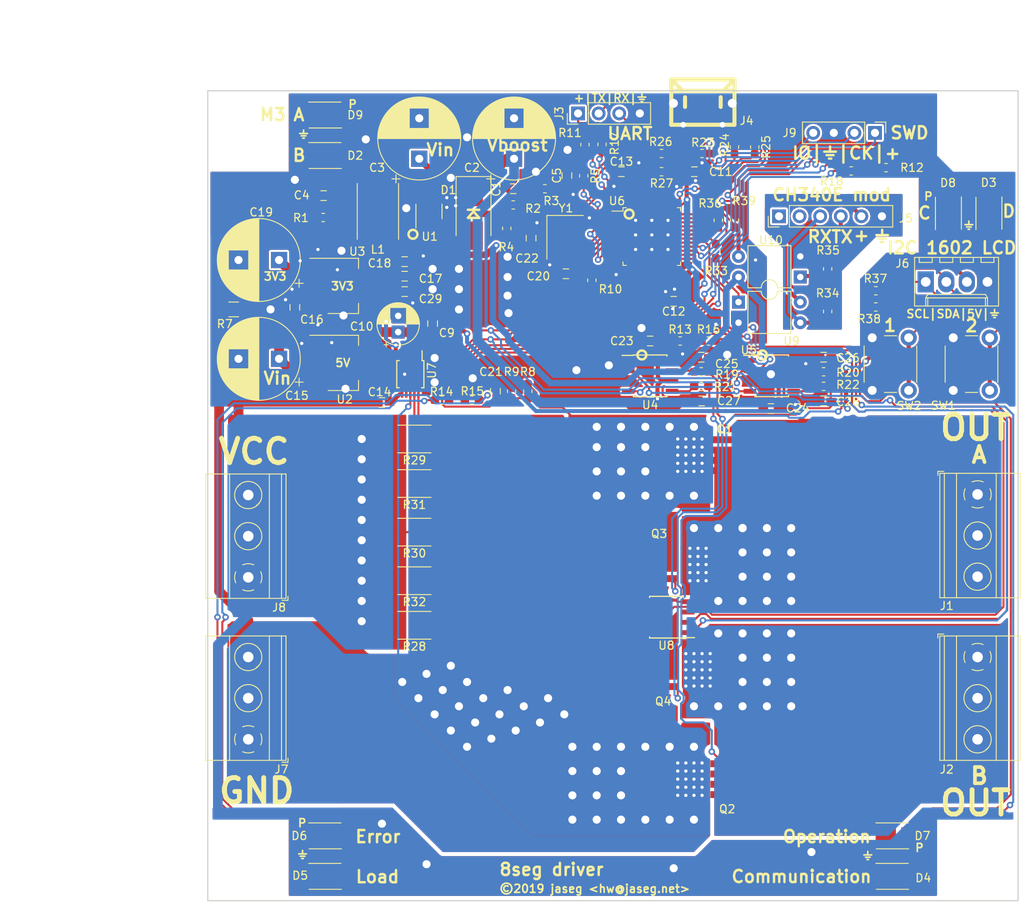
<source format=kicad_pcb>
(kicad_pcb (version 20171130) (host pcbnew "(5.0.1)")
  (layers (0 F.Cu signal) (31 B.Cu signal) (34 B.Paste user) (35 F.Paste user) (36 B.SilkS user) (37 F.SilkS user) (38 B.Mask user hide) (39 F.Mask user hide) (44 Edge.Cuts user))
  (net 0 "")
  (net 1 +VSW)
  (net 2 GND)
  (net 3 "Net-(C3-Pad1)")
  (net 4 /VBOOT_MON)
  (net 5 +5V)
  (net 6 +3V3)
  (net 7 "Net-(C15-Pad1)")
  (net 8 "Net-(C20-Pad2)")
  (net 9 /VIN_MON)
  (net 10 "Net-(C22-Pad1)")
  (net 11 "Net-(D1-Pad2)")
  (net 12 "Net-(D2-Pad2)")
  (net 13 "Net-(D3-Pad2)")
  (net 14 "Net-(D4-Pad2)")
  (net 15 "Net-(D5-Pad2)")
  (net 16 "Net-(D6-Pad2)")
  (net 17 "Net-(D7-Pad2)")
  (net 18 "Net-(D8-Pad2)")
  (net 19 "Net-(D9-Pad2)")
  (net 20 /UART_TX)
  (net 21 /UART_RX)
  (net 22 "Net-(J4-Pad4)")
  (net 23 "Net-(J4-Pad1)")
  (net 24 "Net-(J4-Pad2)")
  (net 25 "Net-(J4-Pad3)")
  (net 26 "Net-(J5-Pad1)")
  (net 27 "Net-(J5-Pad2)")
  (net 28 "Net-(J5-Pad3)")
  (net 29 "Net-(J5-Pad4)")
  (net 30 /ISO_5V)
  (net 31 /ISO_GND)
  (net 32 /SCL_LCD)
  (net 33 /SDA_LCD)
  (net 34 "Net-(R2-Pad1)")
  (net 35 "Net-(R10-Pad1)")
  (net 36 /LED0)
  (net 37 /LED1)
  (net 38 /LED2)
  (net 39 /LED3)
  (net 40 /LED4)
  (net 41 /LED5)
  (net 42 /LED6)
  (net 43 /LED7)
  (net 44 /USB_DP)
  (net 45 /USB_DM)
  (net 46 /SDA_INA)
  (net 47 /SCL_INA)
  (net 48 "Net-(R33-Pad2)")
  (net 49 "Net-(R35-Pad1)")
  (net 50 "Net-(R36-Pad1)")
  (net 51 /SW0)
  (net 52 /SW1)
  (net 53 "Net-(U6-Pad4)")
  (net 54 "Net-(U6-Pad12)")
  (net 55 "Net-(U6-Pad25)")
  (net 56 "Net-(U6-Pad38)")
  (net 57 "Net-(U6-Pad39)")
  (net 58 "Net-(U6-Pad40)")
  (net 59 "Net-(U6-Pad41)")
  (net 60 "Net-(U6-Pad45)")
  (net 61 "Net-(U6-Pad46)")
  (net 62 "Net-(U7-Pad3)")
  (net 63 "Net-(U8-Pad3)")
  (net 64 /DRV1F)
  (net 65 /DRV2F)
  (net 66 /DRV3F)
  (net 67 /DRV4F)
  (net 68 /OUT_A)
  (net 69 /OUT_B)
  (net 70 /VIN)
  (net 71 /GND_MEAS)
  (net 72 /DRV1)
  (net 73 /DRV2)
  (net 74 /DRV3)
  (net 75 /DRV4)
  (net 76 /CTRL_B)
  (net 77 /CTRL_A)
  (net 78 /SWCLK)
  (net 79 /SWDIO)
  (net 80 "Net-(U6-Pad18)")
  (net 81 "Net-(U6-Pad20)")
  (module "footprints:Toshiba SOP Advance" (layer F.Cu) (at 130 100 90)
    (fp_text reference Q1 (at 3.2 3.8 180) (layer F.SilkS))
    (fp_text value TPHR6503PL)
    (pad 1 smd rect (at 0 -0.55 90) (size 4.7 3.75) (layers F.Cu F.Paste F.Mask) (net 70 /VIN))
    (pad 3 smd rect (at -1.905 3.5 90) (size 0.85 2.95) (layers F.Cu F.Paste F.Mask) (net 68 /OUT_A))
    (pad 3 smd rect (at -0.635 3.5 90) (size 0.85 2.95) (layers F.Cu F.Paste F.Mask) (net 68 /OUT_A))
    (pad 3 smd rect (at 0.635 3.5 90) (size 0.85 2.95) (layers F.Cu F.Paste F.Mask) (net 68 /OUT_A))
    (pad 2 smd rect (at 1.905 3.5 90) (size 0.85 2.95) (layers F.Cu F.Paste F.Mask) (net 67 /DRV4F))
    (pad 1 smd rect (at 1.905 -3.475 90) (size 0.85 3) (layers F.Cu F.Paste F.Mask) (net 70 /VIN))
    (pad 1 smd rect (at 0.635 -3.475 90) (size 0.85 3) (layers F.Cu F.Paste F.Mask) (net 70 /VIN))
    (pad 1 smd rect (at -0.635 -3.475 90) (size 0.85 3) (layers F.Cu F.Paste F.Mask) (net 70 /VIN))
    (pad 1 smd rect (at -1.905 -3.475 90) (size 0.85 3) (layers F.Cu F.Paste F.Mask) (net 70 /VIN))
  )
  (module "footprints:Toshiba SOP Advance" (layer F.Cu) (at 130 140 90)
    (fp_text reference Q2 (at -3.7 4.1 180) (layer F.SilkS))
    (fp_text value TPHR6503PL)
    (pad 1 smd rect (at 0 -0.55 90) (size 4.7 3.75) (layers F.Cu F.Paste F.Mask) (net 70 /VIN))
    (pad 3 smd rect (at -1.905 3.5 90) (size 0.85 2.95) (layers F.Cu F.Paste F.Mask) (net 69 /OUT_B))
    (pad 3 smd rect (at -0.635 3.5 90) (size 0.85 2.95) (layers F.Cu F.Paste F.Mask) (net 69 /OUT_B))
    (pad 3 smd rect (at 0.635 3.5 90) (size 0.85 2.95) (layers F.Cu F.Paste F.Mask) (net 69 /OUT_B))
    (pad 2 smd rect (at 1.905 3.5 90) (size 0.85 2.95) (layers F.Cu F.Paste F.Mask) (net 65 /DRV2F))
    (pad 1 smd rect (at 1.905 -3.475 90) (size 0.85 3) (layers F.Cu F.Paste F.Mask) (net 70 /VIN))
    (pad 1 smd rect (at 0.635 -3.475 90) (size 0.85 3) (layers F.Cu F.Paste F.Mask) (net 70 /VIN))
    (pad 1 smd rect (at -0.635 -3.475 90) (size 0.85 3) (layers F.Cu F.Paste F.Mask) (net 70 /VIN))
    (pad 1 smd rect (at -1.905 -3.475 90) (size 0.85 3) (layers F.Cu F.Paste F.Mask) (net 70 /VIN))
  )
  (module "footprints:Toshiba SOP Advance" (layer F.Cu) (at 130 113.3333 270)
    (fp_text reference Q3 (at -3.6333 4.3) (layer F.SilkS))
    (fp_text value TPHR6503PL)
    (pad 1 smd rect (at 0 -0.55 270) (size 4.7 3.75) (layers F.Cu F.Paste F.Mask) (net 68 /OUT_A))
    (pad 3 smd rect (at -1.905 3.5 270) (size 0.85 2.95) (layers F.Cu F.Paste F.Mask) (net 71 /GND_MEAS))
    (pad 3 smd rect (at -0.635 3.5 270) (size 0.85 2.95) (layers F.Cu F.Paste F.Mask) (net 71 /GND_MEAS))
    (pad 3 smd rect (at 0.635 3.5 270) (size 0.85 2.95) (layers F.Cu F.Paste F.Mask) (net 71 /GND_MEAS))
    (pad 2 smd rect (at 1.905 3.5 270) (size 0.85 2.95) (layers F.Cu F.Paste F.Mask) (net 66 /DRV3F))
    (pad 1 smd rect (at 1.905 -3.475 270) (size 0.85 3) (layers F.Cu F.Paste F.Mask) (net 68 /OUT_A))
    (pad 1 smd rect (at 0.635 -3.475 270) (size 0.85 3) (layers F.Cu F.Paste F.Mask) (net 68 /OUT_A))
    (pad 1 smd rect (at -0.635 -3.475 270) (size 0.85 3) (layers F.Cu F.Paste F.Mask) (net 68 /OUT_A))
    (pad 1 smd rect (at -1.905 -3.475 270) (size 0.85 3) (layers F.Cu F.Paste F.Mask) (net 68 /OUT_A))
  )
  (module "footprints:Toshiba SOP Advance" (layer F.Cu) (at 130 126.6667 270)
    (fp_text reference Q4 (at 3.7333 3.8) (layer F.SilkS))
    (fp_text value TPHR6503PL)
    (pad 1 smd rect (at 0 -0.55 270) (size 4.7 3.75) (layers F.Cu F.Paste F.Mask) (net 69 /OUT_B))
    (pad 3 smd rect (at -1.905 3.5 270) (size 0.85 2.95) (layers F.Cu F.Paste F.Mask) (net 71 /GND_MEAS))
    (pad 3 smd rect (at -0.635 3.5 270) (size 0.85 2.95) (layers F.Cu F.Paste F.Mask) (net 71 /GND_MEAS))
    (pad 3 smd rect (at 0.635 3.5 270) (size 0.85 2.95) (layers F.Cu F.Paste F.Mask) (net 71 /GND_MEAS))
    (pad 2 smd rect (at 1.905 3.5 270) (size 0.85 2.95) (layers F.Cu F.Paste F.Mask) (net 64 /DRV1F))
    (pad 1 smd rect (at 1.905 -3.475 270) (size 0.85 3) (layers F.Cu F.Paste F.Mask) (net 69 /OUT_B))
    (pad 1 smd rect (at 0.635 -3.475 270) (size 0.85 3) (layers F.Cu F.Paste F.Mask) (net 69 /OUT_B))
    (pad 1 smd rect (at -0.635 -3.475 270) (size 0.85 3) (layers F.Cu F.Paste F.Mask) (net 69 /OUT_B))
    (pad 1 smd rect (at -1.905 -3.475 270) (size 0.85 3) (layers F.Cu F.Paste F.Mask) (net 69 /OUT_B))
  )
  (module Capacitors_SMD:C_0603_HandSoldering (layer F.Cu) (at 107.7 67.1)
    (fp_text reference C1 (at -2.1 0 90) (layer F.SilkS))
    (fp_text value 10u)
    (pad 1 smd rect (at -0.95 0) (size 1.2 0.75) (layers F.Cu F.Paste F.Mask) (net 1 +VSW))
    (pad 2 smd rect (at 0.95 0) (size 1.2 0.75) (layers F.Cu F.Paste F.Mask) (net 2 GND))
  )
  (module Capacitors_SMD:C_0603_HandSoldering (layer F.Cu) (at 84.3 67.95 180)
    (fp_text reference C4 (at 2.7 0.05 180) (layer F.SilkS))
    (fp_text value 10u)
    (pad 1 smd rect (at -0.95 0 180) (size 1.2 0.75) (layers F.Cu F.Paste F.Mask) (net 3 "Net-(C3-Pad1)"))
    (pad 2 smd rect (at 0.95 0 180) (size 1.2 0.75) (layers F.Cu F.Paste F.Mask) (net 2 GND))
  )
  (module Capacitors_SMD:C_0603_HandSoldering (layer F.Cu) (at 114.325001 65.474999 90)
    (fp_text reference C5 (at 0 -1.25 90) (layer F.SilkS))
    (fp_text value 100n)
    (pad 1 smd rect (at -0.95 0 90) (size 1.2 0.75) (layers F.Cu F.Paste F.Mask) (net 4 /VBOOT_MON))
    (pad 2 smd rect (at 0.95 0 90) (size 1.2 0.75) (layers F.Cu F.Paste F.Mask) (net 2 GND))
  )
  (module Capacitors_SMD:C_0603_HandSoldering (layer F.Cu) (at 97.75 83.75 90)
    (fp_text reference C9 (at -1.15 1.75 180) (layer F.SilkS))
    (fp_text value 10u)
    (pad 1 smd rect (at -0.95 0 90) (size 1.2 0.75) (layers F.Cu F.Paste F.Mask) (net 5 +5V))
    (pad 2 smd rect (at 0.95 0 90) (size 1.2 0.75) (layers F.Cu F.Paste F.Mask) (net 2 GND))
  )
  (module Capacitor_THT:CP_Radial_D5.0mm_P2.00mm (layer F.Cu) (at 93.5 84.8 90)
    (fp_text reference C10 (at 0.7 -4.5 180) (layer F.SilkS))
    (fp_text value 22u)
    (pad 1 thru_hole rect (at 0 0 90) (size 1.6 1.6) (drill 0.8) (layers *.Cu *.Mask) (net 5 +5V))
    (pad 2 thru_hole circle (at 2 0 90) (size 1.6 1.6) (drill 0.8) (layers *.Cu *.Mask) (net 2 GND))
  )
  (module Capacitors_SMD:C_0603_HandSoldering (layer F.Cu) (at 130.05 65)
    (fp_text reference C11 (at 3.25 0) (layer F.SilkS))
    (fp_text value 100n)
    (pad 2 smd rect (at 0.95 0) (size 1.2 0.75) (layers F.Cu F.Paste F.Mask) (net 2 GND))
    (pad 1 smd rect (at -0.95 0) (size 1.2 0.75) (layers F.Cu F.Paste F.Mask) (net 6 +3V3))
  )
  (module Capacitors_SMD:C_0603_HandSoldering (layer F.Cu) (at 127.5 81 180)
    (fp_text reference C12 (at 0 -1.25 180) (layer F.SilkS))
    (fp_text value 100n)
    (pad 1 smd rect (at -0.95 0 180) (size 1.2 0.75) (layers F.Cu F.Paste F.Mask) (net 6 +3V3))
    (pad 2 smd rect (at 0.95 0 180) (size 1.2 0.75) (layers F.Cu F.Paste F.Mask) (net 2 GND))
  )
  (module Capacitors_SMD:C_0603_HandSoldering (layer F.Cu) (at 121.05 65)
    (fp_text reference C13 (at 0 -1.25) (layer F.SilkS))
    (fp_text value 100n)
    (pad 2 smd rect (at 0.95 0) (size 1.2 0.75) (layers F.Cu F.Paste F.Mask) (net 2 GND))
    (pad 1 smd rect (at -0.95 0) (size 1.2 0.75) (layers F.Cu F.Paste F.Mask) (net 6 +3V3))
  )
  (module Capacitors_SMD:C_0603_HandSoldering (layer F.Cu) (at 91.5 93.5 180)
    (fp_text reference C14 (at 0.3 1.3 180) (layer F.SilkS))
    (fp_text value 100n)
    (pad 1 smd rect (at -0.95 0 180) (size 1.2 0.75) (layers F.Cu F.Paste F.Mask) (net 6 +3V3))
    (pad 2 smd rect (at 0.95 0 180) (size 1.2 0.75) (layers F.Cu F.Paste F.Mask) (net 2 GND))
  )
  (module Capacitors_SMD:C_0603_HandSoldering (layer F.Cu) (at 80.75 81.75 90)
    (fp_text reference C16 (at -1.5 2.1 180) (layer F.SilkS))
    (fp_text value 1u)
    (pad 1 smd rect (at -0.95 0 90) (size 1.2 0.75) (layers F.Cu F.Paste F.Mask) (net 7 "Net-(C15-Pad1)"))
    (pad 2 smd rect (at 0.95 0 90) (size 1.2 0.75) (layers F.Cu F.Paste F.Mask) (net 2 GND))
  )
  (module Capacitors_SMD:C_0603_HandSoldering (layer F.Cu) (at 94.3 77.9)
    (fp_text reference C17 (at 3.2 0.3) (layer F.SilkS))
    (fp_text value 1u)
    (pad 2 smd rect (at 0.95 0) (size 1.2 0.75) (layers F.Cu F.Paste F.Mask) (net 2 GND))
    (pad 1 smd rect (at -0.95 0) (size 1.2 0.75) (layers F.Cu F.Paste F.Mask) (net 6 +3V3))
  )
  (module Capacitors_SMD:C_0603_HandSoldering (layer F.Cu) (at 94.3 76.1)
    (fp_text reference C18 (at -3.1 0.2) (layer F.SilkS))
    (fp_text value 10u)
    (pad 2 smd rect (at 0.95 0) (size 1.2 0.75) (layers F.Cu F.Paste F.Mask) (net 2 GND))
    (pad 1 smd rect (at -0.95 0) (size 1.2 0.75) (layers F.Cu F.Paste F.Mask) (net 6 +3V3))
  )
  (module Capacitors_SMD:C_0603_HandSoldering (layer F.Cu) (at 114.2 77.6)
    (fp_text reference C20 (at -3.4 0.3) (layer F.SilkS))
    (fp_text value 12p)
    (pad 2 smd rect (at 0.95 0) (size 1.2 0.75) (layers F.Cu F.Paste F.Mask) (net 8 "Net-(C20-Pad2)"))
    (pad 1 smd rect (at -0.95 0) (size 1.2 0.75) (layers F.Cu F.Paste F.Mask) (net 2 GND))
  )
  (module Capacitors_SMD:C_0603_HandSoldering (layer F.Cu) (at 105.5 92.1 90)
    (fp_text reference C21 (at 2.4 -0.55 180) (layer F.SilkS))
    (fp_text value 100n)
    (pad 2 smd rect (at 0.95 0 90) (size 1.2 0.75) (layers F.Cu F.Paste F.Mask) (net 2 GND))
    (pad 1 smd rect (at -0.95 0 90) (size 1.2 0.75) (layers F.Cu F.Paste F.Mask) (net 9 /VIN_MON))
  )
  (module Capacitors_SMD:C_0603_HandSoldering (layer F.Cu) (at 109.9 73.2 90)
    (fp_text reference C22 (at -2.5 -0.5 180) (layer F.SilkS))
    (fp_text value 12p)
    (pad 1 smd rect (at -0.95 0 90) (size 1.2 0.75) (layers F.Cu F.Paste F.Mask) (net 10 "Net-(C22-Pad1)"))
    (pad 2 smd rect (at 0.95 0 90) (size 1.2 0.75) (layers F.Cu F.Paste F.Mask) (net 2 GND))
  )
  (module Capacitors_SMD:C_0603_HandSoldering (layer F.Cu) (at 124.6 85.9 180)
    (fp_text reference C23 (at 3.5 0 180) (layer F.SilkS))
    (fp_text value 100n)
    (pad 2 smd rect (at 0.95 0 180) (size 1.2 0.75) (layers F.Cu F.Paste F.Mask) (net 2 GND))
    (pad 1 smd rect (at -0.95 0 180) (size 1.2 0.75) (layers F.Cu F.Paste F.Mask) (net 1 +VSW))
  )
  (module Capacitors_SMD:C_0603_HandSoldering (layer F.Cu) (at 139.5 94.25 180)
    (fp_text reference C24 (at -3.3 0.05 180) (layer F.SilkS))
    (fp_text value 100n)
    (pad 1 smd rect (at -0.95 0 180) (size 1.2 0.75) (layers F.Cu F.Paste F.Mask) (net 1 +VSW))
    (pad 2 smd rect (at 0.95 0 180) (size 1.2 0.75) (layers F.Cu F.Paste F.Mask) (net 2 GND))
  )
  (module Capacitors_SMD:C_0603_HandSoldering (layer F.Cu) (at 130.9 87.9 180)
    (fp_text reference C25 (at -3.15 -0.825 180) (layer F.SilkS))
    (fp_text value 0)
    (pad 2 smd rect (at 0.95 0 180) (size 1.2 0.75) (layers F.Cu F.Paste F.Mask) (net 2 GND))
    (pad 1 smd rect (at -0.95 0 180) (size 1.2 0.75) (layers F.Cu F.Paste F.Mask) (net 64 /DRV1F))
  )
  (module Capacitors_SMD:C_0603_HandSoldering (layer F.Cu) (at 146 87.9 180)
    (fp_text reference C26 (at -3 -0.1 180) (layer F.SilkS))
    (fp_text value 0)
    (pad 2 smd rect (at 0.95 0 180) (size 1.2 0.75) (layers F.Cu F.Paste F.Mask) (net 2 GND))
    (pad 1 smd rect (at -0.95 0 180) (size 1.2 0.75) (layers F.Cu F.Paste F.Mask) (net 65 /DRV2F))
  )
  (module Capacitors_SMD:C_0603_HandSoldering (layer F.Cu) (at 130.95 93.3)
    (fp_text reference C27 (at 3.35 0) (layer F.SilkS))
    (fp_text value 0)
    (pad 1 smd rect (at -0.95 0) (size 1.2 0.75) (layers F.Cu F.Paste F.Mask) (net 2 GND))
    (pad 2 smd rect (at 0.95 0) (size 1.2 0.75) (layers F.Cu F.Paste F.Mask) (net 66 /DRV3F))
  )
  (module Capacitors_SMD:C_0603_HandSoldering (layer F.Cu) (at 146 93.3)
    (fp_text reference C28 (at 3 0.1) (layer F.SilkS))
    (fp_text value 0)
    (pad 2 smd rect (at 0.95 0) (size 1.2 0.75) (layers F.Cu F.Paste F.Mask) (net 67 /DRV4F))
    (pad 1 smd rect (at -0.95 0) (size 1.2 0.75) (layers F.Cu F.Paste F.Mask) (net 2 GND))
  )
  (module Capacitors_SMD:C_0603_HandSoldering (layer F.Cu) (at 94.3 79.8)
    (fp_text reference C29 (at 3.2 0.9) (layer F.SilkS))
    (fp_text value 100n)
    (pad 2 smd rect (at 0.95 0) (size 1.2 0.75) (layers F.Cu F.Paste F.Mask) (net 2 GND))
    (pad 1 smd rect (at -0.95 0) (size 1.2 0.75) (layers F.Cu F.Paste F.Mask) (net 6 +3V3))
  )
  (module Diode_SMD:D_SMB_Handsoldering (layer F.Cu) (at 102.8 70.2 270)
    (fp_text reference D1 (at -2.95 3.1) (layer F.SilkS))
    (fp_text value "2A schottky")
    (pad 1 smd rect (at -2.7 0 270) (size 3.5 2.3) (layers F.Cu F.Paste F.Mask) (net 1 +VSW))
    (pad 2 smd rect (at 2.7 0 270) (size 3.5 2.3) (layers F.Cu F.Paste F.Mask) (net 11 "Net-(D1-Pad2)"))
  )
  (module LED_SMD:LED_PLCC_2835_Handsoldering (layer F.Cu) (at 85 63)
    (fp_text reference D2 (at 3.2 0) (layer F.SilkS))
    (fp_text value cyan)
    (pad 2 smd rect (at 1.33 0 180) (size 1.5 2.1) (layers F.Cu F.Paste F.Mask) (net 12 "Net-(D2-Pad2)"))
    (pad 1 smd rect (at -1.33 0 180) (size 2.5 2.1) (layers F.Cu F.Paste F.Mask) (net 2 GND))
  )
  (module LED_SMD:LED_PLCC_2835_Handsoldering (layer F.Cu) (at 166.4 69.6 90)
    (fp_text reference D3 (at 3.25 -0.025 180) (layer F.SilkS))
    (fp_text value cyan)
    (pad 1 smd rect (at -1.33 0 270) (size 2.5 2.1) (layers F.Cu F.Paste F.Mask) (net 2 GND))
    (pad 2 smd rect (at 1.33 0 270) (size 1.5 2.1) (layers F.Cu F.Paste F.Mask) (net 13 "Net-(D3-Pad2)"))
  )
  (module LED_SMD:LED_PLCC_2835_Handsoldering (layer F.Cu) (at 155 152)
    (fp_text reference D4 (at 3.3 0.2) (layer F.SilkS))
    (fp_text value cyan)
    (pad 1 smd rect (at -1.33 0 180) (size 2.5 2.1) (layers F.Cu F.Paste F.Mask) (net 2 GND))
    (pad 2 smd rect (at 1.33 0 180) (size 1.5 2.1) (layers F.Cu F.Paste F.Mask) (net 14 "Net-(D4-Pad2)"))
  )
  (module LED_SMD:LED_PLCC_2835_Handsoldering (layer F.Cu) (at 85 152)
    (fp_text reference D5 (at -3.6 -0.1) (layer F.SilkS))
    (fp_text value cyan)
    (pad 2 smd rect (at 1.33 0 180) (size 1.5 2.1) (layers F.Cu F.Paste F.Mask) (net 15 "Net-(D5-Pad2)"))
    (pad 1 smd rect (at -1.33 0 180) (size 2.5 2.1) (layers F.Cu F.Paste F.Mask) (net 2 GND))
  )
  (module LED_SMD:LED_PLCC_2835_Handsoldering (layer F.Cu) (at 85 147)
    (fp_text reference D6 (at -3.7 0) (layer F.SilkS))
    (fp_text value pink)
    (pad 2 smd rect (at 1.33 0 180) (size 1.5 2.1) (layers F.Cu F.Paste F.Mask) (net 16 "Net-(D6-Pad2)"))
    (pad 1 smd rect (at -1.33 0 180) (size 2.5 2.1) (layers F.Cu F.Paste F.Mask) (net 2 GND))
  )
  (module LED_SMD:LED_PLCC_2835_Handsoldering (layer F.Cu) (at 155 147)
    (fp_text reference D7 (at 3.2 0) (layer F.SilkS))
    (fp_text value pink)
    (pad 1 smd rect (at -1.33 0 180) (size 2.5 2.1) (layers F.Cu F.Paste F.Mask) (net 2 GND))
    (pad 2 smd rect (at 1.33 0 180) (size 1.5 2.1) (layers F.Cu F.Paste F.Mask) (net 17 "Net-(D7-Pad2)"))
  )
  (module LED_SMD:LED_PLCC_2835_Handsoldering (layer F.Cu) (at 161.4 69.6 90)
    (fp_text reference D8 (at 3.225 -0.05 180) (layer F.SilkS))
    (fp_text value pink)
    (pad 2 smd rect (at 1.33 0 270) (size 1.5 2.1) (layers F.Cu F.Paste F.Mask) (net 18 "Net-(D8-Pad2)"))
    (pad 1 smd rect (at -1.33 0 270) (size 2.5 2.1) (layers F.Cu F.Paste F.Mask) (net 2 GND))
  )
  (module LED_SMD:LED_PLCC_2835_Handsoldering (layer F.Cu) (at 85 58)
    (fp_text reference D9 (at 3.2 0) (layer F.SilkS))
    (fp_text value pink)
    (pad 1 smd rect (at -1.33 0 180) (size 2.5 2.1) (layers F.Cu F.Paste F.Mask) (net 2 GND))
    (pad 2 smd rect (at 1.33 0 180) (size 1.5 2.1) (layers F.Cu F.Paste F.Mask) (net 19 "Net-(D9-Pad2)"))
  )
  (module TerminalBlock_Phoenix:TerminalBlock_Phoenix_MKDS-1,5-3-5.08_1x03_P5.08mm_Horizontal (layer F.Cu) (at 165 104.84 270)
    (fp_text reference J1 (at 13.76 3.8) (layer F.SilkS))
    (fp_text value OUT_A)
    (pad 1 thru_hole rect (at 0 0 270) (size 2.6 2.6) (drill 1.3) (layers *.Cu *.Mask) (net 68 /OUT_A))
    (pad 2 thru_hole circle (at 5.08 0 270) (size 2.6 2.6) (drill 1.3) (layers *.Cu *.Mask) (net 68 /OUT_A))
    (pad 3 thru_hole circle (at 10.16 0 270) (size 2.6 2.6) (drill 1.3) (layers *.Cu *.Mask) (net 68 /OUT_A))
  )
  (module TerminalBlock_Phoenix:TerminalBlock_Phoenix_MKDS-1,5-3-5.08_1x03_P5.08mm_Horizontal (layer F.Cu) (at 165 124.92 270)
    (fp_text reference J2 (at 13.88 3.8) (layer F.SilkS))
    (fp_text value OUT_B)
    (pad 3 thru_hole circle (at 10.16 0 270) (size 2.6 2.6) (drill 1.3) (layers *.Cu *.Mask) (net 69 /OUT_B))
    (pad 2 thru_hole circle (at 5.08 0 270) (size 2.6 2.6) (drill 1.3) (layers *.Cu *.Mask) (net 69 /OUT_B))
    (pad 1 thru_hole rect (at 0 0 270) (size 2.6 2.6) (drill 1.3) (layers *.Cu *.Mask) (net 69 /OUT_B))
  )
  (module footprints:microusb_ali_dovetail (layer F.Cu) (at 131.1 59.2)
    (fp_text reference J4 (at 5.4 -0.5) (layer F.SilkS))
    (fp_text value USB_B_Micro hide)
    (pad 5 smd rect (at -1.3 0) (size 0.4 1.35) (layers F.Cu F.Paste F.Mask) (net 2 GND))
    (pad 4 smd rect (at -0.65 0) (size 0.4 1.35) (layers F.Cu F.Paste F.Mask) (net 22 "Net-(J4-Pad4)"))
    (pad 1 smd rect (at 1.3 0) (size 0.4 1.35) (layers F.Cu F.Paste F.Mask) (net 23 "Net-(J4-Pad1)"))
    (pad 2 smd rect (at 0.65 0) (size 0.4 1.35) (layers F.Cu F.Paste F.Mask) (net 24 "Net-(J4-Pad2)"))
    (pad 3 smd rect (at 0 0) (size 0.4 1.35) (layers F.Cu F.Paste F.Mask) (net 25 "Net-(J4-Pad3)"))
    (pad 6 thru_hole oval (at 3.625 -2.65) (size 1.5 2) (drill 1.1) (layers *.Cu *.Mask) (net 2 GND))
    (pad 6 thru_hole oval (at 2.425 0) (size 1 1.5) (drill 0.7) (layers *.Cu *.Mask) (net 2 GND))
    (pad 6 thru_hole oval (at -2.425 0) (size 1 1.5) (drill 0.7) (layers *.Cu *.Mask) (net 2 GND))
    (pad 6 thru_hole oval (at -3.625 -2.65) (size 1.5 2) (drill 1.1) (layers *.Cu *.Mask) (net 2 GND))
  )
  (module Connectors_Molex:Molex_KK-6410-04_04x2.54mm_Straight (layer F.Cu) (at 158.6 78.6)
    (fp_text reference J6 (at -2.875 -2.275 180) (layer F.SilkS))
    (fp_text value "1602 I2C LCD")
    (pad 1 thru_hole rect (at 0 0) (size 2 2.6) (drill 1.2) (layers *.Cu *.Mask) (net 32 /SCL_LCD))
    (pad 2 thru_hole oval (at 2.54 0) (size 2 2.6) (drill 1.2) (layers *.Cu *.Mask) (net 33 /SDA_LCD))
    (pad 3 thru_hole oval (at 5.08 0) (size 2 2.6) (drill 1.2) (layers *.Cu *.Mask) (net 5 +5V))
    (pad 4 thru_hole oval (at 7.62 0) (size 2 2.6) (drill 1.2) (layers *.Cu *.Mask) (net 2 GND))
  )
  (module TerminalBlock_Phoenix:TerminalBlock_Phoenix_MKDS-1,5-3-5.08_1x03_P5.08mm_Horizontal (layer F.Cu) (at 75 135.08 90)
    (fp_text reference J7 (at -3.72 4.1 180) (layer F.SilkS))
    (fp_text value IN_VCC)
    (pad 3 thru_hole circle (at 10.16 0 90) (size 2.6 2.6) (drill 1.3) (layers *.Cu *.Mask) (net 70 /VIN))
    (pad 2 thru_hole circle (at 5.08 0 90) (size 2.6 2.6) (drill 1.3) (layers *.Cu *.Mask) (net 70 /VIN))
    (pad 1 thru_hole rect (at 0 0 90) (size 2.6 2.6) (drill 1.3) (layers *.Cu *.Mask) (net 70 /VIN))
  )
  (module TerminalBlock_Phoenix:TerminalBlock_Phoenix_MKDS-1,5-3-5.08_1x03_P5.08mm_Horizontal (layer F.Cu) (at 75 115.08 90)
    (fp_text reference J8 (at -3.72 3.8 180) (layer F.SilkS))
    (fp_text value IN_GND)
    (pad 1 thru_hole rect (at 0 0 90) (size 2.6 2.6) (drill 1.3) (layers *.Cu *.Mask) (net 2 GND))
    (pad 2 thru_hole circle (at 5.08 0 90) (size 2.6 2.6) (drill 1.3) (layers *.Cu *.Mask) (net 2 GND))
    (pad 3 thru_hole circle (at 10.16 0 90) (size 2.6 2.6) (drill 1.3) (layers *.Cu *.Mask) (net 2 GND))
  )
  (module Inductor_SMD:L_Taiyo-Yuden_NR-50xx_HandSoldering (layer F.Cu) (at 91 69.9 270)
    (fp_text reference L1 (at 4.7 0) (layer F.SilkS))
    (fp_text value 10u)
    (pad 1 smd rect (at -2.25 0 270) (size 2.4 4.2) (layers F.Cu F.Paste F.Mask) (net 3 "Net-(C3-Pad1)"))
    (pad 2 smd rect (at 2.25 0 270) (size 2.4 4.2) (layers F.Cu F.Paste F.Mask) (net 11 "Net-(D1-Pad2)"))
  )
  (module Resistor_SMD:R_0603_1608Metric_Pad1.05x0.95mm_HandSolder (layer F.Cu) (at 84.25 70.65)
    (fp_text reference R1 (at -2.75 0.05) (layer F.SilkS))
    (fp_text value "10R .5W")
    (pad 2 smd roundrect (at 0.875 0) (size 1.05 0.95) (layers F.Cu F.Paste F.Mask) (net 3 "Net-(C3-Pad1)"))
    (pad 1 smd roundrect (at -0.875 0) (size 1.05 0.95) (layers F.Cu F.Paste F.Mask) (net 70 /VIN))
  )
  (module Resistor_SMD:R_0603_1608Metric_Pad1.05x0.95mm_HandSolder (layer F.Cu) (at 107.7 69.1)
    (fp_text reference R2 (at 2.45 0.45) (layer F.SilkS))
    (fp_text value 100k)
    (pad 2 smd roundrect (at 0.875 0) (size 1.05 0.95) (layers F.Cu F.Paste F.Mask) (net 1 +VSW))
    (pad 1 smd roundrect (at -0.875 0) (size 1.05 0.95) (layers F.Cu F.Paste F.Mask) (net 34 "Net-(R2-Pad1)"))
  )
  (module Resistor_SMD:R_0603_1608Metric_Pad1.05x0.95mm_HandSolder (layer F.Cu) (at 111.6 67.1)
    (fp_text reference R3 (at 0.8 1.5) (layer F.SilkS))
    (fp_text value 47k)
    (pad 1 smd roundrect (at -0.875 0) (size 1.05 0.95) (layers F.Cu F.Paste F.Mask) (net 1 +VSW))
    (pad 2 smd roundrect (at 0.875 0) (size 1.05 0.95) (layers F.Cu F.Paste F.Mask) (net 4 /VBOOT_MON))
  )
  (module Resistor_SMD:R_0603_1608Metric_Pad1.05x0.95mm_HandSolder (layer F.Cu) (at 106.9 72 90)
    (fp_text reference R4 (at -2.3 -0.05 180) (layer F.SilkS))
    (fp_text value 3k3)
    (pad 2 smd roundrect (at 0.875 0 90) (size 1.05 0.95) (layers F.Cu F.Paste F.Mask) (net 34 "Net-(R2-Pad1)"))
    (pad 1 smd roundrect (at -0.875 0 90) (size 1.05 0.95) (layers F.Cu F.Paste F.Mask) (net 2 GND))
  )
  (module Resistor_SMD:R_0603_1608Metric_Pad1.05x0.95mm_HandSolder (layer F.Cu) (at 116.4 65.5 270)
    (fp_text reference R5 (at 0 -1.43 270) (layer F.SilkS))
    (fp_text value 10k)
    (pad 1 smd roundrect (at -0.875 0 270) (size 1.05 0.95) (layers F.Cu F.Paste F.Mask) (net 2 GND))
    (pad 2 smd roundrect (at 0.875 0 270) (size 1.05 0.95) (layers F.Cu F.Paste F.Mask) (net 4 /VBOOT_MON))
  )
  (module Resistor_SMD:R_1206_3216Metric_Pad1.42x1.75mm_HandSolder (layer F.Cu) (at 73.2 82)
    (fp_text reference R7 (at -1.1 1.8) (layer F.SilkS))
    (fp_text value "10R .5W")
    (pad 1 smd roundrect (at -1.4875 0) (size 1.425 1.75) (layers F.Cu F.Paste F.Mask) (roundrect_rratio 0.175439) (net 70 /VIN))
    (pad 2 smd roundrect (at 1.4875 0) (size 1.425 1.75) (layers F.Cu F.Paste F.Mask) (roundrect_rratio 0.175439) (net 7 "Net-(C15-Pad1)"))
  )
  (module Resistor_SMD:R_0603_1608Metric_Pad1.05x0.95mm_HandSolder (layer F.Cu) (at 109.5 92.1 270)
    (fp_text reference R8 (at -2.4 0) (layer F.SilkS))
    (fp_text value 47k)
    (pad 2 smd roundrect (at 0.875 0 270) (size 1.05 0.95) (layers F.Cu F.Paste F.Mask) (net 9 /VIN_MON))
    (pad 1 smd roundrect (at -0.875 0 270) (size 1.05 0.95) (layers F.Cu F.Paste F.Mask) (net 70 /VIN))
  )
  (module Resistor_SMD:R_0603_1608Metric_Pad1.05x0.95mm_HandSolder (layer F.Cu) (at 107.5 92.1 270)
    (fp_text reference R9 (at -2.4 0) (layer F.SilkS))
    (fp_text value 10k)
    (pad 1 smd roundrect (at -0.875 0 270) (size 1.05 0.95) (layers F.Cu F.Paste F.Mask) (net 2 GND))
    (pad 2 smd roundrect (at 0.875 0 270) (size 1.05 0.95) (layers F.Cu F.Paste F.Mask) (net 9 /VIN_MON))
  )
  (module Resistor_SMD:R_0603_1608Metric_Pad1.05x0.95mm_HandSolder (layer F.Cu) (at 117.4 78.4 90)
    (fp_text reference R10 (at -1.1 2.3) (layer F.SilkS))
    (fp_text value 10k)
    (pad 2 smd roundrect (at 0.875 0 90) (size 1.05 0.95) (layers F.Cu F.Paste F.Mask) (net 6 +3V3))
    (pad 1 smd roundrect (at -0.875 0 90) (size 1.05 0.95) (layers F.Cu F.Paste F.Mask) (net 35 "Net-(R10-Pad1)"))
  )
  (module Resistor_SMD:R_0603_1608Metric_Pad1.05x0.95mm_HandSolder (layer F.Cu) (at 116.55 61.65 90)
    (fp_text reference R11 (at 1.45 -1.85 180) (layer F.SilkS))
    (fp_text value 150)
    (pad 1 smd roundrect (at -0.875 0 90) (size 1.05 0.95) (layers F.Cu F.Paste F.Mask) (net 36 /LED0))
    (pad 2 smd roundrect (at 0.875 0 90) (size 1.05 0.95) (layers F.Cu F.Paste F.Mask) (net 12 "Net-(D2-Pad2)"))
  )
  (module Resistor_SMD:R_0603_1608Metric_Pad1.05x0.95mm_HandSolder (layer F.Cu) (at 153.7 64.5)
    (fp_text reference R12 (at 3.2 0) (layer F.SilkS))
    (fp_text value 150)
    (pad 2 smd roundrect (at 0.875 0) (size 1.05 0.95) (layers F.Cu F.Paste F.Mask) (net 13 "Net-(D3-Pad2)"))
    (pad 1 smd roundrect (at -0.875 0) (size 1.05 0.95) (layers F.Cu F.Paste F.Mask) (net 37 /LED1))
  )
  (module Resistor_SMD:R_0603_1608Metric_Pad1.05x0.95mm_HandSolder (layer F.Cu) (at 128.3 85.9)
    (fp_text reference R13 (at 0 -1.43) (layer F.SilkS))
    (fp_text value 150)
    (pad 1 smd roundrect (at -0.875 0) (size 1.05 0.95) (layers F.Cu F.Paste F.Mask) (net 38 /LED2))
    (pad 2 smd roundrect (at 0.875 0) (size 1.05 0.95) (layers F.Cu F.Paste F.Mask) (net 17 "Net-(D7-Pad2)"))
  )
  (module Resistor_SMD:R_0603_1608Metric_Pad1.05x0.95mm_HandSolder (layer F.Cu) (at 98.9 93.2 180)
    (fp_text reference R14 (at 0.05 1.05 180) (layer F.SilkS))
    (fp_text value 150)
    (pad 2 smd roundrect (at 0.875 0 180) (size 1.05 0.95) (layers F.Cu F.Paste F.Mask) (net 15 "Net-(D5-Pad2)"))
    (pad 1 smd roundrect (at -0.875 0 180) (size 1.05 0.95) (layers F.Cu F.Paste F.Mask) (net 39 /LED3))
  )
  (module Resistor_SMD:R_0603_1608Metric_Pad1.05x0.95mm_HandSolder (layer F.Cu) (at 102.6 93.2)
    (fp_text reference R15 (at 0.05 -1.1) (layer F.SilkS))
    (fp_text value 150)
    (pad 1 smd roundrect (at -0.875 0) (size 1.05 0.95) (layers F.Cu F.Paste F.Mask) (net 40 /LED4))
    (pad 2 smd roundrect (at 0.875 0) (size 1.05 0.95) (layers F.Cu F.Paste F.Mask) (net 16 "Net-(D6-Pad2)"))
  )
  (module Resistor_SMD:R_0603_1608Metric_Pad1.05x0.95mm_HandSolder (layer F.Cu) (at 131.8 85.9)
    (fp_text reference R16 (at 0 -1.43) (layer F.SilkS))
    (fp_text value 150)
    (pad 2 smd roundrect (at 0.875 0) (size 1.05 0.95) (layers F.Cu F.Paste F.Mask) (net 14 "Net-(D4-Pad2)"))
    (pad 1 smd roundrect (at -0.875 0) (size 1.05 0.95) (layers F.Cu F.Paste F.Mask) (net 41 /LED5))
  )
  (module Resistor_SMD:R_0603_1608Metric_Pad1.05x0.95mm_HandSolder (layer F.Cu) (at 118.655001 61.624999 90)
    (fp_text reference R17 (at 0.124999 1.544999 90) (layer F.SilkS))
    (fp_text value 150)
    (pad 1 smd roundrect (at -0.875 0 90) (size 1.05 0.95) (layers F.Cu F.Paste F.Mask) (net 42 /LED6))
    (pad 2 smd roundrect (at 0.875 0 90) (size 1.05 0.95) (layers F.Cu F.Paste F.Mask) (net 19 "Net-(D9-Pad2)"))
  )
  (module Resistor_SMD:R_0603_1608Metric_Pad1.05x0.95mm_HandSolder (layer F.Cu) (at 149.4 64.9)
    (fp_text reference R18 (at -2.4 1.3) (layer F.SilkS))
    (fp_text value 150)
    (pad 2 smd roundrect (at 0.875 0) (size 1.05 0.95) (layers F.Cu F.Paste F.Mask) (net 18 "Net-(D8-Pad2)"))
    (pad 1 smd roundrect (at -0.875 0) (size 1.05 0.95) (layers F.Cu F.Paste F.Mask) (net 43 /LED7))
  )
  (module Resistor_SMD:R_0603_1608Metric_Pad1.05x0.95mm_HandSolder (layer F.Cu) (at 130.9 89.7 180)
    (fp_text reference R19 (at -3.175 -0.325 180) (layer F.SilkS))
    (fp_text value 0R)
    (pad 1 smd roundrect (at -0.875 0 180) (size 1.05 0.95) (layers F.Cu F.Paste F.Mask) (net 64 /DRV1F))
    (pad 2 smd roundrect (at 0.875 0 180) (size 1.05 0.95) (layers F.Cu F.Paste F.Mask) (net 72 /DRV1))
  )
  (module Resistor_SMD:R_0603_1608Metric_Pad1.05x0.95mm_HandSolder (layer F.Cu) (at 146 89.7 180)
    (fp_text reference R20 (at -3 -0.1) (layer F.SilkS))
    (fp_text value 0R)
    (pad 2 smd roundrect (at 0.875 0 180) (size 1.05 0.95) (layers F.Cu F.Paste F.Mask) (net 73 /DRV2))
    (pad 1 smd roundrect (at -0.875 0 180) (size 1.05 0.95) (layers F.Cu F.Paste F.Mask) (net 65 /DRV2F))
  )
  (module Resistor_SMD:R_0603_1608Metric_Pad1.05x0.95mm_HandSolder (layer F.Cu) (at 130.9 91.5 180)
    (fp_text reference R21 (at -3 -0.05 180) (layer F.SilkS))
    (fp_text value 0R)
    (pad 1 smd roundrect (at -0.875 0 180) (size 1.05 0.95) (layers F.Cu F.Paste F.Mask) (net 66 /DRV3F))
    (pad 2 smd roundrect (at 0.875 0 180) (size 1.05 0.95) (layers F.Cu F.Paste F.Mask) (net 74 /DRV3))
  )
  (module Resistor_SMD:R_0603_1608Metric_Pad1.05x0.95mm_HandSolder (layer F.Cu) (at 146 91.5 180)
    (fp_text reference R22 (at -3 0.2 180) (layer F.SilkS))
    (fp_text value 0R)
    (pad 2 smd roundrect (at 0.875 0 180) (size 1.05 0.95) (layers F.Cu F.Paste F.Mask) (net 75 /DRV4))
    (pad 1 smd roundrect (at -0.875 0 180) (size 1.05 0.95) (layers F.Cu F.Paste F.Mask) (net 67 /DRV4F))
  )
  (module Resistor_SMD:R_0603_1608Metric_Pad1.05x0.95mm_HandSolder (layer F.Cu) (at 131 62.75 180)
    (fp_text reference R23 (at -0.1 1.35 180) (layer F.SilkS))
    (fp_text value 1k5)
    (pad 1 smd roundrect (at -0.875 0 180) (size 1.05 0.95) (layers F.Cu F.Paste F.Mask) (net 25 "Net-(J4-Pad3)"))
    (pad 2 smd roundrect (at 0.875 0 180) (size 1.05 0.95) (layers F.Cu F.Paste F.Mask) (net 6 +3V3))
  )
  (module Resistor_SMD:R_0603_1608Metric_Pad1.05x0.95mm_HandSolder (layer F.Cu) (at 135 61.95 270)
    (fp_text reference R24 (at -0.25 1.2 270) (layer F.SilkS))
    (fp_text value 22)
    (pad 2 smd roundrect (at 0.875 0 270) (size 1.05 0.95) (layers F.Cu F.Paste F.Mask) (net 44 /USB_DP))
    (pad 1 smd roundrect (at -0.875 0 270) (size 1.05 0.95) (layers F.Cu F.Paste F.Mask) (net 25 "Net-(J4-Pad3)"))
  )
  (module Resistor_SMD:R_0603_1608Metric_Pad1.05x0.95mm_HandSolder (layer F.Cu) (at 137.5 61.95 90)
    (fp_text reference R25 (at 0 1.4 90) (layer F.SilkS))
    (fp_text value 22)
    (pad 1 smd roundrect (at -0.875 0 90) (size 1.05 0.95) (layers F.Cu F.Paste F.Mask) (net 45 /USB_DM))
    (pad 2 smd roundrect (at 0.875 0 90) (size 1.05 0.95) (layers F.Cu F.Paste F.Mask) (net 24 "Net-(J4-Pad2)"))
  )
  (module Resistor_SMD:R_0603_1608Metric_Pad1.05x0.95mm_HandSolder (layer F.Cu) (at 126 62.75 180)
    (fp_text reference R26 (at 0.1 1.45 180) (layer F.SilkS))
    (fp_text value 1k5)
    (pad 1 smd roundrect (at -0.875 0 180) (size 1.05 0.95) (layers F.Cu F.Paste F.Mask) (net 6 +3V3))
    (pad 2 smd roundrect (at 0.875 0 180) (size 1.05 0.95) (layers F.Cu F.Paste F.Mask) (net 46 /SDA_INA))
  )
  (module Resistor_SMD:R_0603_1608Metric_Pad1.05x0.95mm_HandSolder (layer F.Cu) (at 126 65 180)
    (fp_text reference R27 (at 0 -1.43 180) (layer F.SilkS))
    (fp_text value 1k5)
    (pad 2 smd roundrect (at 0.875 0 180) (size 1.05 0.95) (layers F.Cu F.Paste F.Mask) (net 47 /SCL_INA))
    (pad 1 smd roundrect (at -0.875 0 180) (size 1.05 0.95) (layers F.Cu F.Paste F.Mask) (net 6 +3V3))
  )
  (module Resistor_SMD:R_2512_6332Metric_Pad1.52x3.35mm_HandSolder (layer F.Cu) (at 95.5 121 180)
    (fp_text reference R28 (at 0 -2.62 180) (layer F.SilkS))
    (fp_text value "5mR 1W 2512")
    (pad 2 smd roundrect (at 2.9875 0 180) (size 1.525 3.35) (layers F.Cu F.Paste F.Mask) (roundrect_rratio 0.163934) (net 2 GND))
    (pad 1 smd roundrect (at -2.9875 0 180) (size 1.525 3.35) (layers F.Cu F.Paste F.Mask) (roundrect_rratio 0.163934) (net 71 /GND_MEAS))
  )
  (module Resistor_SMD:R_2512_6332Metric_Pad1.52x3.35mm_HandSolder (layer F.Cu) (at 95.5 98 180)
    (fp_text reference R29 (at 0 -2.62 180) (layer F.SilkS))
    (fp_text value "5mR 1W")
    (pad 1 smd roundrect (at -2.9875 0 180) (size 1.525 3.35) (layers F.Cu F.Paste F.Mask) (roundrect_rratio 0.163934) (net 71 /GND_MEAS))
    (pad 2 smd roundrect (at 2.9875 0 180) (size 1.525 3.35) (layers F.Cu F.Paste F.Mask) (roundrect_rratio 0.163934) (net 2 GND))
  )
  (module Resistor_SMD:R_2512_6332Metric_Pad1.52x3.35mm_HandSolder (layer F.Cu) (at 95.5 109.5 180)
    (fp_text reference R30 (at 0 -2.62 180) (layer F.SilkS))
    (fp_text value "5mR 1W")
    (pad 1 smd roundrect (at -2.9875 0 180) (size 1.525 3.35) (layers F.Cu F.Paste F.Mask) (roundrect_rratio 0.163934) (net 71 /GND_MEAS))
    (pad 2 smd roundrect (at 2.9875 0 180) (size 1.525 3.35) (layers F.Cu F.Paste F.Mask) (roundrect_rratio 0.163934) (net 2 GND))
  )
  (module Resistor_SMD:R_2512_6332Metric_Pad1.52x3.35mm_HandSolder (layer F.Cu) (at 95.5 103.5 180)
    (fp_text reference R31 (at 0 -2.62 180) (layer F.SilkS))
    (fp_text value "5mR 1W")
    (pad 2 smd roundrect (at 2.9875 0 180) (size 1.525 3.35) (layers F.Cu F.Paste F.Mask) (roundrect_rratio 0.163934) (net 2 GND))
    (pad 1 smd roundrect (at -2.9875 0 180) (size 1.525 3.35) (layers F.Cu F.Paste F.Mask) (roundrect_rratio 0.163934) (net 71 /GND_MEAS))
  )
  (module Resistor_SMD:R_2512_6332Metric_Pad1.52x3.35mm_HandSolder (layer F.Cu) (at 95.5 115.5 180)
    (fp_text reference R32 (at 0 -2.62 180) (layer F.SilkS))
    (fp_text value "5mR 1W")
    (pad 1 smd roundrect (at -2.9875 0 180) (size 1.525 3.35) (layers F.Cu F.Paste F.Mask) (roundrect_rratio 0.163934) (net 71 /GND_MEAS))
    (pad 2 smd roundrect (at 2.9875 0 180) (size 1.525 3.35) (layers F.Cu F.Paste F.Mask) (roundrect_rratio 0.163934) (net 2 GND))
  )
  (module Resistor_SMD:R_0603_1608Metric_Pad1.05x0.95mm_HandSolder (layer F.Cu) (at 132.7 74.8 270)
    (fp_text reference R33 (at 2.45 -0.05) (layer F.SilkS))
    (fp_text value 390)
    (pad 1 smd roundrect (at -0.875 0 270) (size 1.05 0.95) (layers F.Cu F.Paste F.Mask) (net 20 /UART_TX))
    (pad 2 smd roundrect (at 0.875 0 270) (size 1.05 0.95) (layers F.Cu F.Paste F.Mask) (net 48 "Net-(R33-Pad2)"))
  )
  (module Resistor_SMD:R_0603_1608Metric_Pad1.05x0.95mm_HandSolder (layer F.Cu) (at 146.5 82.25 90)
    (fp_text reference R34 (at 2.25 0 180) (layer F.SilkS))
    (fp_text value 720)
    (pad 1 smd roundrect (at -0.875 0 90) (size 1.05 0.95) (layers F.Cu F.Paste F.Mask) (net 28 "Net-(J5-Pad3)"))
    (pad 2 smd roundrect (at 0.875 0 90) (size 1.05 0.95) (layers F.Cu F.Paste F.Mask) (net 31 /ISO_GND))
  )
  (module Resistor_SMD:R_0603_1608Metric_Pad1.05x0.95mm_HandSolder (layer F.Cu) (at 146.5 77 90)
    (fp_text reference R35 (at 2.3 0.05 180) (layer F.SilkS))
    (fp_text value 390)
    (pad 2 smd roundrect (at 0.875 0 90) (size 1.05 0.95) (layers F.Cu F.Paste F.Mask) (net 29 "Net-(J5-Pad4)"))
    (pad 1 smd roundrect (at -0.875 0 90) (size 1.05 0.95) (layers F.Cu F.Paste F.Mask) (net 49 "Net-(R35-Pad1)"))
  )
  (module Resistor_SMD:R_0603_1608Metric_Pad1.05x0.95mm_HandSolder (layer F.Cu) (at 133 71 270)
    (fp_text reference R36 (at -2.1 1) (layer F.SilkS))
    (fp_text value 10k)
    (pad 1 smd roundrect (at -0.875 0 270) (size 1.05 0.95) (layers F.Cu F.Paste F.Mask) (net 50 "Net-(R36-Pad1)"))
    (pad 2 smd roundrect (at 0.875 0 270) (size 1.05 0.95) (layers F.Cu F.Paste F.Mask) (net 21 /UART_RX))
  )
  (module Resistor_SMD:R_0603_1608Metric_Pad1.05x0.95mm_HandSolder (layer F.Cu) (at 152.45 79.7 180)
    (fp_text reference R37 (at 0.05 1.5 180) (layer F.SilkS))
    (fp_text value 1k5)
    (pad 2 smd roundrect (at 0.875 0 180) (size 1.05 0.95) (layers F.Cu F.Paste F.Mask) (net 5 +5V))
    (pad 1 smd roundrect (at -0.875 0 180) (size 1.05 0.95) (layers F.Cu F.Paste F.Mask) (net 33 /SDA_LCD))
  )
  (module Resistor_SMD:R_0603_1608Metric_Pad1.05x0.95mm_HandSolder (layer F.Cu) (at 152.435001 81.7 180)
    (fp_text reference R38 (at 0.810001 -1.475 180) (layer F.SilkS))
    (fp_text value 1k5)
    (pad 1 smd roundrect (at -0.875 0 180) (size 1.05 0.95) (layers F.Cu F.Paste F.Mask) (net 32 /SCL_LCD))
    (pad 2 smd roundrect (at 0.875 0 180) (size 1.05 0.95) (layers F.Cu F.Paste F.Mask) (net 5 +5V))
  )
  (module Resistor_SMD:R_0603_1608Metric_Pad1.05x0.95mm_HandSolder (layer F.Cu) (at 135 71 270)
    (fp_text reference R39 (at -2.4 -1.2) (layer F.SilkS))
    (fp_text value 680)
    (pad 2 smd roundrect (at 0.875 0 270) (size 1.05 0.95) (layers F.Cu F.Paste F.Mask) (net 50 "Net-(R36-Pad1)"))
    (pad 1 smd roundrect (at -0.875 0 270) (size 1.05 0.95) (layers F.Cu F.Paste F.Mask) (net 2 GND))
  )
  (module Button_Switch_THT:SW_PUSH_6mm (layer F.Cu) (at 162 92 90)
    (fp_text reference SW1 (at -1.875 -1.225 180) (layer F.SilkS))
    (fp_text value SW_Push)
    (pad 2 thru_hole circle (at 0 4.5 180) (size 2 2) (drill 1.1) (layers *.Cu *.Mask) (net 51 /SW0))
    (pad 1 thru_hole circle (at 0 0 180) (size 2 2) (drill 1.1) (layers *.Cu *.Mask) (net 2 GND))
    (pad 2 thru_hole circle (at 6.5 4.5 180) (size 2 2) (drill 1.1) (layers *.Cu *.Mask) (net 51 /SW0))
    (pad 1 thru_hole circle (at 6.5 0 180) (size 2 2) (drill 1.1) (layers *.Cu *.Mask) (net 2 GND))
  )
  (module Button_Switch_THT:SW_PUSH_6mm (layer F.Cu) (at 152 92 90)
    (fp_text reference SW2 (at -1.9 4.55) (layer F.SilkS))
    (fp_text value SW_Push)
    (pad 1 thru_hole circle (at 6.5 0 180) (size 2 2) (drill 1.1) (layers *.Cu *.Mask) (net 2 GND))
    (pad 2 thru_hole circle (at 6.5 4.5 180) (size 2 2) (drill 1.1) (layers *.Cu *.Mask) (net 52 /SW1))
    (pad 1 thru_hole circle (at 0 0 180) (size 2 2) (drill 1.1) (layers *.Cu *.Mask) (net 2 GND))
    (pad 2 thru_hole circle (at 0 4.5 180) (size 2 2) (drill 1.1) (layers *.Cu *.Mask) (net 52 /SW1))
  )
  (module Package_TO_SOT_SMD:SOT-23-6_Handsoldering (layer F.Cu) (at 97.3 69.9 90)
    (fp_text reference U1 (at -3.1 0.1 180) (layer F.SilkS))
    (fp_text value MT3608)
    (pad 1 smd rect (at -1.35 -0.95 90) (size 1.56 0.65) (layers F.Cu F.Paste F.Mask) (net 11 "Net-(D1-Pad2)"))
    (pad 2 smd rect (at -1.35 0 90) (size 1.56 0.65) (layers F.Cu F.Paste F.Mask) (net 2 GND))
    (pad 3 smd rect (at -1.35 0.95 90) (size 1.56 0.65) (layers F.Cu F.Paste F.Mask) (net 34 "Net-(R2-Pad1)"))
    (pad 4 smd rect (at 1.35 0.95 90) (size 1.56 0.65) (layers F.Cu F.Paste F.Mask) (net 3 "Net-(C3-Pad1)"))
    (pad 6 smd rect (at 1.35 -0.95 90) (size 1.56 0.65) (layers F.Cu F.Paste F.Mask))
    (pad 5 smd rect (at 1.35 0 90) (size 1.56 0.65) (layers F.Cu F.Paste F.Mask) (net 3 "Net-(C3-Pad1)"))
  )
  (module Package_TO_SOT_SMD:SOT-223-3_TabPin2 (layer F.Cu) (at 86.7 88.6)
    (fp_text reference U2 (at 0.2 4.5) (layer F.SilkS))
    (fp_text value AMS1117-5.0)
    (pad 1 smd rect (at -3.15 -2.3) (size 2 1.5) (layers F.Cu F.Paste F.Mask) (net 2 GND))
    (pad 3 smd rect (at -3.15 2.3) (size 2 1.5) (layers F.Cu F.Paste F.Mask) (net 7 "Net-(C15-Pad1)"))
    (pad 2 smd rect (at -3.15 0) (size 2 1.5) (layers F.Cu F.Paste F.Mask) (net 5 +5V))
    (pad 2 smd rect (at 3.15 0) (size 2 3.8) (layers F.Cu F.Paste F.Mask) (net 5 +5V))
  )
  (module Package_TO_SOT_SMD:SOT-223-3_TabPin2 (layer F.Cu) (at 86.7 79.1)
    (fp_text reference U3 (at 1.75 -4.25) (layer F.SilkS))
    (fp_text value AMS1117-3.3)
    (pad 2 smd rect (at 3.15 0) (size 2 3.8) (layers F.Cu F.Paste F.Mask) (net 6 +3V3))
    (pad 2 smd rect (at -3.15 0) (size 2 1.5) (layers F.Cu F.Paste F.Mask) (net 6 +3V3))
    (pad 3 smd rect (at -3.15 2.3) (size 2 1.5) (layers F.Cu F.Paste F.Mask) (net 7 "Net-(C15-Pad1)"))
    (pad 1 smd rect (at -3.15 -2.3) (size 2 1.5) (layers F.Cu F.Paste F.Mask) (net 2 GND))
  )
  (module Package_QFP:LQFP-48_7x7mm_P0.5mm (layer F.Cu) (at 124.8 73)
    (fp_text reference U6 (at -4.3 -4.4) (layer F.SilkS))
    (fp_text value STM32F103C8Tx)
    (pad 1 smd rect (at -4.35 -2.75) (size 1.3 0.25) (layers F.Cu F.Paste F.Mask) (net 6 +3V3))
    (pad 2 smd rect (at -4.35 -2.25) (size 1.3 0.25) (layers F.Cu F.Paste F.Mask) (net 42 /LED6))
    (pad 3 smd rect (at -4.35 -1.75) (size 1.3 0.25) (layers F.Cu F.Paste F.Mask) (net 36 /LED0))
    (pad 4 smd rect (at -4.35 -1.25) (size 1.3 0.25) (layers F.Cu F.Paste F.Mask) (net 53 "Net-(U6-Pad4)"))
    (pad 5 smd rect (at -4.35 -0.75) (size 1.3 0.25) (layers F.Cu F.Paste F.Mask) (net 8 "Net-(C20-Pad2)"))
    (pad 6 smd rect (at -4.35 -0.25) (size 1.3 0.25) (layers F.Cu F.Paste F.Mask) (net 10 "Net-(C22-Pad1)"))
    (pad 7 smd rect (at -4.35 0.25) (size 1.3 0.25) (layers F.Cu F.Paste F.Mask) (net 35 "Net-(R10-Pad1)"))
    (pad 8 smd rect (at -4.35 0.75) (size 1.3 0.25) (layers F.Cu F.Paste F.Mask) (net 2 GND))
    (pad 9 smd rect (at -4.35 1.25) (size 1.3 0.25) (layers F.Cu F.Paste F.Mask) (net 6 +3V3))
    (pad 10 smd rect (at -4.35 1.75) (size 1.3 0.25) (layers F.Cu F.Paste F.Mask) (net 4 /VBOOT_MON))
    (pad 11 smd rect (at -4.35 2.25) (size 1.3 0.25) (layers F.Cu F.Paste F.Mask) (net 9 /VIN_MON))
    (pad 12 smd rect (at -4.35 2.75) (size 1.3 0.25) (layers F.Cu F.Paste F.Mask) (net 54 "Net-(U6-Pad12)"))
    (pad 13 smd rect (at -2.75 4.35 90) (size 1.3 0.25) (layers F.Cu F.Paste F.Mask) (net 39 /LED3))
    (pad 14 smd rect (at -2.25 4.35 90) (size 1.3 0.25) (layers F.Cu F.Paste F.Mask) (net 40 /LED4))
    (pad 15 smd rect (at -1.75 4.35 90) (size 1.3 0.25) (layers F.Cu F.Paste F.Mask) (net 38 /LED2))
    (pad 16 smd rect (at -1.25 4.35 90) (size 1.3 0.25) (layers F.Cu F.Paste F.Mask) (net 41 /LED5))
    (pad 17 smd rect (at -0.75 4.35 90) (size 1.3 0.25) (layers F.Cu F.Paste F.Mask) (net 43 /LED7))
    (pad 18 smd rect (at -0.25 4.35 90) (size 1.3 0.25) (layers F.Cu F.Paste F.Mask) (net 80 "Net-(U6-Pad18)"))
    (pad 19 smd rect (at 0.25 4.35 90) (size 1.3 0.25) (layers F.Cu F.Paste F.Mask) (net 37 /LED1))
    (pad 20 smd rect (at 0.75 4.35 90) (size 1.3 0.25) (layers F.Cu F.Paste F.Mask) (net 81 "Net-(U6-Pad20)"))
    (pad 21 smd rect (at 1.25 4.35 90) (size 1.3 0.25) (layers F.Cu F.Paste F.Mask) (net 32 /SCL_LCD))
    (pad 22 smd rect (at 1.75 4.35 90) (size 1.3 0.25) (layers F.Cu F.Paste F.Mask) (net 33 /SDA_LCD))
    (pad 23 smd rect (at 2.25 4.35 90) (size 1.3 0.25) (layers F.Cu F.Paste F.Mask) (net 2 GND))
    (pad 24 smd rect (at 2.75 4.35 90) (size 1.3 0.25) (layers F.Cu F.Paste F.Mask) (net 6 +3V3))
    (pad 25 smd rect (at 4.35 2.75) (size 1.3 0.25) (layers F.Cu F.Paste F.Mask) (net 55 "Net-(U6-Pad25)"))
    (pad 26 smd rect (at 4.35 2.25) (size 1.3 0.25) (layers F.Cu F.Paste F.Mask) (net 76 /CTRL_B))
    (pad 27 smd rect (at 4.35 1.75) (size 1.3 0.25) (layers F.Cu F.Paste F.Mask) (net 51 /SW0))
    (pad 28 smd rect (at 4.35 1.25) (size 1.3 0.25) (layers F.Cu F.Paste F.Mask) (net 52 /SW1))
    (pad 29 smd rect (at 4.35 0.75) (size 1.3 0.25) (layers F.Cu F.Paste F.Mask) (net 77 /CTRL_A))
    (pad 30 smd rect (at 4.35 0.25) (size 1.3 0.25) (layers F.Cu F.Paste F.Mask) (net 20 /UART_TX))
    (pad 31 smd rect (at 4.35 -0.25) (size 1.3 0.25) (layers F.Cu F.Paste F.Mask) (net 21 /UART_RX))
    (pad 32 smd rect (at 4.35 -0.75) (size 1.3 0.25) (layers F.Cu F.Paste F.Mask) (net 45 /USB_DM))
    (pad 33 smd rect (at 4.35 -1.25) (size 1.3 0.25) (layers F.Cu F.Paste F.Mask) (net 44 /USB_DP))
    (pad 34 smd rect (at 4.35 -1.75) (size 1.3 0.25) (layers F.Cu F.Paste F.Mask) (net 79 /SWDIO))
    (pad 35 smd rect (at 4.35 -2.25) (size 1.3 0.25) (layers F.Cu F.Paste F.Mask) (net 2 GND))
    (pad 36 smd rect (at 4.35 -2.75) (size 1.3 0.25) (layers F.Cu F.Paste F.Mask) (net 6 +3V3))
    (pad 37 smd rect (at 2.75 -4.35 90) (size 1.3 0.25) (layers F.Cu F.Paste F.Mask) (net 78 /SWCLK))
    (pad 38 smd rect (at 2.25 -4.35 90) (size 1.3 0.25) (layers F.Cu F.Paste F.Mask) (net 56 "Net-(U6-Pad38)"))
    (pad 39 smd rect (at 1.75 -4.35 90) (size 1.3 0.25) (layers F.Cu F.Paste F.Mask) (net 57 "Net-(U6-Pad39)"))
    (pad 40 smd rect (at 1.25 -4.35 90) (size 1.3 0.25) (layers F.Cu F.Paste F.Mask) (net 58 "Net-(U6-Pad40)"))
    (pad 41 smd rect (at 0.75 -4.35 90) (size 1.3 0.25) (layers F.Cu F.Paste F.Mask) (net 59 "Net-(U6-Pad41)"))
    (pad 42 smd rect (at 0.25 -4.35 90) (size 1.3 0.25) (layers F.Cu F.Paste F.Mask) (net 47 /SCL_INA))
    (pad 43 smd rect (at -0.25 -4.35 90) (size 1.3 0.25) (layers F.Cu F.Paste F.Mask) (net 46 /SDA_INA))
    (pad 44 smd rect (at -0.75 -4.35 90) (size 1.3 0.25) (layers F.Cu F.Paste F.Mask) (net 2 GND))
    (pad 45 smd rect (at -1.25 -4.35 90) (size 1.3 0.25) (layers F.Cu F.Paste F.Mask) (net 60 "Net-(U6-Pad45)"))
    (pad 46 smd rect (at -1.75 -4.35 90) (size 1.3 0.25) (layers F.Cu F.Paste F.Mask) (net 61 "Net-(U6-Pad46)"))
    (pad 47 smd rect (at -2.25 -4.35 90) (size 1.3 0.25) (layers F.Cu F.Paste F.Mask) (net 2 GND))
    (pad 48 smd rect (at -2.75 -4.35 90) (size 1.3 0.25) (layers F.Cu F.Paste F.Mask) (net 6 +3V3))
  )
  (module Package_SO:MSOP-10_3x3mm_P0.5mm (layer F.Cu) (at 95 90 270)
    (fp_text reference U7 (at -0.45 -2.65 270) (layer F.SilkS))
    (fp_text value INA226)
    (pad 1 smd rect (at -2.2 -1 270) (size 1.4 0.3) (layers F.Cu F.Paste F.Mask) (net 2 GND))
    (pad 2 smd rect (at -2.2 -0.5 270) (size 1.4 0.3) (layers F.Cu F.Paste F.Mask) (net 2 GND))
    (pad 3 smd rect (at -2.2 0 270) (size 1.4 0.3) (layers F.Cu F.Paste F.Mask) (net 62 "Net-(U7-Pad3)"))
    (pad 4 smd rect (at -2.2 0.5 270) (size 1.4 0.3) (layers F.Cu F.Paste F.Mask) (net 46 /SDA_INA))
    (pad 5 smd rect (at -2.2 1 270) (size 1.4 0.3) (layers F.Cu F.Paste F.Mask) (net 47 /SCL_INA))
    (pad 6 smd rect (at 2.2 1 270) (size 1.4 0.3) (layers F.Cu F.Paste F.Mask) (net 6 +3V3))
    (pad 7 smd rect (at 2.2 0.5 270) (size 1.4 0.3) (layers F.Cu F.Paste F.Mask) (net 2 GND))
    (pad 8 smd rect (at 2.2 0 270) (size 1.4 0.3) (layers F.Cu F.Paste F.Mask) (net 70 /VIN))
    (pad 9 smd rect (at 2.2 -0.5 270) (size 1.4 0.3) (layers F.Cu F.Paste F.Mask) (net 2 GND))
    (pad 10 smd rect (at 2.2 -1 270) (size 1.4 0.3) (layers F.Cu F.Paste F.Mask) (net 71 /GND_MEAS))
  )
  (module Package_SO:SOIC-8_3.9x4.9mm_P1.27mm (layer F.Cu) (at 126.6 119.99995 180)
    (fp_text reference U8 (at 0 -3.5 180) (layer F.SilkS))
    (fp_text value MCP9804_MSOP)
    (pad 1 smd rect (at -2.7 -1.905 180) (size 1.55 0.6) (layers F.Cu F.Paste F.Mask) (net 46 /SDA_INA))
    (pad 2 smd rect (at -2.7 -0.635 180) (size 1.55 0.6) (layers F.Cu F.Paste F.Mask) (net 47 /SCL_INA))
    (pad 3 smd rect (at -2.7 0.635 180) (size 1.55 0.6) (layers F.Cu F.Paste F.Mask) (net 63 "Net-(U8-Pad3)"))
    (pad 4 smd rect (at -2.7 1.905 180) (size 1.55 0.6) (layers F.Cu F.Paste F.Mask) (net 71 /GND_MEAS))
    (pad 5 smd rect (at 2.7 1.905 180) (size 1.55 0.6) (layers F.Cu F.Paste F.Mask) (net 71 /GND_MEAS))
    (pad 6 smd rect (at 2.7 0.635 180) (size 1.55 0.6) (layers F.Cu F.Paste F.Mask) (net 71 /GND_MEAS))
    (pad 7 smd rect (at 2.7 -0.635 180) (size 1.55 0.6) (layers F.Cu F.Paste F.Mask) (net 71 /GND_MEAS))
    (pad 8 smd rect (at 2.7 -1.905 180) (size 1.55 0.6) (layers F.Cu F.Paste F.Mask) (net 6 +3V3))
  )
  (module Package_DIP:DIP-4_W7.62mm (layer F.Cu) (at 135.5 81.1)
    (fp_text reference U9 (at 6.55 4.8) (layer F.SilkS))
    (fp_text value PC817)
    (pad 4 thru_hole oval (at 7.62 0) (size 1.6 1.6) (drill 0.8) (layers *.Cu *.Mask) (net 30 /ISO_5V))
    (pad 2 thru_hole oval (at 0 2.54) (size 1.6 1.6) (drill 0.8) (layers *.Cu *.Mask) (net 2 GND))
    (pad 3 thru_hole oval (at 7.62 2.54) (size 1.6 1.6) (drill 0.8) (layers *.Cu *.Mask) (net 28 "Net-(J5-Pad3)"))
    (pad 1 thru_hole rect (at 0 0) (size 1.6 1.6) (drill 0.8) (layers *.Cu *.Mask) (net 48 "Net-(R33-Pad2)"))
  )
  (module Package_DIP:DIP-4_W7.62mm (layer F.Cu) (at 143.12 78 180)
    (fp_text reference U10 (at 3.62 4.55 180) (layer F.SilkS))
    (fp_text value PC817)
    (pad 1 thru_hole rect (at 0 0 180) (size 1.6 1.6) (drill 0.8) (layers *.Cu *.Mask) (net 49 "Net-(R35-Pad1)"))
    (pad 3 thru_hole oval (at 7.62 2.54 180) (size 1.6 1.6) (drill 0.8) (layers *.Cu *.Mask) (net 50 "Net-(R36-Pad1)"))
    (pad 2 thru_hole oval (at 0 2.54 180) (size 1.6 1.6) (drill 0.8) (layers *.Cu *.Mask) (net 31 /ISO_GND))
    (pad 4 thru_hole oval (at 7.62 0 180) (size 1.6 1.6) (drill 0.8) (layers *.Cu *.Mask) (net 6 +3V3))
  )
  (module Crystal:Crystal_SMD_3225-4Pin_3.2x2.5mm_HandSoldering (layer F.Cu) (at 114.1 73.1 270)
    (fp_text reference Y1 (at -3.6 -0.1) (layer F.SilkS))
    (fp_text value 8MHz)
    (pad 1 smd rect (at -1.45 1.15 270) (size 2.1 1.8) (layers F.Cu F.Paste F.Mask) (net 10 "Net-(C22-Pad1)"))
    (pad 2 smd rect (at 1.45 1.15 270) (size 2.1 1.8) (layers F.Cu F.Paste F.Mask) (net 2 GND))
    (pad 3 smd rect (at 1.45 -1.15 270) (size 2.1 1.8) (layers F.Cu F.Paste F.Mask) (net 8 "Net-(C20-Pad2)"))
    (pad 4 smd rect (at -1.45 -1.15 270) (size 2.1 1.8) (layers F.Cu F.Paste F.Mask) (net 2 GND))
  )
  (module Pin_Headers:Pin_Header_Straight_1x06_Pitch2.54mm (layer F.Cu) (at 140.5 70.5 90)
    (fp_text reference J5 (at -0.25 15.65 180) (layer F.SilkS))
    (fp_text value "CH340E module")
    (pad 1 thru_hole rect (at 0 0 90) (size 1.7 1.7) (drill 1) (layers *.Cu *.Mask) (net 26 "Net-(J5-Pad1)"))
    (pad 2 thru_hole oval (at 0 2.54 90) (size 1.7 1.7) (drill 1) (layers *.Cu *.Mask) (net 27 "Net-(J5-Pad2)"))
    (pad 3 thru_hole oval (at 0 5.08 90) (size 1.7 1.7) (drill 1) (layers *.Cu *.Mask) (net 28 "Net-(J5-Pad3)"))
    (pad 4 thru_hole oval (at 0 7.62 90) (size 1.7 1.7) (drill 1) (layers *.Cu *.Mask) (net 29 "Net-(J5-Pad4)"))
    (pad 5 thru_hole oval (at 0 10.16 90) (size 1.7 1.7) (drill 1) (layers *.Cu *.Mask) (net 30 /ISO_5V))
    (pad 6 thru_hole oval (at 0 12.7 90) (size 1.7 1.7) (drill 1) (layers *.Cu *.Mask) (net 31 /ISO_GND))
  )
  (module Pin_Headers:Pin_Header_Straight_1x04_Pitch2.54mm (layer F.Cu) (at 115.7 57.8 90)
    (fp_text reference J3 (at 0 -2.33 90) (layer F.SilkS))
    (fp_text value UART_DEBUG)
    (pad 1 thru_hole rect (at 0 0 90) (size 1.7 1.7) (drill 1) (layers *.Cu *.Mask) (net 6 +3V3))
    (pad 2 thru_hole oval (at 0 2.54 90) (size 1.7 1.7) (drill 1) (layers *.Cu *.Mask) (net 20 /UART_TX))
    (pad 3 thru_hole oval (at 0 5.08 90) (size 1.7 1.7) (drill 1) (layers *.Cu *.Mask) (net 21 /UART_RX))
    (pad 4 thru_hole oval (at 0 7.62 90) (size 1.7 1.7) (drill 1) (layers *.Cu *.Mask) (net 2 GND))
  )
  (module MountingHole:MountingHole_3.2mm_M3 (layer F.Cu) (at 75 60)
    (fp_text reference H1 hide)
    (fp_text value MountingHole)
    (pad 1 np_thru_hole circle (at 0 0) (size 3.2 3.2) (drill 3.2) (layers *.Cu *.Mask))
  )
  (module MountingHole:MountingHole_3.2mm_M3 (layer F.Cu) (at 165 60)
    (fp_text reference H2 hide)
    (fp_text value MountingHole)
    (pad 1 np_thru_hole circle (at 0 0) (size 3.2 3.2) (drill 3.2) (layers *.Cu *.Mask))
  )
  (module MountingHole:MountingHole_3.2mm_M3 (layer F.Cu) (at 75 150)
    (fp_text reference H3 hide)
    (fp_text value MountingHole)
    (pad 1 np_thru_hole circle (at 0 0) (size 3.2 3.2) (drill 3.2) (layers *.Cu *.Mask))
  )
  (module MountingHole:MountingHole_3.2mm_M3 (layer F.Cu) (at 165 150)
    (fp_text reference H4 hide)
    (fp_text value MountingHole)
    (pad 1 np_thru_hole circle (at 0 0) (size 3.2 3.2) (drill 3.2) (layers *.Cu *.Mask))
  )
  (module Package_SO:SOIC-8_3.9x4.9mm_P1.27mm (layer F.Cu) (at 124.6 90.2)
    (fp_text reference U4 (at 0 3.6) (layer F.SilkS))
    (fp_text value TC4427)
    (pad 8 smd rect (at 2.7 -1.905) (size 1.55 0.6) (layers F.Cu F.Paste F.Mask))
    (pad 7 smd rect (at 2.7 -0.635) (size 1.55 0.6) (layers F.Cu F.Paste F.Mask) (net 72 /DRV1))
    (pad 6 smd rect (at 2.7 0.635) (size 1.55 0.6) (layers F.Cu F.Paste F.Mask) (net 1 +VSW))
    (pad 5 smd rect (at 2.7 1.905) (size 1.55 0.6) (layers F.Cu F.Paste F.Mask) (net 74 /DRV3))
    (pad 4 smd rect (at -2.7 1.905) (size 1.55 0.6) (layers F.Cu F.Paste F.Mask) (net 76 /CTRL_B))
    (pad 3 smd rect (at -2.7 0.635) (size 1.55 0.6) (layers F.Cu F.Paste F.Mask) (net 2 GND))
    (pad 2 smd rect (at -2.7 -0.635) (size 1.55 0.6) (layers F.Cu F.Paste F.Mask) (net 77 /CTRL_A))
    (pad 1 smd rect (at -2.7 -1.905) (size 1.55 0.6) (layers F.Cu F.Paste F.Mask))
  )
  (module Package_SO:SOIC-8_3.9x4.9mm_P1.27mm (layer F.Cu) (at 139.6 90.2)
    (fp_text reference U5 (at -2.825 -3.175) (layer F.SilkS))
    (fp_text value TC4427)
    (pad 1 smd rect (at -2.7 -1.905) (size 1.55 0.6) (layers F.Cu F.Paste F.Mask))
    (pad 2 smd rect (at -2.7 -0.635) (size 1.55 0.6) (layers F.Cu F.Paste F.Mask) (net 76 /CTRL_B))
    (pad 3 smd rect (at -2.7 0.635) (size 1.55 0.6) (layers F.Cu F.Paste F.Mask) (net 2 GND))
    (pad 4 smd rect (at -2.7 1.905) (size 1.55 0.6) (layers F.Cu F.Paste F.Mask) (net 77 /CTRL_A))
    (pad 5 smd rect (at 2.7 1.905) (size 1.55 0.6) (layers F.Cu F.Paste F.Mask) (net 75 /DRV4))
    (pad 6 smd rect (at 2.7 0.635) (size 1.55 0.6) (layers F.Cu F.Paste F.Mask) (net 1 +VSW))
    (pad 7 smd rect (at 2.7 -0.635) (size 1.55 0.6) (layers F.Cu F.Paste F.Mask) (net 73 /DRV2))
    (pad 8 smd rect (at 2.7 -1.905) (size 1.55 0.6) (layers F.Cu F.Paste F.Mask))
  )
  (module Capacitor_THT:CP_Radial_D10.0mm_P5.00mm (layer F.Cu) (at 107.8 63.4 90)
    (fp_text reference C2 (at -1.1 -5.2 180) (layer F.SilkS))
    (fp_text value 470u)
    (pad 2 thru_hole circle (at 5 0 90) (size 2 2) (drill 1) (layers *.Cu *.Mask) (net 2 GND))
    (pad 1 thru_hole rect (at 0 0 90) (size 2 2) (drill 1) (layers *.Cu *.Mask) (net 1 +VSW))
  )
  (module Capacitor_THT:CP_Radial_D10.0mm_P5.00mm (layer F.Cu) (at 96.1 63.4 90)
    (fp_text reference C3 (at -1.1 -5.2 180) (layer F.SilkS))
    (fp_text value 470u)
    (pad 1 thru_hole rect (at 0 0 90) (size 2 2) (drill 1) (layers *.Cu *.Mask) (net 3 "Net-(C3-Pad1)"))
    (pad 2 thru_hole circle (at 5 0 90) (size 2 2) (drill 1) (layers *.Cu *.Mask) (net 2 GND))
  )
  (module Capacitor_THT:CP_Radial_D10.0mm_P5.00mm (layer F.Cu) (at 78.8 88.1 180)
    (fp_text reference C15 (at -2.2 -4.55 180) (layer F.SilkS))
    (fp_text value 100u)
    (pad 2 thru_hole circle (at 5 0 180) (size 2 2) (drill 1) (layers *.Cu *.Mask) (net 2 GND))
    (pad 1 thru_hole rect (at 0 0 180) (size 2 2) (drill 1) (layers *.Cu *.Mask) (net 7 "Net-(C15-Pad1)"))
  )
  (module Capacitor_THT:CP_Radial_D10.0mm_P5.00mm (layer F.Cu) (at 78.8 75.9 180)
    (fp_text reference C19 (at 2.2 5.9 180) (layer F.SilkS))
    (fp_text value 470u)
    (pad 1 thru_hole rect (at 0 0 180) (size 2 2) (drill 1) (layers *.Cu *.Mask) (net 6 +3V3))
    (pad 2 thru_hole circle (at 5 0 180) (size 2 2) (drill 1) (layers *.Cu *.Mask) (net 2 GND))
  )
  (module Pin_Headers:Pin_Header_Straight_1x04_Pitch2.54mm (layer F.Cu) (at 152.34 60.2 270)
    (fp_text reference J9 (at 0 10.54) (layer F.SilkS))
    (fp_text value SWD)
    (pad 1 thru_hole rect (at 0 0 270) (size 1.7 1.7) (drill 1) (layers *.Cu *.Mask) (net 6 +3V3))
    (pad 2 thru_hole oval (at 0 2.54 270) (size 1.7 1.7) (drill 1) (layers *.Cu *.Mask) (net 78 /SWCLK))
    (pad 3 thru_hole oval (at 0 5.08 270) (size 1.7 1.7) (drill 1) (layers *.Cu *.Mask) (net 2 GND))
    (pad 4 thru_hole oval (at 0 7.62 270) (size 1.7 1.7) (drill 1) (layers *.Cu *.Mask) (net 79 /SWDIO))
  )
  (gr_text Vin (at 78.6 90.5) (layer F.SilkS) (effects (font (size 1.5 1.5) (thickness 0.3))))
  (gr_text +|TX|RX|⏚ (at 119.7 55.9) (layer F.SilkS) (effects (font (size 1 1) (thickness 0.2))))
  (gr_text UART (at 122.1 60.3) (layer F.SilkS) (effects (font (size 1.5 1.5) (thickness 0.3))))
  (gr_text Vboost (at 108.2 61.7) (layer F.SilkS) (effects (font (size 1.5 1.5) (thickness 0.3))))
  (gr_text Vin (at 98.7 62.3) (layer F.SilkS) (effects (font (size 1.5 1.5) (thickness 0.3))))
  (gr_line (start 102.1 69.7) (end 103.5 69.7) (layer F.SilkS) (width 0.3))
  (gr_line (start 102.8 69.9) (end 102.1 70.7) (layer F.SilkS) (width 0.3))
  (gr_line (start 103.5 70.7) (end 102.8 69.9) (layer F.SilkS) (width 0.3))
  (gr_line (start 102.2 70.7) (end 103.5 70.7) (layer F.SilkS) (width 0.3))
  (gr_text 3V3 (at 86.625 79.125) (layer F.SilkS) (effects (font (size 1 1) (thickness 0.2))))
  (gr_text 5V (at 86.675 88.6) (layer F.SilkS) (effects (font (size 1 1) (thickness 0.2))))
  (gr_text 3V3 (at 78.325 77.925) (layer F.SilkS) (effects (font (size 1 1) (thickness 0.2))))
  (gr_text 2 (at 164.25 84.025) (layer F.SilkS) (effects (font (size 1.5 1.5) (thickness 0.3))))
  (gr_text 1 (at 154.2 83.975) (layer F.SilkS) (effects (font (size 1.5 1.5) (thickness 0.3))))
  (gr_text D (at 168.85 69.875) (layer F.SilkS) (effects (font (size 1.5 1.5) (thickness 0.3))))
  (gr_text C (at 158.45 70.1) (layer F.SilkS) (effects (font (size 1.5 1.5) (thickness 0.3))))
  (gr_text B (at 81.275 62.975) (layer F.SilkS) (effects (font (size 1.5 1.5) (thickness 0.3))))
  (gr_text A (at 81.25 57.975) (layer F.SilkS) (effects (font (size 1.5 1.5) (thickness 0.3))))
  (gr_text Load (at 90.95 152.05) (layer F.SilkS) (effects (font (size 1.5 1.5) (thickness 0.3))))
  (gr_text Error (at 91 147.1) (layer F.SilkS) (effects (font (size 1.5 1.5) (thickness 0.3))))
  (gr_text Communication (at 143.275 152.025) (layer F.SilkS) (effects (font (size 1.5 1.5) (thickness 0.3))))
  (gr_text Operation (at 146.4 147.1) (layer F.SilkS) (effects (font (size 1.5 1.5) (thickness 0.3))))
  (gr_text M3 (at 78.025 57.95) (layer F.SilkS) (effects (font (size 1.5 1.5) (thickness 0.3))))
  (gr_text "©2019 jaseg <hw@jaseg.net>" (at 117.75 153.525) (layer F.SilkS) (effects (font (size 1 1) (thickness 0.2))))
  (gr_text "8seg driver" (at 112.425 151.15) (layer F.SilkS) (effects (font (size 1.5 1.5) (thickness 0.3))))
  (gr_circle (center 95.325 72.725) (end 95.875 72.725) (layer F.SilkS) (width 0.3))
  (gr_circle (center 138.45 87.625) (end 139 87.625) (layer F.SilkS) (width 0.3))
  (gr_circle (center 123.575 87.625) (end 124.125 87.625) (layer F.SilkS) (width 0.3))
  (gr_circle (center 122 70.225) (end 122.55 70.225) (layer F.SilkS) (width 0.3))
  (gr_text ⏚ (at 163.925 71.65) (layer F.SilkS) (effects (font (size 1 1) (thickness 0.2))))
  (gr_text ⏚ (at 81.825 60.4) (layer F.SilkS) (effects (font (size 1 1) (thickness 0.2))))
  (gr_text ⏚ (at 81.7 149.35) (layer F.SilkS) (effects (font (size 1 1) (thickness 0.2))))
  (gr_text ⏚ (at 151.45 149.475) (layer F.SilkS) (effects (font (size 1 1) (thickness 0.2))))
  (gr_text P (at 157.825 148.475) (layer F.SilkS) (effects (font (size 1 1) (thickness 0.2))))
  (gr_text P (at 81.65 145.425) (layer F.SilkS) (effects (font (size 1 1) (thickness 0.2))))
  (gr_text P (at 87.875 56.675) (layer F.SilkS) (effects (font (size 1 1) (thickness 0.2))))
  (gr_text P (at 158.925 68.05) (layer F.SilkS) (effects (font (size 1 1) (thickness 0.2))))
  (gr_text SCL|SDA|5V|⏚ (at 161.975 82.55) (layer F.SilkS) (effects (font (size 1 1) (thickness 0.2))))
  (gr_text "I2C 1602 LCD" (at 161.825 74.4) (layer F.SilkS) (effects (font (size 1.5 1.5) (thickness 0.3))))
  (gr_text "CH340E mod" (at 147 67.85) (layer F.SilkS) (effects (font (size 1.5 1.5) (thickness 0.3))))
  (gr_text RX (at 145.525 73.025) (layer F.SilkS) (effects (font (size 1.5 1.5) (thickness 0.3))))
  (gr_text TX (at 148.275 73.05) (layer F.SilkS) (effects (font (size 1.5 1.5) (thickness 0.3))))
  (gr_text + (at 150.675 72.85) (layer F.SilkS) (effects (font (size 1.5 1.5) (thickness 0.3))))
  (gr_text ⏚ (at 153.225 73) (layer F.SilkS) (effects (font (size 1.5 1.5) (thickness 0.3))))
  (gr_text IO|⏚|CK|+ (at 148.8 62.7) (layer F.SilkS) (effects (font (size 1.5 1.5) (thickness 0.3))))
  (gr_text SWD (at 156.6 60.2) (layer F.SilkS) (effects (font (size 1.5 1.5) (thickness 0.3))))
  (gr_text B (at 165.2 139.6) (layer F.SilkS) (effects (font (size 2 2) (thickness 0.45))))
  (gr_text OUT (at 164.75 142.95) (layer F.SilkS) (effects (font (size 3 3) (thickness 0.6))))
  (gr_text A (at 165.2 99.95) (layer F.SilkS) (effects (font (size 2 2) (thickness 0.45))))
  (gr_text OUT (at 164.75 96.6) (layer F.SilkS) (effects (font (size 3 3) (thickness 0.6))))
  (gr_text VCC (at 75.7 99.55) (layer F.SilkS) (effects (font (size 3 3) (thickness 0.6))))
  (gr_text GND (at 76.05 141.45) (layer F.SilkS) (effects (font (size 3 3) (thickness 0.6))))
  (gr_line (start 170 55) (end 70 55) (layer Edge.Cuts) (width 0.15))
  (gr_line (start 170 155) (end 170 55) (layer Edge.Cuts) (width 0.15))
  (gr_line (start 70 155) (end 170 155) (layer Edge.Cuts) (width 0.15))
  (gr_line (start 70 55) (end 70 155) (layer Edge.Cuts) (width 0.15))
  (segment (start 107.8 63.4) (end 106.9 63.4) (width 1.2) (layer F.Cu) (net 1))
  (segment (start 106.9 63.4) (end 104.9 65.4) (width 1.2) (layer F.Cu) (net 1))
  (segment (start 104.9 65.4) (end 102.8 67.5) (width 1.2) (layer F.Cu) (net 1))
  (segment (start 108.575 69.1) (end 108.575 68.925) (width 0.5) (layer F.Cu) (net 1))
  (segment (start 140.45 93.375) (end 140.45 94.25) (width 0.5) (layer F.Cu) (net 1))
  (segment (start 140.45 91.41) (end 140.45 91.5) (width 0.5) (layer F.Cu) (net 1))
  (segment (start 141.025 90.835) (end 140.45 91.41) (width 0.5) (layer F.Cu) (net 1))
  (segment (start 142.3 90.835) (end 141.025 90.835) (width 0.5) (layer F.Cu) (net 1))
  (segment (start 140.45 93.375) (end 140.45 91.5) (width 0.5) (layer F.Cu) (net 1))
  (segment (start 126.025 90.835) (end 127.3 90.835) (width 0.5) (layer F.Cu) (net 1))
  (segment (start 125.55 90.36) (end 126.025 90.835) (width 0.5) (layer F.Cu) (net 1))
  (segment (start 125.55 85.9) (end 125.55 90.36) (width 0.5) (layer F.Cu) (net 1))
  (via (at 142.5 93.75) (size 0.8) (drill 0.4) (layers F.Cu B.Cu) (net 1))
  (segment (start 140.45 94.25) (end 142 94.25) (width 0.5) (layer F.Cu) (net 1))
  (segment (start 142 94.25) (end 142.5 93.75) (width 0.5) (layer F.Cu) (net 1))
  (segment (start 108.575 69.1) (end 110.575 67.1) (width 0.25) (layer F.Cu) (net 1))
  (segment (start 110.575 67.1) (end 110.725 67.1) (width 0.25) (layer F.Cu) (net 1))
  (segment (start 107.8 65.6) (end 107.8 63.4) (width 1.2) (layer B.Cu) (net 1))
  (segment (start 103.296533 85.863185) (end 103.296533 70.103467) (width 1.2) (layer B.Cu) (net 1))
  (segment (start 103.296533 70.103467) (end 107.8 65.6) (width 1.2) (layer B.Cu) (net 1))
  (segment (start 110.933348 93.5) (end 103.296533 85.863185) (width 1.2) (layer B.Cu) (net 1))
  (segment (start 142.5 93.75) (end 142.25 93.5) (width 1.2) (layer B.Cu) (net 1))
  (segment (start 142.25 93.5) (end 110.933348 93.5) (width 1.2) (layer B.Cu) (net 1))
  (segment (start 125.5 92.459325) (end 125.5 93.02501) (width 0.5) (layer F.Cu) (net 1))
  (via (at 125.5 93.02501) (size 0.8) (drill 0.4) (layers F.Cu B.Cu) (net 1))
  (segment (start 125.5 91.36) (end 125.5 92.459325) (width 0.5) (layer F.Cu) (net 1))
  (segment (start 126.025 90.835) (end 125.5 91.36) (width 0.5) (layer F.Cu) (net 1))
  (segment (start 108.575 68.925) (end 106.75 67.1) (width 0.5) (layer F.Cu) (net 1))
  (segment (start 107.8 66.05) (end 106.75 67.1) (width 0.8) (layer F.Cu) (net 1))
  (segment (start 107.8 63.4) (end 107.8 66.05) (width 0.8) (layer F.Cu) (net 1))
  (via (at 80.75 66) (size 2) (drill 1) (layers F.Cu B.Cu) (net 2))
  (via (at 89.5 61) (size 2) (drill 1) (layers F.Cu B.Cu) (net 2))
  (via (at 102 60.75) (size 2) (drill 1) (layers F.Cu B.Cu) (net 2))
  (via (at 114.4 62.3) (size 2) (drill 1) (layers F.Cu B.Cu) (net 2))
  (via (at 110.5 65) (size 2) (drill 1) (layers F.Cu B.Cu) (net 2))
  (via (at 107 75.5) (size 2) (drill 1) (layers F.Cu B.Cu) (net 2))
  (via (at 94.5 69.5) (size 2) (drill 1) (layers F.Cu B.Cu) (net 2))
  (via (at 100 65.75) (size 2) (drill 1) (layers F.Cu B.Cu) (net 2))
  (via (at 98 88) (size 2) (drill 1) (layers F.Cu B.Cu) (net 2))
  (via (at 77.75 82) (size 2) (drill 1) (layers F.Cu B.Cu) (net 2))
  (segment (start 95.5 92.2) (end 95.5 109.5) (width 0.25) (layer F.Cu) (net 2))
  (segment (start 95.5 109.5) (end 94 109.5) (width 0.25) (layer F.Cu) (net 2))
  (via (at 89 98) (size 2) (drill 1) (layers F.Cu B.Cu) (net 2))
  (via (at 89 103) (size 2) (drill 1) (layers F.Cu B.Cu) (net 2))
  (via (at 89 100.5) (size 2) (drill 1) (layers F.Cu B.Cu) (net 2))
  (via (at 89 105.5) (size 2) (drill 1) (layers F.Cu B.Cu) (net 2))
  (via (at 89 108) (size 2) (drill 1) (layers F.Cu B.Cu) (net 2))
  (via (at 89 110.5) (size 2) (drill 1) (layers F.Cu B.Cu) (net 2))
  (via (at 89 113) (size 2) (drill 1) (layers F.Cu B.Cu) (net 2))
  (via (at 89 115.5) (size 2) (drill 1) (layers F.Cu B.Cu) (net 2))
  (via (at 89 118) (size 2) (drill 1) (layers F.Cu B.Cu) (net 2))
  (via (at 89 120.5) (size 2) (drill 1) (layers F.Cu B.Cu) (net 2))
  (via (at 91.5 145.5) (size 2) (drill 1) (layers F.Cu B.Cu) (net 2))
  (via (at 97 150.5) (size 2) (drill 1) (layers F.Cu B.Cu) (net 2))
  (via (at 127.5 151) (size 2) (drill 1) (layers F.Cu B.Cu) (net 2))
  (via (at 144.5 149) (size 2) (drill 1) (layers F.Cu B.Cu) (net 2))
  (via (at 97.75 77) (size 2) (drill 1) (layers F.Cu B.Cu) (net 2))
  (via (at 97.75 79.5) (size 2) (drill 1) (layers F.Cu B.Cu) (net 2))
  (via (at 86.5 74.75) (size 2) (drill 1) (layers F.Cu B.Cu) (net 2))
  (segment (start 95.5 88.75) (end 95.75 89) (width 0.25) (layer F.Cu) (net 2))
  (segment (start 95.5 87.8) (end 95.5 88.75) (width 0.25) (layer F.Cu) (net 2))
  (via (at 87 91.8) (size 2) (drill 1) (layers F.Cu B.Cu) (net 2))
  (via (at 86.75 82.75) (size 2) (drill 1) (layers F.Cu B.Cu) (net 2))
  (segment (start 122.55 65.55) (end 122 65) (width 0.25) (layer F.Cu) (net 2))
  (segment (start 122.55 68.65) (end 122.55 65.55) (width 0.25) (layer F.Cu) (net 2))
  (segment (start 122.225 65) (end 122 65) (width 0.25) (layer F.Cu) (net 2))
  (segment (start 124.05 66.825) (end 122.225 65) (width 0.25) (layer F.Cu) (net 2))
  (segment (start 124.05 68.65) (end 124.05 66.825) (width 0.25) (layer F.Cu) (net 2))
  (segment (start 97.3 70.284998) (end 96.815002 69.8) (width 0.5) (layer F.Cu) (net 2))
  (segment (start 97.3 71.25) (end 97.3 70.284998) (width 0.5) (layer F.Cu) (net 2))
  (segment (start 75 119.65) (end 71.25 123.4) (width 1.2) (layer B.Cu) (net 2))
  (segment (start 75 115.08) (end 75 119.65) (width 1.2) (layer B.Cu) (net 2))
  (segment (start 71.25 123.4) (end 71.25 143.75) (width 1.2) (layer B.Cu) (net 2))
  (segment (start 73.8 88.1) (end 73.8 95.8) (width 1.2) (layer F.Cu) (net 2))
  (via (at 107 78) (size 2) (drill 1) (layers F.Cu B.Cu) (net 2))
  (via (at 107 80.3) (size 2) (drill 1) (layers F.Cu B.Cu) (net 2))
  (via (at 101 77) (size 2) (drill 1) (layers F.Cu B.Cu) (net 2))
  (via (at 101 79.5) (size 2) (drill 1) (layers F.Cu B.Cu) (net 2))
  (via (at 101 82) (size 2) (drill 1) (layers F.Cu B.Cu) (net 2))
  (via (at 139.5 90) (size 2) (drill 1) (layers F.Cu B.Cu) (net 2))
  (via (at 115.5 89.5) (size 2) (drill 1) (layers F.Cu B.Cu) (net 2))
  (segment (start 144.2 87.9) (end 143.9 87.6) (width 0.25) (layer F.Cu) (net 2))
  (segment (start 145.05 87.9) (end 144.2 87.9) (width 0.25) (layer F.Cu) (net 2))
  (segment (start 138.55 90.95) (end 139.5 90) (width 0.25) (layer F.Cu) (net 2))
  (segment (start 138.55 94.25) (end 138.55 90.95) (width 0.25) (layer F.Cu) (net 2))
  (segment (start 138.665 90.835) (end 139.5 90) (width 0.25) (layer F.Cu) (net 2))
  (segment (start 136.9 90.835) (end 138.665 90.835) (width 0.25) (layer F.Cu) (net 2))
  (segment (start 145.97501 88.60001) (end 145.275 87.9) (width 0.25) (layer F.Cu) (net 2))
  (segment (start 145.275 87.9) (end 145.05 87.9) (width 0.25) (layer F.Cu) (net 2))
  (segment (start 145.97501 92.59999) (end 145.97501 88.60001) (width 0.25) (layer F.Cu) (net 2))
  (segment (start 145.275 93.3) (end 145.97501 92.59999) (width 0.25) (layer F.Cu) (net 2))
  (segment (start 145.05 93.3) (end 145.275 93.3) (width 0.25) (layer F.Cu) (net 2))
  (segment (start 94.8 69.8) (end 94.5 69.5) (width 0.5) (layer F.Cu) (net 2))
  (segment (start 96.815002 69.8) (end 94.8 69.8) (width 0.5) (layer F.Cu) (net 2))
  (segment (start 115.25 71.8) (end 115.25 71.65) (width 0.25) (layer F.Cu) (net 2))
  (segment (start 112.95 74.1) (end 115.25 71.8) (width 0.25) (layer F.Cu) (net 2))
  (segment (start 112.95 74.55) (end 112.95 74.1) (width 0.25) (layer F.Cu) (net 2))
  (segment (start 127.05 80.5) (end 126.55 81) (width 0.25) (layer F.Cu) (net 2))
  (segment (start 127.05 77.35) (end 127.05 80.5) (width 0.25) (layer F.Cu) (net 2))
  (segment (start 120.45 73.75) (end 125.25 73.75) (width 0.25) (layer F.Cu) (net 2))
  (segment (start 128.25 70.75) (end 125.25 73.75) (width 0.25) (layer F.Cu) (net 2))
  (segment (start 129.15 70.75) (end 128.25 70.75) (width 0.25) (layer F.Cu) (net 2))
  (segment (start 130.175 87.9) (end 129.95 87.9) (width 0.25) (layer F.Cu) (net 2))
  (segment (start 94.5 91.25) (end 94.9 90.85) (width 0.25) (layer F.Cu) (net 2))
  (segment (start 94.5 92.2) (end 94.5 91.25) (width 0.25) (layer F.Cu) (net 2))
  (via (at 98 91) (size 2) (drill 1) (layers F.Cu B.Cu) (net 2))
  (segment (start 109.9 72.025) (end 110.625 71.3) (width 0.25) (layer F.Cu) (net 2))
  (segment (start 109.9 72.25) (end 109.9 72.025) (width 0.25) (layer F.Cu) (net 2))
  (segment (start 115.25 71.5) (end 115.25 71.65) (width 0.25) (layer F.Cu) (net 2))
  (segment (start 113.85 70.1) (end 115.25 71.5) (width 0.25) (layer F.Cu) (net 2))
  (segment (start 111.825 70.1) (end 113.85 70.1) (width 0.25) (layer F.Cu) (net 2))
  (via (at 117.1 70.7) (size 0.8) (drill 0.4) (layers F.Cu B.Cu) (net 2))
  (via (at 120.4 77.7) (size 0.8) (drill 0.4) (layers F.Cu B.Cu) (net 2))
  (via (at 115.1 67.8) (size 0.8) (drill 0.4) (layers F.Cu B.Cu) (net 2))
  (via (at 123.2 63.9) (size 0.8) (drill 0.4) (layers F.Cu B.Cu) (net 2))
  (via (at 122.8 71) (size 0.8) (drill 0.4) (layers F.Cu B.Cu) (net 2))
  (via (at 124.8 71) (size 0.8) (drill 0.4) (layers F.Cu B.Cu) (net 2))
  (via (at 126.8 71) (size 0.8) (drill 0.4) (layers F.Cu B.Cu) (net 2))
  (via (at 122.8 72.8) (size 0.8) (drill 0.4) (layers F.Cu B.Cu) (net 2))
  (via (at 124.8 72.8) (size 0.8) (drill 0.4) (layers F.Cu B.Cu) (net 2))
  (via (at 126.8 72.8) (size 0.8) (drill 0.4) (layers F.Cu B.Cu) (net 2))
  (via (at 124.8 74.6) (size 0.8) (drill 0.4) (layers F.Cu B.Cu) (net 2))
  (via (at 122.8 74.6) (size 0.8) (drill 0.4) (layers F.Cu B.Cu) (net 2))
  (via (at 126.8 74.6) (size 0.8) (drill 0.4) (layers F.Cu B.Cu) (net 2))
  (via (at 127.6 79.5) (size 0.8) (drill 0.4) (layers F.Cu B.Cu) (net 2))
  (via (at 132.7 83.824965) (size 0.8) (drill 0.4) (layers F.Cu B.Cu) (net 2))
  (via (at 134.1 87.6) (size 2) (drill 1) (layers F.Cu B.Cu) (net 2))
  (via (at 119.5 88.9) (size 2) (drill 1) (layers F.Cu B.Cu) (net 2))
  (segment (start 130.989999 87.199999) (end 132.710001 87.199999) (width 0.25) (layer F.Cu) (net 2))
  (segment (start 132.710001 87.199999) (end 132.742074 87.232072) (width 0.25) (layer F.Cu) (net 2))
  (segment (start 130.957926 87.232072) (end 130.989999 87.199999) (width 0.25) (layer F.Cu) (net 2))
  (segment (start 132.742074 87.232072) (end 133.688143 87.232072) (width 0.25) (layer F.Cu) (net 2))
  (segment (start 130.175 87.9) (end 130.842928 87.232072) (width 0.25) (layer F.Cu) (net 2))
  (segment (start 130.842928 87.232072) (end 130.957926 87.232072) (width 0.25) (layer F.Cu) (net 2))
  (via (at 120.12501 66.8) (size 0.8) (drill 0.4) (layers F.Cu B.Cu) (net 2))
  (segment (start 153.67 147) (end 153.67 152) (width 0.25) (layer F.Cu) (net 2))
  (segment (start 140.6 88.9) (end 139.5 90) (width 0.25) (layer F.Cu) (net 2))
  (segment (start 140.6 88.334998) (end 140.6 88.9) (width 0.25) (layer F.Cu) (net 2))
  (segment (start 144.2 87.9) (end 143.969999 87.669999) (width 0.25) (layer F.Cu) (net 2))
  (segment (start 141.264999 87.669999) (end 140.6 88.334998) (width 0.25) (layer F.Cu) (net 2))
  (segment (start 143.969999 87.669999) (end 141.264999 87.669999) (width 0.25) (layer F.Cu) (net 2))
  (via (at 107.118873 82.456117) (size 2) (drill 1) (layers F.Cu B.Cu) (net 2))
  (via (at 102.7 90.5) (size 2) (drill 1) (layers F.Cu B.Cu) (net 2))
  (via (at 130.2 66.1) (size 0.8) (drill 0.4) (layers F.Cu B.Cu) (net 2))
  (via (at 127.4 81.9) (size 0.8) (drill 0.4) (layers F.Cu B.Cu) (net 2))
  (via (at 126.5 79.8) (size 0.8) (drill 0.4) (layers F.Cu B.Cu) (net 2))
  (via (at 123.529433 84.295372) (size 1.5) (drill 1) (layers F.Cu B.Cu) (net 2))
  (via (at 137.6 75.9) (size 0.8) (drill 0.4) (layers F.Cu B.Cu) (net 2))
  (segment (start 128.9 93.3) (end 127.949998 94.250002) (width 0.5) (layer F.Cu) (net 2))
  (segment (start 130 93.3) (end 128.9 93.3) (width 0.5) (layer F.Cu) (net 2))
  (segment (start 127.949998 94.250002) (end 122.16 94.250002) (width 0.5) (layer F.Cu) (net 2))
  (segment (start 119.5 90.314213) (end 119.5 88.9) (width 0.5) (layer F.Cu) (net 2))
  (segment (start 122.16 94.250002) (end 119.5 91.590002) (width 0.5) (layer F.Cu) (net 2))
  (segment (start 119.5 91.590002) (end 119.5 90.314213) (width 0.5) (layer F.Cu) (net 2))
  (via (at 112.2 76.5) (size 0.8) (drill 0.4) (layers F.Cu B.Cu) (net 2))
  (segment (start 110.625 71.3) (end 111.825 70.1) (width 0.25) (layer F.Cu) (net 2))
  (via (at 110.625 71.3) (size 0.8) (drill 0.4) (layers F.Cu B.Cu) (net 2))
  (via (at 99.5 69.4) (size 0.8) (drill 0.4) (layers F.Cu B.Cu) (net 2))
  (via (at 99.5 68.2) (size 0.8) (drill 0.4) (layers F.Cu B.Cu) (net 2))
  (via (at 100.6 68.2) (size 0.8) (drill 0.4) (layers F.Cu B.Cu) (net 2))
  (via (at 100.6 69.2) (size 0.8) (drill 0.4) (layers F.Cu B.Cu) (net 2))
  (via (at 80.4 79.5) (size 0.8) (drill 0.4) (layers F.Cu B.Cu) (net 2))
  (via (at 79.6 80.8) (size 0.8) (drill 0.4) (layers F.Cu B.Cu) (net 2))
  (via (at 86 77.1) (size 0.8) (drill 0.4) (layers F.Cu B.Cu) (net 2))
  (via (at 81.4 76) (size 0.8) (drill 0.4) (layers F.Cu B.Cu) (net 2))
  (via (at 83.6 74.6) (size 0.8) (drill 0.4) (layers F.Cu B.Cu) (net 2))
  (via (at 95.3 81.2) (size 0.8) (drill 0.4) (layers F.Cu B.Cu) (net 2))
  (via (at 96.6 75.4) (size 0.8) (drill 0.4) (layers F.Cu B.Cu) (net 2))
  (via (at 85.3 86.1) (size 0.8) (drill 0.4) (layers F.Cu B.Cu) (net 2))
  (via (at 81.6 86.2) (size 0.8) (drill 0.4) (layers F.Cu B.Cu) (net 2))
  (via (at 83.6 83.9) (size 0.8) (drill 0.4) (layers F.Cu B.Cu) (net 2))
  (via (at 94.3 90) (size 0.8) (drill 0.4) (layers F.Cu B.Cu) (net 2))
  (via (at 128.6 87.5) (size 0.8) (drill 0.4) (layers F.Cu B.Cu) (net 2))
  (via (at 143.8 88.7) (size 0.8) (drill 0.4) (layers F.Cu B.Cu) (net 2))
  (via (at 127.869667 66.826237) (size 0.8) (drill 0.4) (layers F.Cu B.Cu) (net 2))
  (via (at 131 63.9) (size 0.8) (drill 0.4) (layers F.Cu B.Cu) (net 2))
  (segment (start 97.3 66.32) (end 97.3 65.5) (width 0.5) (layer F.Cu) (net 3))
  (segment (start 98.25 68.55) (end 98.25 67.27) (width 0.5) (layer F.Cu) (net 3))
  (segment (start 98.25 67.27) (end 97.3 66.32) (width 0.5) (layer F.Cu) (net 3))
  (segment (start 97.3 65.5) (end 97.3 64.6) (width 0.5) (layer F.Cu) (net 3))
  (segment (start 97.3 68.55) (end 97.3 67.2) (width 0.5) (layer F.Cu) (net 3))
  (segment (start 97.3 67.2) (end 97.3 65.5) (width 0.5) (layer F.Cu) (net 3))
  (segment (start 96.1 63.4) (end 97.3 64.6) (width 0.8) (layer F.Cu) (net 3))
  (segment (start 97.3 64.6) (end 97.3 67.2) (width 0.8) (layer F.Cu) (net 3))
  (segment (start 93.9 67.65) (end 91 67.65) (width 0.8) (layer F.Cu) (net 3))
  (segment (start 94.75 66.8) (end 93.9 67.65) (width 0.8) (layer F.Cu) (net 3))
  (segment (start 96.9 66.8) (end 94.75 66.8) (width 0.8) (layer F.Cu) (net 3))
  (segment (start 97.3 67.2) (end 96.9 66.8) (width 0.8) (layer F.Cu) (net 3))
  (segment (start 97.355 67.2) (end 97.3 67.2) (width 0.8) (layer F.Cu) (net 3))
  (segment (start 98.25 68.095) (end 97.355 67.2) (width 0.8) (layer F.Cu) (net 3))
  (segment (start 98.25 68.55) (end 98.25 68.095) (width 0.8) (layer F.Cu) (net 3))
  (segment (start 85.125 68.075) (end 85.25 67.95) (width 0.8) (layer F.Cu) (net 3))
  (segment (start 85.125 70.65) (end 85.125 68.075) (width 0.8) (layer F.Cu) (net 3))
  (segment (start 90.7 67.95) (end 91 67.65) (width 0.8) (layer F.Cu) (net 3))
  (segment (start 85.25 67.95) (end 90.7 67.95) (width 0.8) (layer F.Cu) (net 3))
  (segment (start 116.350001 66.424999) (end 116.4 66.375) (width 0.5) (layer F.Cu) (net 4))
  (segment (start 114.325001 66.424999) (end 116.350001 66.424999) (width 0.5) (layer F.Cu) (net 4))
  (segment (start 113.150001 66.424999) (end 112.475 67.1) (width 0.25) (layer F.Cu) (net 4))
  (segment (start 114.325001 66.424999) (end 113.150001 66.424999) (width 0.25) (layer F.Cu) (net 4))
  (via (at 118.166383 75.858923) (size 0.8) (drill 0.4) (layers F.Cu B.Cu) (net 4))
  (segment (start 120.45 74.75) (end 119.275306 74.75) (width 0.25) (layer F.Cu) (net 4))
  (segment (start 119.275306 74.75) (end 118.166383 75.858923) (width 0.25) (layer F.Cu) (net 4))
  (segment (start 118.166383 75.858923) (end 118.166383 73.666383) (width 0.25) (layer B.Cu) (net 4))
  (via (at 117.2 72.7) (size 0.8) (drill 0.4) (layers F.Cu B.Cu) (net 4))
  (segment (start 118.166383 73.666383) (end 117.2 72.7) (width 0.25) (layer B.Cu) (net 4))
  (via (at 118.112653 69.012653) (size 0.8) (drill 0.4) (layers F.Cu B.Cu) (net 4))
  (segment (start 118.125001 69.025001) (end 118.112653 69.012653) (width 0.25) (layer F.Cu) (net 4))
  (segment (start 117.2 72.7) (end 118.125001 71.774999) (width 0.25) (layer F.Cu) (net 4))
  (segment (start 118.125001 71.774999) (end 118.125001 69.025001) (width 0.25) (layer F.Cu) (net 4))
  (via (at 116.4 67.8) (size 0.8) (drill 0.4) (layers F.Cu B.Cu) (net 4))
  (segment (start 118.112653 69.012653) (end 117.612653 69.012653) (width 0.25) (layer B.Cu) (net 4))
  (segment (start 117.612653 69.012653) (end 116.4 67.8) (width 0.25) (layer B.Cu) (net 4))
  (segment (start 116.4 67.8) (end 116.4 66.375) (width 0.25) (layer F.Cu) (net 4))
  (segment (start 83.55 88.6) (end 89.85 88.6) (width 1.2) (layer F.Cu) (net 5))
  (segment (start 89.85 86.1) (end 91.15 84.8) (width 1.2) (layer F.Cu) (net 5))
  (segment (start 93.5 84.8) (end 91.7 84.8) (width 1.2) (layer F.Cu) (net 5))
  (segment (start 91.15 84.8) (end 91.7 84.8) (width 1.2) (layer F.Cu) (net 5))
  (segment (start 89.85 86.1) (end 89.85 88.6) (width 1.2) (layer F.Cu) (net 5))
  (segment (start 97.65 84.8) (end 97.75 84.7) (width 1.2) (layer F.Cu) (net 5))
  (segment (start 93.5 84.8) (end 97.65 84.8) (width 1.2) (layer F.Cu) (net 5))
  (segment (start 151.560001 79.714999) (end 151.575 79.7) (width 0.5) (layer F.Cu) (net 5))
  (segment (start 151.560001 81.7) (end 151.560001 79.714999) (width 0.5) (layer F.Cu) (net 5))
  (segment (start 154.875011 76.399989) (end 151.575 79.7) (width 0.5) (layer F.Cu) (net 5))
  (segment (start 161.779989 76.399989) (end 154.875011 76.399989) (width 0.5) (layer F.Cu) (net 5))
  (segment (start 163.68 78.6) (end 163.68 78.3) (width 0.5) (layer F.Cu) (net 5))
  (segment (start 163.68 78.3) (end 161.779989 76.399989) (width 0.5) (layer F.Cu) (net 5))
  (via (at 102 85) (size 0.8) (drill 0.4) (layers F.Cu B.Cu) (net 5))
  (segment (start 97.75 84.7) (end 101.7 84.7) (width 0.5) (layer F.Cu) (net 5))
  (segment (start 101.7 84.7) (end 102 85) (width 0.5) (layer F.Cu) (net 5))
  (via (at 148.775001 89.2) (size 0.8) (drill 0.4) (layers F.Cu B.Cu) (net 5))
  (segment (start 153.450001 86.149999) (end 151.599999 88.000001) (width 0.5) (layer F.Cu) (net 5))
  (segment (start 148.775001 89.2) (end 150.4 89.2) (width 0.5) (layer B.Cu) (net 5))
  (segment (start 150.800001 88.799999) (end 151.2 88.4) (width 0.5) (layer B.Cu) (net 5))
  (segment (start 150.4 89.2) (end 150.800001 88.799999) (width 0.5) (layer B.Cu) (net 5))
  (segment (start 151.560001 81.7) (end 153.450001 83.59) (width 0.5) (layer F.Cu) (net 5))
  (via (at 151.2 88.4) (size 0.8) (drill 0.4) (layers F.Cu B.Cu) (net 5))
  (segment (start 151.599999 88.000001) (end 151.2 88.4) (width 0.5) (layer F.Cu) (net 5))
  (segment (start 153.450001 83.59) (end 153.450001 86.149999) (width 0.5) (layer F.Cu) (net 5))
  (via (at 148.950841 94.249164) (size 0.8) (drill 0.4) (layers F.Cu B.Cu) (net 5))
  (segment (start 148.775001 94.073324) (end 148.950841 94.249164) (width 0.5) (layer F.Cu) (net 5))
  (segment (start 148.775001 89.2) (end 148.775001 94.073324) (width 0.5) (layer F.Cu) (net 5))
  (segment (start 133.091998 94.550004) (end 133.908002 94.550004) (width 0.5) (layer B.Cu) (net 5))
  (segment (start 141.815072 94.55001) (end 142.065062 94.8) (width 0.5) (layer B.Cu) (net 5))
  (segment (start 148.401677 93.7) (end 148.550842 93.849165) (width 0.5) (layer B.Cu) (net 5))
  (segment (start 142.065062 94.8) (end 142.934938 94.8) (width 0.5) (layer B.Cu) (net 5))
  (segment (start 110.498419 94.55001) (end 133.091992 94.55001) (width 0.5) (layer B.Cu) (net 5))
  (segment (start 144.034938 93.7) (end 148.401677 93.7) (width 0.5) (layer B.Cu) (net 5))
  (segment (start 133.908008 94.55001) (end 141.815072 94.55001) (width 0.5) (layer B.Cu) (net 5))
  (segment (start 148.550842 93.849165) (end 148.950841 94.249164) (width 0.5) (layer B.Cu) (net 5))
  (segment (start 133.908002 94.550004) (end 133.908008 94.55001) (width 0.5) (layer B.Cu) (net 5))
  (segment (start 133.091992 94.55001) (end 133.091998 94.550004) (width 0.5) (layer B.Cu) (net 5))
  (segment (start 142.934938 94.8) (end 144.034938 93.7) (width 0.5) (layer B.Cu) (net 5))
  (segment (start 102 85) (end 102 86.051591) (width 0.5) (layer B.Cu) (net 5))
  (segment (start 102 86.051591) (end 110.498419 94.55001) (width 0.5) (layer B.Cu) (net 5))
  (segment (start 82 79.1) (end 83.55 79.1) (width 1.2) (layer F.Cu) (net 6))
  (segment (start 78.8 75.9) (end 82 79.1) (width 1.2) (layer F.Cu) (net 6))
  (segment (start 89.85 79.1) (end 83.55 79.1) (width 1.2) (layer F.Cu) (net 6))
  (segment (start 93.35 79.8) (end 93.35 76.1) (width 1.2) (layer F.Cu) (net 6))
  (segment (start 92.65 79.1) (end 93.35 79.8) (width 1.2) (layer F.Cu) (net 6))
  (segment (start 89.85 79.1) (end 92.65 79.1) (width 1.2) (layer F.Cu) (net 6))
  (segment (start 94 92.2) (end 94 91.65) (width 0.25) (layer F.Cu) (net 6))
  (segment (start 126.875 62.75) (end 126.875 65) (width 0.5) (layer F.Cu) (net 6))
  (segment (start 120.325 65) (end 120.1 65) (width 0.25) (layer F.Cu) (net 6))
  (segment (start 122.05 66.725) (end 120.325 65) (width 0.25) (layer F.Cu) (net 6))
  (segment (start 122.05 68.65) (end 122.05 66.725) (width 0.25) (layer F.Cu) (net 6))
  (segment (start 120.45 70.25) (end 121.5 70.25) (width 0.25) (layer F.Cu) (net 6))
  (segment (start 122.05 69.7) (end 122.05 68.65) (width 0.25) (layer F.Cu) (net 6))
  (segment (start 121.5 70.25) (end 122.05 69.7) (width 0.25) (layer F.Cu) (net 6))
  (segment (start 128.45 80.375) (end 128.45 81) (width 0.25) (layer F.Cu) (net 6))
  (segment (start 128.45 77.875) (end 128.45 80.375) (width 0.25) (layer F.Cu) (net 6))
  (segment (start 127.55 77.35) (end 127.925 77.35) (width 0.25) (layer F.Cu) (net 6))
  (segment (start 127.55 76.45) (end 127.2 76.1) (width 0.25) (layer F.Cu) (net 6))
  (segment (start 127.55 77.35) (end 127.55 76.45) (width 0.25) (layer F.Cu) (net 6))
  (segment (start 127.2 76.1) (end 122.4 76.1) (width 0.25) (layer F.Cu) (net 6))
  (segment (start 122.4 76.1) (end 121.6 75.3) (width 0.25) (layer F.Cu) (net 6))
  (segment (start 121.6 75.3) (end 121.6 74.5) (width 0.25) (layer F.Cu) (net 6))
  (segment (start 121.35 74.25) (end 120.45 74.25) (width 0.25) (layer F.Cu) (net 6))
  (segment (start 121.6 74.5) (end 121.35 74.25) (width 0.25) (layer F.Cu) (net 6))
  (segment (start 122.05 69.7) (end 122.1 69.7) (width 0.25) (layer F.Cu) (net 6))
  (segment (start 122.1 69.7) (end 122.2 69.8) (width 0.25) (layer F.Cu) (net 6))
  (segment (start 122.2 69.8) (end 127.8 69.8) (width 0.25) (layer F.Cu) (net 6))
  (segment (start 128.25 70.25) (end 129.15 70.25) (width 0.25) (layer F.Cu) (net 6))
  (segment (start 127.8 69.8) (end 128.25 70.25) (width 0.25) (layer F.Cu) (net 6))
  (segment (start 129.15 68.45) (end 129.15 68.1) (width 0.25) (layer F.Cu) (net 6))
  (segment (start 127.8 69.8) (end 129.15 68.45) (width 0.25) (layer F.Cu) (net 6))
  (segment (start 117.4 75.6) (end 117.4 77.525) (width 0.25) (layer F.Cu) (net 6))
  (segment (start 120.45 74.25) (end 118.75 74.25) (width 0.25) (layer F.Cu) (net 6))
  (segment (start 118.75 74.25) (end 117.4 75.6) (width 0.25) (layer F.Cu) (net 6))
  (segment (start 92.45 91.6) (end 92.45 93.5) (width 0.5) (layer F.Cu) (net 6))
  (segment (start 93.2 90.85) (end 92.45 91.6) (width 0.5) (layer F.Cu) (net 6))
  (segment (start 92.675 93.5) (end 93.675 92.5) (width 0.5) (layer F.Cu) (net 6))
  (segment (start 93.675 92.5) (end 93.7 92.5) (width 0.5) (layer F.Cu) (net 6))
  (segment (start 92.45 93.5) (end 92.675 93.5) (width 0.5) (layer F.Cu) (net 6))
  (segment (start 93.7 92.5) (end 94 92.2) (width 0.25) (layer F.Cu) (net 6))
  (segment (start 93.35 74.925) (end 94.075 74.2) (width 0.8) (layer F.Cu) (net 6))
  (segment (start 93.35 76.1) (end 93.35 74.925) (width 0.8) (layer F.Cu) (net 6))
  (segment (start 104.430001 75.250001) (end 104.9 74.780002) (width 0.8) (layer F.Cu) (net 6))
  (segment (start 101.169999 75.250001) (end 104.430001 75.250001) (width 0.8) (layer F.Cu) (net 6))
  (segment (start 94.075 74.2) (end 100.119998 74.2) (width 0.8) (layer F.Cu) (net 6))
  (segment (start 100.119998 74.2) (end 101.169999 75.250001) (width 0.8) (layer F.Cu) (net 6))
  (segment (start 104.9 74.780002) (end 104.919998 74.780002) (width 0.8) (layer F.Cu) (net 6))
  (segment (start 104.919998 74.780002) (end 105.6 74.1) (width 0.8) (layer F.Cu) (net 6))
  (via (at 105.6 74.1) (size 0.8) (drill 0.4) (layers F.Cu B.Cu) (net 6))
  (segment (start 135.5 78) (end 134 79.5) (width 0.8) (layer B.Cu) (net 6))
  (segment (start 134 79.5) (end 134 82.5) (width 0.8) (layer B.Cu) (net 6))
  (segment (start 128.275 77.7) (end 128.45 77.875) (width 0.25) (layer F.Cu) (net 6))
  (segment (start 127.925 77.35) (end 128.275 77.7) (width 0.25) (layer F.Cu) (net 6))
  (via (at 129.15 68.45) (size 0.8) (drill 0.4) (layers F.Cu B.Cu) (net 6))
  (segment (start 93.2 90.85) (end 93.2 86.4) (width 0.5) (layer F.Cu) (net 6))
  (via (at 93.2 86.4) (size 0.8) (drill 0.4) (layers F.Cu B.Cu) (net 6))
  (via (at 92 83.5) (size 0.8) (drill 0.4) (layers F.Cu B.Cu) (net 6))
  (segment (start 92 81.15) (end 92 83.5) (width 0.5) (layer F.Cu) (net 6))
  (segment (start 93.35 79.8) (end 92 81.15) (width 0.5) (layer F.Cu) (net 6))
  (segment (start 92.634315 86.4) (end 93.2 86.4) (width 0.5) (layer B.Cu) (net 6))
  (segment (start 92 85.765685) (end 92.634315 86.4) (width 0.5) (layer B.Cu) (net 6))
  (segment (start 92 83.5) (end 92 85.765685) (width 0.5) (layer B.Cu) (net 6))
  (via (at 149.27499 88.265726) (size 0.8) (drill 0.4) (layers F.Cu B.Cu) (net 6))
  (segment (start 151.048001 94.625001) (end 150.351999 94.625001) (width 0.25) (layer F.Cu) (net 6))
  (segment (start 124.375 121.90495) (end 127.559999 118.719951) (width 0.25) (layer F.Cu) (net 6))
  (segment (start 168.2 96.05001) (end 166.6 94.45001) (width 0.25) (layer F.Cu) (net 6))
  (segment (start 131.256361 118.719951) (end 132.23641 119.7) (width 0.25) (layer F.Cu) (net 6))
  (segment (start 132.23641 119.7) (end 167.2 119.7) (width 0.25) (layer F.Cu) (net 6))
  (segment (start 167.2 119.7) (end 168.2 118.7) (width 0.25) (layer F.Cu) (net 6))
  (segment (start 151.222992 94.45001) (end 151.048001 94.625001) (width 0.25) (layer F.Cu) (net 6))
  (segment (start 166.6 94.45001) (end 151.222992 94.45001) (width 0.25) (layer F.Cu) (net 6))
  (segment (start 149.500011 88.490747) (end 149.27499 88.265726) (width 0.25) (layer F.Cu) (net 6))
  (segment (start 149.500011 93.773013) (end 149.500011 88.490747) (width 0.25) (layer F.Cu) (net 6))
  (segment (start 123.9 121.90495) (end 124.375 121.90495) (width 0.25) (layer F.Cu) (net 6))
  (segment (start 168.2 118.7) (end 168.2 96.05001) (width 0.25) (layer F.Cu) (net 6))
  (segment (start 150.351999 94.625001) (end 149.500011 93.773013) (width 0.25) (layer F.Cu) (net 6))
  (segment (start 127.559999 118.719951) (end 131.256361 118.719951) (width 0.25) (layer F.Cu) (net 6))
  (segment (start 128.275 77.7) (end 129.2 77.7) (width 0.8) (layer F.Cu) (net 6))
  (via (at 129.8 77.1) (size 0.8) (drill 0.4) (layers F.Cu B.Cu) (net 6))
  (segment (start 129.400001 77.499999) (end 129.8 77.1) (width 0.8) (layer F.Cu) (net 6))
  (segment (start 129.2 77.7) (end 129.400001 77.499999) (width 0.8) (layer F.Cu) (net 6))
  (segment (start 105.200001 74.499999) (end 105.6 74.1) (width 0.8) (layer B.Cu) (net 6))
  (segment (start 128.512002 89.7) (end 123.16527 89.7) (width 0.8) (layer B.Cu) (net 6))
  (segment (start 123.16527 89.7) (end 121.76527 91.1) (width 0.8) (layer B.Cu) (net 6))
  (segment (start 134 82.5) (end 134 84.212002) (width 0.8) (layer B.Cu) (net 6))
  (segment (start 105.200001 83.400001) (end 105.200001 74.499999) (width 0.8) (layer B.Cu) (net 6))
  (segment (start 112.300001 91.100001) (end 107.080991 85.880991) (width 0.8) (layer B.Cu) (net 6))
  (segment (start 107.080991 85.880991) (end 107.080991 85.280991) (width 0.8) (layer B.Cu) (net 6))
  (segment (start 107.080991 85.280991) (end 105.200001 83.400001) (width 0.8) (layer B.Cu) (net 6))
  (segment (start 134 84.212002) (end 128.512002 89.7) (width 0.8) (layer B.Cu) (net 6))
  (segment (start 121.76527 91.1) (end 112.300001 91.100001) (width 0.8) (layer B.Cu) (net 6))
  (segment (start 148.874991 87.865727) (end 149.27499 88.265726) (width 0.8) (layer B.Cu) (net 6))
  (segment (start 138.39999 86.748534) (end 138.751466 87.10001) (width 0.8) (layer B.Cu) (net 6))
  (segment (start 135.5 78.4) (end 138.39999 81.29999) (width 0.8) (layer B.Cu) (net 6))
  (segment (start 135.5 78) (end 135.5 78.4) (width 0.8) (layer B.Cu) (net 6))
  (segment (start 148.109274 87.10001) (end 148.874991 87.865727) (width 0.8) (layer B.Cu) (net 6))
  (segment (start 138.39999 81.29999) (end 138.39999 86.748534) (width 0.8) (layer B.Cu) (net 6))
  (segment (start 138.751466 87.10001) (end 148.109274 87.10001) (width 0.8) (layer B.Cu) (net 6))
  (segment (start 132.219998 82.5) (end 134 82.5) (width 0.8) (layer B.Cu) (net 6))
  (segment (start 130.299999 80.580001) (end 132.219998 82.5) (width 0.8) (layer B.Cu) (net 6))
  (segment (start 130.299999 77.599999) (end 130.299999 80.580001) (width 0.8) (layer B.Cu) (net 6))
  (segment (start 129.8 77.1) (end 130.299999 77.599999) (width 0.8) (layer B.Cu) (net 6))
  (segment (start 126.875 62.175) (end 126.875 62.75) (width 0.25) (layer F.Cu) (net 6))
  (segment (start 115.7 58.9) (end 115.775001 58.975001) (width 0.25) (layer F.Cu) (net 6))
  (segment (start 115.7 57.8) (end 115.7 58.9) (width 0.25) (layer F.Cu) (net 6))
  (segment (start 126.1 61.4) (end 126.875 62.175) (width 0.25) (layer F.Cu) (net 6))
  (segment (start 115.775001 58.975001) (end 118.200513 58.975001) (width 0.25) (layer F.Cu) (net 6))
  (segment (start 118.200513 58.975001) (end 120.625512 61.4) (width 0.25) (layer F.Cu) (net 6))
  (segment (start 120.625512 61.4) (end 126.1 61.4) (width 0.25) (layer F.Cu) (net 6))
  (segment (start 129.15 76.45) (end 129.8 77.1) (width 0.8) (layer B.Cu) (net 6))
  (segment (start 129.15 68.45) (end 129.15 76.45) (width 0.8) (layer B.Cu) (net 6))
  (segment (start 126.875 65) (end 129.1 65) (width 0.5) (layer F.Cu) (net 6))
  (segment (start 129.1 63.775) (end 130.125 62.75) (width 0.5) (layer F.Cu) (net 6))
  (segment (start 129.1 65) (end 129.1 63.775) (width 0.5) (layer F.Cu) (net 6))
  (segment (start 129.1 68.4) (end 129.15 68.45) (width 0.5) (layer F.Cu) (net 6))
  (segment (start 129.1 65) (end 129.1 68.4) (width 0.5) (layer F.Cu) (net 6))
  (segment (start 134.12299 63.650012) (end 133.448001 64.325001) (width 0.25) (layer B.Cu) (net 6))
  (segment (start 133.448001 64.325001) (end 132.751999 64.325001) (width 0.25) (layer B.Cu) (net 6))
  (segment (start 132.751999 64.325001) (end 131.9 63.473002) (width 0.25) (layer B.Cu) (net 6))
  (segment (start 131.9 63.473002) (end 131.9 62.065685) (width 0.25) (layer B.Cu) (net 6))
  (segment (start 131.375 61.5) (end 131.9 61.5) (width 0.25) (layer F.Cu) (net 6))
  (segment (start 151.74 61.9) (end 144.46359 61.9) (width 0.25) (layer B.Cu) (net 6))
  (segment (start 131.9 62.065685) (end 131.9 61.5) (width 0.25) (layer B.Cu) (net 6))
  (segment (start 152.34 61.3) (end 151.74 61.9) (width 0.25) (layer B.Cu) (net 6))
  (segment (start 144.46359 61.9) (end 142.713578 63.650012) (width 0.25) (layer B.Cu) (net 6))
  (via (at 131.9 61.5) (size 0.8) (drill 0.4) (layers F.Cu B.Cu) (net 6))
  (segment (start 142.713578 63.650012) (end 134.12299 63.650012) (width 0.25) (layer B.Cu) (net 6))
  (segment (start 152.34 60.2) (end 152.34 61.3) (width 0.25) (layer B.Cu) (net 6))
  (segment (start 130.125 62.75) (end 131.375 61.5) (width 0.25) (layer F.Cu) (net 6))
  (segment (start 83.5875 90.9375) (end 83.55 90.9) (width 1.2) (layer F.Cu) (net 7))
  (segment (start 81.6 90.9) (end 83.55 90.9) (width 1.2) (layer F.Cu) (net 7))
  (segment (start 78.8 88.1) (end 81.6 90.9) (width 1.2) (layer F.Cu) (net 7))
  (segment (start 78.8 88.1) (end 78.8 86.15) (width 1.2) (layer F.Cu) (net 7))
  (segment (start 81.5 83.45) (end 80.75 82.7) (width 1.2) (layer F.Cu) (net 7))
  (segment (start 81.5 83.45) (end 83.55 81.4) (width 1.2) (layer F.Cu) (net 7))
  (segment (start 78.8 86.15) (end 81.5 83.45) (width 1.2) (layer F.Cu) (net 7))
  (segment (start 78.8 86.1125) (end 78.8 86.15) (width 1.2) (layer F.Cu) (net 7))
  (segment (start 74.6875 82) (end 78.8 86.1125) (width 1.2) (layer F.Cu) (net 7))
  (segment (start 115.25 77.5) (end 115.15 77.6) (width 0.25) (layer F.Cu) (net 8))
  (segment (start 115.25 74.55) (end 115.25 77.5) (width 0.25) (layer F.Cu) (net 8))
  (segment (start 116.45 74.55) (end 115.25 74.55) (width 0.25) (layer F.Cu) (net 8))
  (segment (start 120.45 72.25) (end 118.75 72.25) (width 0.25) (layer F.Cu) (net 8))
  (segment (start 118.75 72.25) (end 116.45 74.55) (width 0.25) (layer F.Cu) (net 8))
  (segment (start 109.5 92.975) (end 107.5 92.975) (width 0.25) (layer F.Cu) (net 9))
  (segment (start 105.575 92.975) (end 105.5 93.05) (width 0.25) (layer F.Cu) (net 9))
  (segment (start 107.5 92.975) (end 105.575 92.975) (width 0.25) (layer F.Cu) (net 9))
  (segment (start 105.5 93.275) (end 105.5 93.05) (width 0.25) (layer F.Cu) (net 9))
  (segment (start 120.273002 76.5) (end 121.599989 77.826987) (width 0.25) (layer F.Cu) (net 9))
  (segment (start 119.55 75.25) (end 119.4 75.4) (width 0.25) (layer F.Cu) (net 9))
  (segment (start 119.4 75.4) (end 119.4 76) (width 0.25) (layer F.Cu) (net 9))
  (segment (start 121.599989 77.826987) (end 121.59999 83.100011) (width 0.25) (layer F.Cu) (net 9))
  (segment (start 121.59999 83.100011) (end 118.274998 86.425003) (width 0.25) (layer F.Cu) (net 9))
  (segment (start 99.5 92.15449) (end 98.92499 92.7295) (width 0.25) (layer F.Cu) (net 9))
  (segment (start 119.9 76.5) (end 120.273002 76.5) (width 0.25) (layer F.Cu) (net 9))
  (segment (start 120.45 75.25) (end 119.55 75.25) (width 0.25) (layer F.Cu) (net 9))
  (segment (start 103.302176 86.425003) (end 99.5 90.227179) (width 0.25) (layer F.Cu) (net 9))
  (segment (start 99.5 90.227179) (end 99.5 92.15449) (width 0.25) (layer F.Cu) (net 9))
  (segment (start 118.274998 86.425003) (end 103.302176 86.425003) (width 0.25) (layer F.Cu) (net 9))
  (segment (start 98.92499 92.7295) (end 98.92499 93.6705) (width 0.25) (layer F.Cu) (net 9))
  (segment (start 98.92499 93.6705) (end 99.2545 94.00001) (width 0.25) (layer F.Cu) (net 9))
  (segment (start 119.4 76) (end 119.9 76.5) (width 0.25) (layer F.Cu) (net 9))
  (segment (start 99.2545 94.00001) (end 104.77499 94.00001) (width 0.25) (layer F.Cu) (net 9))
  (segment (start 104.77499 94.00001) (end 105.5 93.275) (width 0.25) (layer F.Cu) (net 9))
  (segment (start 112.95 71.8) (end 112.95 71.65) (width 0.25) (layer F.Cu) (net 10))
  (segment (start 111.4 73.35) (end 112.95 71.8) (width 0.25) (layer F.Cu) (net 10))
  (segment (start 109.9 74.15) (end 111.35 74.15) (width 0.25) (layer F.Cu) (net 10))
  (segment (start 111.35 74.15) (end 111.4 74.1) (width 0.25) (layer F.Cu) (net 10))
  (segment (start 111.4 74.1) (end 111.4 73.35) (width 0.25) (layer F.Cu) (net 10))
  (segment (start 119.55 72.75) (end 120.45 72.75) (width 0.25) (layer F.Cu) (net 10))
  (segment (start 118.95 72.75) (end 119.55 72.75) (width 0.25) (layer F.Cu) (net 10))
  (segment (start 116.499978 75.200022) (end 118.95 72.75) (width 0.25) (layer F.Cu) (net 10))
  (segment (start 116.499978 75.927201) (end 116.499978 75.200022) (width 0.25) (layer F.Cu) (net 10))
  (segment (start 116.075001 76.352178) (end 116.499978 75.927201) (width 0.25) (layer F.Cu) (net 10))
  (segment (start 111.4 74.1) (end 111.4 77.310002) (width 0.25) (layer F.Cu) (net 10))
  (segment (start 116.075001 78.235001) (end 116.075001 76.352178) (width 0.25) (layer F.Cu) (net 10))
  (segment (start 111.4 77.310002) (end 112.589998 78.5) (width 0.25) (layer F.Cu) (net 10))
  (segment (start 112.589998 78.5) (end 115.810002 78.5) (width 0.25) (layer F.Cu) (net 10))
  (segment (start 115.810002 78.5) (end 116.075001 78.235001) (width 0.25) (layer F.Cu) (net 10))
  (segment (start 91.9 71.25) (end 91 72.15) (width 0.8) (layer F.Cu) (net 11))
  (segment (start 96.35 71.25) (end 91.9 71.25) (width 0.8) (layer F.Cu) (net 11))
  (segment (start 100.85 72.9) (end 102.8 72.9) (width 0.8) (layer F.Cu) (net 11))
  (segment (start 96.764998 72.9) (end 100.85 72.9) (width 0.8) (layer F.Cu) (net 11))
  (segment (start 96.35 72.485002) (end 96.764998 72.9) (width 0.8) (layer F.Cu) (net 11))
  (segment (start 96.35 71.25) (end 96.35 72.485002) (width 0.8) (layer F.Cu) (net 11))
  (segment (start 86.33 63) (end 86.33 60.47) (width 0.25) (layer F.Cu) (net 12))
  (segment (start 88.049989 57.050011) (end 111.413601 57.050011) (width 0.25) (layer F.Cu) (net 12))
  (segment (start 87.6 59.2) (end 87.6 57.5) (width 0.25) (layer F.Cu) (net 12))
  (segment (start 86.33 60.47) (end 87.6 59.2) (width 0.25) (layer F.Cu) (net 12))
  (segment (start 87.6 57.5) (end 88.049989 57.050011) (width 0.25) (layer F.Cu) (net 12))
  (segment (start 115.13859 60.775) (end 116.55 60.775) (width 0.25) (layer F.Cu) (net 12))
  (segment (start 111.413601 57.050011) (end 115.13859 60.775) (width 0.25) (layer F.Cu) (net 12))
  (segment (start 154.575 64.7) (end 154.849979 64.974979) (width 0.25) (layer F.Cu) (net 13))
  (segment (start 163.980011 67.150011) (end 165.1 68.27) (width 0.25) (layer F.Cu) (net 13))
  (segment (start 165.1 68.27) (end 166.4 68.27) (width 0.25) (layer F.Cu) (net 13))
  (segment (start 161.144735 67.150011) (end 163.980011 67.150011) (width 0.25) (layer F.Cu) (net 13))
  (segment (start 154.849979 64.974979) (end 158.969703 64.974979) (width 0.25) (layer F.Cu) (net 13))
  (segment (start 158.969703 64.974979) (end 161.144735 67.150011) (width 0.25) (layer F.Cu) (net 13))
  (via (at 169 143.2) (size 0.8) (drill 0.4) (layers F.Cu B.Cu) (net 14))
  (segment (start 168.14999 144.05001) (end 169 143.2) (width 0.25) (layer F.Cu) (net 14))
  (segment (start 159.94999 144.05001) (end 168.14999 144.05001) (width 0.25) (layer F.Cu) (net 14))
  (segment (start 157.6 146.4) (end 159.94999 144.05001) (width 0.25) (layer F.Cu) (net 14))
  (segment (start 157.6 149.43) (end 157.6 146.4) (width 0.25) (layer F.Cu) (net 14))
  (segment (start 156.33 152) (end 156.33 150.7) (width 0.25) (layer F.Cu) (net 14))
  (segment (start 156.33 150.7) (end 157.6 149.43) (width 0.25) (layer F.Cu) (net 14))
  (via (at 150.7 93.799986) (size 0.8) (drill 0.4) (layers F.Cu B.Cu) (net 14))
  (segment (start 169.399999 142.800001) (end 169.399999 94.999999) (width 0.25) (layer B.Cu) (net 14))
  (segment (start 150.900014 94) (end 150.7 93.799986) (width 0.25) (layer B.Cu) (net 14))
  (segment (start 169 143.2) (end 169.399999 142.800001) (width 0.25) (layer B.Cu) (net 14))
  (segment (start 168.4 94) (end 150.900014 94) (width 0.25) (layer B.Cu) (net 14))
  (segment (start 169.399999 94.999999) (end 168.4 94) (width 0.25) (layer B.Cu) (net 14))
  (segment (start 150.300001 93.399987) (end 150.7 93.799986) (width 0.25) (layer F.Cu) (net 14))
  (segment (start 150 93.099986) (end 150.300001 93.399987) (width 0.25) (layer F.Cu) (net 14))
  (segment (start 150 87.83641) (end 150 93.099986) (width 0.25) (layer F.Cu) (net 14))
  (segment (start 149.213601 87.050011) (end 150 87.83641) (width 0.25) (layer F.Cu) (net 14))
  (segment (start 132.917883 85.657117) (end 133.942885 85.657117) (width 0.25) (layer F.Cu) (net 14))
  (segment (start 132.675 85.9) (end 132.917883 85.657117) (width 0.25) (layer F.Cu) (net 14))
  (segment (start 133.942885 85.657117) (end 134.400799 86.115033) (width 0.25) (layer F.Cu) (net 14))
  (segment (start 134.400799 86.115033) (end 135.353636 86.115034) (width 0.25) (layer F.Cu) (net 14))
  (segment (start 135.353636 86.115034) (end 136.288613 87.050011) (width 0.25) (layer F.Cu) (net 14))
  (segment (start 136.288613 87.050011) (end 149.213601 87.050011) (width 0.25) (layer F.Cu) (net 14))
  (via (at 72.2 120) (size 0.8) (drill 0.4) (layers F.Cu B.Cu) (net 15))
  (segment (start 72.2 119.8) (end 72.2 120) (width 0.25) (layer B.Cu) (net 15))
  (segment (start 71.8 119.4) (end 72.2 119.8) (width 0.25) (layer B.Cu) (net 15))
  (segment (start 72.2 120.2) (end 72.2 120) (width 0.25) (layer F.Cu) (net 15))
  (segment (start 71.8 120.6) (end 72.2 120.2) (width 0.25) (layer F.Cu) (net 15))
  (segment (start 71.8 142.4) (end 71.8 120.6) (width 0.25) (layer F.Cu) (net 15))
  (segment (start 86.33 152) (end 86.33 150.7) (width 0.25) (layer F.Cu) (net 15))
  (segment (start 86.33 150.7) (end 87.8 149.23) (width 0.25) (layer F.Cu) (net 15))
  (segment (start 87.8 149.23) (end 87.8 146.084998) (width 0.25) (layer F.Cu) (net 15))
  (segment (start 73.2 143.8) (end 71.8 142.4) (width 0.25) (layer F.Cu) (net 15))
  (segment (start 87.8 146.084998) (end 85.515002 143.8) (width 0.25) (layer F.Cu) (net 15))
  (segment (start 85.515002 143.8) (end 73.2 143.8) (width 0.25) (layer F.Cu) (net 15))
  (segment (start 71.8 96) (end 73.6 94.2) (width 0.25) (layer B.Cu) (net 15))
  (segment (start 71.8 96) (end 71.8 119.4) (width 0.25) (layer B.Cu) (net 15))
  (segment (start 73.6 94.2) (end 92.4 94.2) (width 0.25) (layer B.Cu) (net 15))
  (via (at 96.725 93.3) (size 0.8) (drill 0.4) (layers F.Cu B.Cu) (net 15))
  (segment (start 98.025 93.2) (end 96.825 93.2) (width 0.25) (layer F.Cu) (net 15))
  (segment (start 96.825 93.2) (end 96.725 93.3) (width 0.25) (layer F.Cu) (net 15))
  (segment (start 93.325001 93.274999) (end 93.2 93.4) (width 0.25) (layer B.Cu) (net 15))
  (segment (start 96.159315 93.3) (end 96.134314 93.274999) (width 0.25) (layer B.Cu) (net 15))
  (segment (start 96.134314 93.274999) (end 93.325001 93.274999) (width 0.25) (layer B.Cu) (net 15))
  (segment (start 96.725 93.3) (end 96.159315 93.3) (width 0.25) (layer B.Cu) (net 15))
  (segment (start 92.4 94.2) (end 93.2 93.4) (width 0.25) (layer B.Cu) (net 15))
  (via (at 71.2 120) (size 0.8) (drill 0.4) (layers F.Cu B.Cu) (net 16))
  (segment (start 73 144.4) (end 71.2 142.6) (width 0.25) (layer F.Cu) (net 16))
  (segment (start 85.03 144.4) (end 73 144.4) (width 0.25) (layer F.Cu) (net 16))
  (segment (start 86.33 145.7) (end 85.03 144.4) (width 0.25) (layer F.Cu) (net 16))
  (segment (start 71.2 142.6) (end 71.2 120) (width 0.25) (layer F.Cu) (net 16))
  (segment (start 86.33 147) (end 86.33 145.7) (width 0.25) (layer F.Cu) (net 16))
  (segment (start 71.2 95.6) (end 73.2 93.6) (width 0.25) (layer B.Cu) (net 16))
  (segment (start 71.2 95.6) (end 71.2 120) (width 0.25) (layer B.Cu) (net 16))
  (segment (start 73.2 93.6) (end 92.2 93.6) (width 0.25) (layer B.Cu) (net 16))
  (segment (start 92.2 93.6) (end 93.225001 92.574999) (width 0.25) (layer B.Cu) (net 16))
  (via (at 104.524998 92.6) (size 0.8) (drill 0.4) (layers F.Cu B.Cu) (net 16))
  (segment (start 103.475 93.2) (end 103.924998 93.2) (width 0.25) (layer F.Cu) (net 16))
  (segment (start 103.924998 93.2) (end 104.524998 92.6) (width 0.25) (layer F.Cu) (net 16))
  (segment (start 104.524998 92.6) (end 103.524998 93.6) (width 0.25) (layer B.Cu) (net 16))
  (segment (start 98.098002 93.6) (end 97.073001 92.574999) (width 0.25) (layer B.Cu) (net 16))
  (segment (start 103.524998 93.6) (end 98.098002 93.6) (width 0.25) (layer B.Cu) (net 16))
  (segment (start 97.073001 92.574999) (end 96.7 92.574999) (width 0.25) (layer B.Cu) (net 16))
  (segment (start 93.225001 92.574999) (end 96.7 92.574999) (width 0.25) (layer B.Cu) (net 16))
  (segment (start 169.10002 141.89998) (end 167.4 143.6) (width 0.25) (layer F.Cu) (net 17))
  (segment (start 136.475013 86.6) (end 149.4 86.6) (width 0.25) (layer F.Cu) (net 17))
  (segment (start 153.8 92.5) (end 154.6 92.5) (width 0.25) (layer F.Cu) (net 17))
  (segment (start 167.4 143.6) (end 159.43 143.6) (width 0.25) (layer F.Cu) (net 17))
  (segment (start 159.43 143.6) (end 156.33 146.7) (width 0.25) (layer F.Cu) (net 17))
  (segment (start 134.587199 85.665023) (end 135.540036 85.665023) (width 0.25) (layer F.Cu) (net 17))
  (segment (start 135.540036 85.665023) (end 136.475013 86.6) (width 0.25) (layer F.Cu) (net 17))
  (segment (start 150.474999 87.674999) (end 150.474999 92.501983) (width 0.25) (layer F.Cu) (net 17))
  (segment (start 133.947167 85.02499) (end 134.587199 85.665023) (width 0.25) (layer F.Cu) (net 17))
  (segment (start 150.474999 92.501983) (end 151.298017 93.325001) (width 0.25) (layer F.Cu) (net 17))
  (segment (start 151.298017 93.325001) (end 152.974999 93.325001) (width 0.25) (layer F.Cu) (net 17))
  (segment (start 152.974999 93.325001) (end 153.8 92.5) (width 0.25) (layer F.Cu) (net 17))
  (segment (start 149.4 86.6) (end 150.474999 87.674999) (width 0.25) (layer F.Cu) (net 17))
  (segment (start 154.6 92.5) (end 155.6 93.5) (width 0.25) (layer F.Cu) (net 17))
  (segment (start 156.33 146.7) (end 156.33 147) (width 0.25) (layer F.Cu) (net 17))
  (segment (start 155.6 93.5) (end 167.10002 93.5) (width 0.25) (layer F.Cu) (net 17))
  (segment (start 167.10002 93.5) (end 169.10002 95.5) (width 0.25) (layer F.Cu) (net 17))
  (segment (start 169.10002 95.5) (end 169.10002 141.89998) (width 0.25) (layer F.Cu) (net 17))
  (segment (start 130.05001 85.02499) (end 129.175 85.9) (width 0.25) (layer F.Cu) (net 17))
  (segment (start 133.947167 85.02499) (end 130.05001 85.02499) (width 0.25) (layer F.Cu) (net 17))
  (segment (start 158.783304 65.42499) (end 150.79999 65.42499) (width 0.25) (layer F.Cu) (net 18))
  (segment (start 160.999998 67.600009) (end 160.999991 67.600008) (width 0.25) (layer F.Cu) (net 18))
  (segment (start 161.4 68) (end 161.000014 67.600014) (width 0.25) (layer F.Cu) (net 18))
  (segment (start 150.774072 65.399072) (end 150.275 64.9) (width 0.25) (layer F.Cu) (net 18))
  (segment (start 160.669765 67.311453) (end 158.783304 65.42499) (width 0.25) (layer F.Cu) (net 18))
  (segment (start 161.000002 67.600013) (end 160.999998 67.600009) (width 0.25) (layer F.Cu) (net 18))
  (segment (start 150.79999 65.42499) (end 150.774072 65.399072) (width 0.25) (layer F.Cu) (net 18))
  (segment (start 160.933376 67.575065) (end 160.669765 67.311453) (width 0.25) (layer F.Cu) (net 18))
  (segment (start 161.4 68.27) (end 161.4 68) (width 0.25) (layer F.Cu) (net 18))
  (segment (start 161.000014 67.600014) (end 161.000002 67.600013) (width 0.25) (layer F.Cu) (net 18))
  (segment (start 160.97505 67.575065) (end 160.933376 67.575065) (width 0.25) (layer F.Cu) (net 18))
  (segment (start 160.999991 67.600008) (end 160.97505 67.575065) (width 0.25) (layer F.Cu) (net 18))
  (segment (start 111.6 56.6) (end 114.8 59.8) (width 0.25) (layer F.Cu) (net 19))
  (segment (start 117.705002 59.8) (end 118.155929 60.250927) (width 0.25) (layer F.Cu) (net 19))
  (segment (start 86.33 57.77) (end 87.5 56.6) (width 0.25) (layer F.Cu) (net 19))
  (segment (start 86.33 58) (end 86.33 57.77) (width 0.25) (layer F.Cu) (net 19))
  (segment (start 118.155929 60.250927) (end 118.655001 60.749999) (width 0.25) (layer F.Cu) (net 19))
  (segment (start 87.5 56.6) (end 111.6 56.6) (width 0.25) (layer F.Cu) (net 19))
  (segment (start 114.8 59.8) (end 117.705002 59.8) (width 0.25) (layer F.Cu) (net 19))
  (segment (start 126.1 58.6) (end 127.22185 58.6) (width 0.25) (layer F.Cu) (net 20))
  (segment (start 128.32185 57.5) (end 133.904707 57.5) (width 0.25) (layer F.Cu) (net 20))
  (segment (start 133.904707 57.5) (end 134.604707 58.2) (width 0.25) (layer F.Cu) (net 20))
  (segment (start 118.24 57.8) (end 119.54 56.5) (width 0.25) (layer F.Cu) (net 20))
  (segment (start 127.22185 58.6) (end 128.32185 57.5) (width 0.25) (layer F.Cu) (net 20))
  (segment (start 119.54 56.5) (end 124 56.5) (width 0.25) (layer F.Cu) (net 20))
  (segment (start 124 56.5) (end 126.1 58.6) (width 0.25) (layer F.Cu) (net 20))
  (segment (start 134.604707 58.2) (end 134.604707 58.206887) (width 0.25) (layer F.Cu) (net 20))
  (segment (start 132.200928 73.425928) (end 132.7 73.925) (width 0.25) (layer F.Cu) (net 20))
  (segment (start 132.009468 73.234468) (end 132.200928 73.425928) (width 0.25) (layer F.Cu) (net 20))
  (segment (start 130.065532 73.234468) (end 132.009468 73.234468) (width 0.25) (layer F.Cu) (net 20))
  (segment (start 130.05 73.25) (end 130.065532 73.234468) (width 0.25) (layer F.Cu) (net 20))
  (segment (start 129.15 73.25) (end 130.05 73.25) (width 0.25) (layer F.Cu) (net 20))
  (segment (start 132.55449 71) (end 132.19999 70.6455) (width 0.25) (layer F.Cu) (net 20))
  (segment (start 133.44551 71) (end 132.55449 71) (width 0.25) (layer F.Cu) (net 20))
  (segment (start 132.19999 68.834243) (end 134.850011 66.184222) (width 0.25) (layer F.Cu) (net 20))
  (segment (start 134 71.55449) (end 133.44551 71) (width 0.25) (layer F.Cu) (net 20))
  (segment (start 132.19999 70.6455) (end 132.19999 68.834243) (width 0.25) (layer F.Cu) (net 20))
  (segment (start 138.75002 60.368099) (end 136.58192 58.2) (width 0.25) (layer F.Cu) (net 20))
  (segment (start 132.7 73.925) (end 134 72.625) (width 0.25) (layer F.Cu) (net 20))
  (segment (start 134 72.625) (end 134 71.55449) (width 0.25) (layer F.Cu) (net 20))
  (segment (start 134.850011 66.184222) (end 134.850011 65.65922) (width 0.25) (layer F.Cu) (net 20))
  (segment (start 138.75002 63.6) (end 138.75002 60.368099) (width 0.25) (layer F.Cu) (net 20))
  (segment (start 134.850011 65.65922) (end 136.231455 64.277778) (width 0.25) (layer F.Cu) (net 20))
  (segment (start 136.231455 64.277778) (end 138.072242 64.277778) (width 0.25) (layer F.Cu) (net 20))
  (segment (start 138.072242 64.277778) (end 138.75002 63.6) (width 0.25) (layer F.Cu) (net 20))
  (segment (start 136.58192 58.2) (end 134.604707 58.2) (width 0.25) (layer F.Cu) (net 20))
  (segment (start 133 71.875) (end 132.425 71.875) (width 0.25) (layer F.Cu) (net 21))
  (segment (start 132.425 71.875) (end 131.749979 71.199979) (width 0.25) (layer F.Cu) (net 21))
  (segment (start 131.749979 71.199979) (end 131.749979 71.1) (width 0.25) (layer F.Cu) (net 21))
  (segment (start 130.722822 72.75) (end 131.749979 71.722843) (width 0.25) (layer F.Cu) (net 21))
  (segment (start 131.749979 71.722843) (end 131.749979 71.1) (width 0.25) (layer F.Cu) (net 21))
  (segment (start 129.15 72.75) (end 130.722822 72.75) (width 0.25) (layer F.Cu) (net 21))
  (segment (start 122.08 59.1) (end 121.629999 58.649999) (width 0.25) (layer F.Cu) (net 21))
  (segment (start 133.76141 58) (end 128.45826 58) (width 0.25) (layer F.Cu) (net 21))
  (segment (start 136.64551 58.9) (end 134.66141 58.9) (width 0.25) (layer F.Cu) (net 21))
  (segment (start 138.300009 60.554499) (end 136.64551 58.9) (width 0.25) (layer F.Cu) (net 21))
  (segment (start 127.35826 59.1) (end 122.08 59.1) (width 0.25) (layer F.Cu) (net 21))
  (segment (start 134.66141 58.9) (end 133.76141 58) (width 0.25) (layer F.Cu) (net 21))
  (segment (start 138.300009 63.345501) (end 138.300009 60.554499) (width 0.25) (layer F.Cu) (net 21))
  (segment (start 136.07282 63.8) (end 137.84551 63.8) (width 0.25) (layer F.Cu) (net 21))
  (segment (start 134.4 65.47282) (end 136.07282 63.8) (width 0.25) (layer F.Cu) (net 21))
  (segment (start 128.45826 58) (end 127.35826 59.1) (width 0.25) (layer F.Cu) (net 21))
  (segment (start 137.84551 63.8) (end 138.300009 63.345501) (width 0.25) (layer F.Cu) (net 21))
  (segment (start 131.749979 68.647843) (end 134.4 65.997822) (width 0.25) (layer F.Cu) (net 21))
  (segment (start 131.749979 71.1) (end 131.749979 68.647843) (width 0.25) (layer F.Cu) (net 21))
  (segment (start 121.629999 58.649999) (end 120.78 57.8) (width 0.25) (layer F.Cu) (net 21))
  (segment (start 134.4 65.997822) (end 134.4 65.47282) (width 0.25) (layer F.Cu) (net 21))
  (segment (start 137.5 61.075) (end 136.525 60.1) (width 0.25) (layer F.Cu) (net 24))
  (segment (start 136.525 60.1) (end 134.4 60.1) (width 0.25) (layer F.Cu) (net 24))
  (segment (start 131.949988 60.324988) (end 131.75 60.125) (width 0.25) (layer F.Cu) (net 24))
  (segment (start 134.4 60.1) (end 134.175012 60.324988) (width 0.25) (layer F.Cu) (net 24))
  (segment (start 131.75 60.125) (end 131.75 59.2) (width 0.25) (layer F.Cu) (net 24))
  (segment (start 134.175012 60.324988) (end 131.949988 60.324988) (width 0.25) (layer F.Cu) (net 24))
  (segment (start 132.75 62.5) (end 132.75 61.8) (width 0.25) (layer F.Cu) (net 25))
  (segment (start 131.875 62.75) (end 132.5 62.75) (width 0.25) (layer F.Cu) (net 25))
  (segment (start 132.5 62.75) (end 132.75 62.5) (width 0.25) (layer F.Cu) (net 25))
  (segment (start 131.1 60.125) (end 131.1 59.2) (width 0.25) (layer F.Cu) (net 25))
  (segment (start 132.75 61.276998) (end 132.248001 60.774999) (width 0.25) (layer F.Cu) (net 25))
  (segment (start 131.749999 60.774999) (end 131.1 60.125) (width 0.25) (layer F.Cu) (net 25))
  (segment (start 132.75 61.8) (end 132.75 61.276998) (width 0.25) (layer F.Cu) (net 25))
  (segment (start 132.248001 60.774999) (end 131.749999 60.774999) (width 0.25) (layer F.Cu) (net 25))
  (segment (start 132.951998 61.075) (end 132.75 61.276998) (width 0.25) (layer F.Cu) (net 25))
  (segment (start 135 61.075) (end 132.951998 61.075) (width 0.25) (layer F.Cu) (net 25))
  (segment (start 145.985 83.64) (end 146.5 83.125) (width 0.5) (layer F.Cu) (net 28))
  (segment (start 143.12 83.64) (end 145.985 83.64) (width 0.5) (layer F.Cu) (net 28))
  (segment (start 144.730001 71.349999) (end 145.58 70.5) (width 0.5) (layer B.Cu) (net 28))
  (segment (start 141.8 74.28) (end 144.730001 71.349999) (width 0.5) (layer B.Cu) (net 28))
  (segment (start 143.12 83.64) (end 141.8 82.32) (width 0.5) (layer B.Cu) (net 28))
  (segment (start 141.8 82.32) (end 141.8 74.28) (width 0.5) (layer B.Cu) (net 28))
  (segment (start 148.12 74.505) (end 146.5 76.125) (width 0.5) (layer F.Cu) (net 29))
  (segment (start 148.12 70.5) (end 148.12 74.505) (width 0.5) (layer F.Cu) (net 29))
  (segment (start 141.25 79.23) (end 141.25 74.25) (width 0.5) (layer F.Cu) (net 30))
  (segment (start 143.12 81.1) (end 141.25 79.23) (width 0.5) (layer F.Cu) (net 30))
  (segment (start 141.25 74.25) (end 139 72) (width 0.5) (layer F.Cu) (net 30))
  (segment (start 139 69.489998) (end 140.489998 68) (width 0.5) (layer F.Cu) (net 30))
  (segment (start 139 72) (end 139 69.489998) (width 0.5) (layer F.Cu) (net 30))
  (segment (start 148.16 68) (end 150.66 70.5) (width 0.5) (layer F.Cu) (net 30))
  (segment (start 140.489998 68) (end 148.16 68) (width 0.5) (layer F.Cu) (net 30))
  (segment (start 156.410001 78.6) (end 153.310001 81.7) (width 0.25) (layer F.Cu) (net 32))
  (segment (start 158.6 78.6) (end 156.410001 78.6) (width 0.25) (layer F.Cu) (net 32))
  (via (at 131.3 80.1) (size 0.8) (drill 0.4) (layers F.Cu B.Cu) (net 32))
  (segment (start 132.19998 75.73643) (end 132.19998 79.20002) (width 0.25) (layer B.Cu) (net 32))
  (segment (start 132.19998 79.20002) (end 131.3 80.1) (width 0.25) (layer B.Cu) (net 32))
  (segment (start 135 72.93641) (end 132.19998 75.73643) (width 0.25) (layer B.Cu) (net 32))
  (segment (start 135.218205 72.718205) (end 135 72.93641) (width 0.25) (layer B.Cu) (net 32))
  (segment (start 126.05 78.25) (end 125 79.3) (width 0.25) (layer F.Cu) (net 32))
  (segment (start 125 79.3) (end 125 81.700002) (width 0.25) (layer F.Cu) (net 32))
  (segment (start 131.3 80.665685) (end 131.3 80.1) (width 0.25) (layer F.Cu) (net 32))
  (segment (start 131.3 81.052178) (end 131.3 80.665685) (width 0.25) (layer F.Cu) (net 32))
  (segment (start 128.952224 83.399955) (end 131.3 81.052178) (width 0.25) (layer F.Cu) (net 32))
  (segment (start 126.699953 83.399955) (end 128.952224 83.399955) (width 0.25) (layer F.Cu) (net 32))
  (segment (start 125 81.700002) (end 126.699953 83.399955) (width 0.25) (layer F.Cu) (net 32))
  (segment (start 126.05 77.35) (end 126.05 78.25) (width 0.25) (layer F.Cu) (net 32))
  (segment (start 168.450011 67.0136) (end 167.661443 66.225032) (width 0.25) (layer F.Cu) (net 32))
  (via (at 143.985472 64.114528) (size 0.8) (drill 0.4) (layers F.Cu B.Cu) (net 32))
  (segment (start 144.930723 63.100022) (end 144.385471 63.645274) (width 0.25) (layer F.Cu) (net 32))
  (segment (start 158.6 78.6) (end 158.6 78.9) (width 0.25) (layer F.Cu) (net 32))
  (segment (start 144.385471 63.714529) (end 143.985472 64.114528) (width 0.25) (layer F.Cu) (net 32))
  (segment (start 161.492576 66.225032) (end 158.367566 63.100022) (width 0.25) (layer F.Cu) (net 32))
  (segment (start 158.6 78.9) (end 160.450011 80.750011) (width 0.25) (layer F.Cu) (net 32))
  (segment (start 160.450011 80.750011) (end 166.880247 80.750011) (width 0.25) (layer F.Cu) (net 32))
  (segment (start 167.661443 66.225032) (end 161.492576 66.225032) (width 0.25) (layer F.Cu) (net 32))
  (segment (start 168.450011 79.180247) (end 168.450011 67.0136) (width 0.25) (layer F.Cu) (net 32))
  (segment (start 166.880247 80.750011) (end 168.450011 79.180247) (width 0.25) (layer F.Cu) (net 32))
  (segment (start 158.367566 63.100022) (end 144.930723 63.100022) (width 0.25) (layer F.Cu) (net 32))
  (segment (start 144.385471 63.645274) (end 144.385471 63.714529) (width 0.25) (layer F.Cu) (net 32))
  (segment (start 135.6 72.33641) (end 135.6 65.73641) (width 0.25) (layer B.Cu) (net 32))
  (segment (start 143.585473 64.514527) (end 143.985472 64.114528) (width 0.25) (layer B.Cu) (net 32))
  (segment (start 135 72.93641) (end 135.6 72.33641) (width 0.25) (layer B.Cu) (net 32))
  (segment (start 135.6 65.73641) (end 136.736388 64.600022) (width 0.25) (layer B.Cu) (net 32))
  (segment (start 136.736388 64.600022) (end 143.499978 64.600022) (width 0.25) (layer B.Cu) (net 32))
  (segment (start 143.499978 64.600022) (end 143.585473 64.514527) (width 0.25) (layer B.Cu) (net 32))
  (segment (start 159.814999 76.974999) (end 161.14 78.3) (width 0.25) (layer F.Cu) (net 33))
  (segment (start 156.675001 76.974999) (end 159.814999 76.974999) (width 0.25) (layer F.Cu) (net 33))
  (segment (start 153.95 79.7) (end 156.675001 76.974999) (width 0.25) (layer F.Cu) (net 33))
  (segment (start 161.14 78.3) (end 161.14 78.6) (width 0.25) (layer F.Cu) (net 33))
  (segment (start 153.325 79.7) (end 153.95 79.7) (width 0.25) (layer F.Cu) (net 33))
  (segment (start 126.55 77.35) (end 126.55 78.38641) (width 0.25) (layer F.Cu) (net 33))
  (via (at 131.3 78.8) (size 0.8) (drill 0.4) (layers F.Cu B.Cu) (net 33))
  (via (at 145.000005 64.103742) (size 0.8) (drill 0.4) (layers F.Cu B.Cu) (net 33))
  (segment (start 145.553714 63.550033) (end 145.400004 63.703743) (width 0.25) (layer F.Cu) (net 33))
  (segment (start 145.400004 63.703743) (end 145.000005 64.103742) (width 0.25) (layer F.Cu) (net 33))
  (segment (start 161.306176 66.675043) (end 158.181167 63.550033) (width 0.25) (layer F.Cu) (net 33))
  (segment (start 168 78.993847) (end 168 67.2) (width 0.25) (layer F.Cu) (net 33))
  (segment (start 161.14 78.6) (end 161.14 78.9) (width 0.25) (layer F.Cu) (net 33))
  (segment (start 166.693847 80.3) (end 168 78.993847) (width 0.25) (layer F.Cu) (net 33))
  (segment (start 167.475043 66.675043) (end 161.306176 66.675043) (width 0.25) (layer F.Cu) (net 33))
  (segment (start 162.54 80.3) (end 166.693847 80.3) (width 0.25) (layer F.Cu) (net 33))
  (segment (start 158.181167 63.550033) (end 145.553714 63.550033) (width 0.25) (layer F.Cu) (net 33))
  (segment (start 168 67.2) (end 167.475043 66.675043) (width 0.25) (layer F.Cu) (net 33))
  (segment (start 161.14 78.9) (end 162.54 80.3) (width 0.25) (layer F.Cu) (net 33))
  (segment (start 130.900001 79.199999) (end 131.3 78.8) (width 0.25) (layer F.Cu) (net 33))
  (segment (start 130.575 79.525) (end 130.900001 79.199999) (width 0.25) (layer F.Cu) (net 33))
  (segment (start 130.575 81.140768) (end 130.575 79.525) (width 0.25) (layer F.Cu) (net 33))
  (segment (start 126.55 78.4) (end 125.45 79.5) (width 0.25) (layer F.Cu) (net 33))
  (segment (start 126.55 77.35) (end 126.55 78.4) (width 0.25) (layer F.Cu) (net 33))
  (segment (start 125.45 79.5) (end 125.45 81.460002) (width 0.25) (layer F.Cu) (net 33))
  (segment (start 125.45 81.460002) (end 126.889998 82.9) (width 0.25) (layer F.Cu) (net 33))
  (segment (start 126.889998 82.9) (end 128.815768 82.9) (width 0.25) (layer F.Cu) (net 33))
  (segment (start 128.815768 82.9) (end 130.575 81.140768) (width 0.25) (layer F.Cu) (net 33))
  (segment (start 144.271261 63.374998) (end 143.625002 63.374998) (width 0.25) (layer B.Cu) (net 33))
  (segment (start 145.000005 64.103742) (end 144.271261 63.374998) (width 0.25) (layer B.Cu) (net 33))
  (segment (start 131.3 78.234315) (end 131.3 78.8) (width 0.25) (layer B.Cu) (net 33))
  (segment (start 131.3 76) (end 131.3 78.234315) (width 0.25) (layer B.Cu) (net 33))
  (segment (start 135.1 65.6) (end 135.1 72.2) (width 0.25) (layer B.Cu) (net 33))
  (segment (start 135.1 72.2) (end 131.3 76) (width 0.25) (layer B.Cu) (net 33))
  (segment (start 136.549989 64.150011) (end 135.1 65.6) (width 0.25) (layer B.Cu) (net 33))
  (segment (start 142.849989 64.150011) (end 136.549989 64.150011) (width 0.25) (layer B.Cu) (net 33))
  (segment (start 143.625002 63.374998) (end 142.849989 64.150011) (width 0.25) (layer B.Cu) (net 33))
  (segment (start 105.975 70.2) (end 106.9 71.125) (width 0.8) (layer F.Cu) (net 34))
  (segment (start 105.975 69.95) (end 106.825 69.1) (width 0.8) (layer F.Cu) (net 34))
  (segment (start 105.975 70.2) (end 105.975 69.95) (width 0.8) (layer F.Cu) (net 34))
  (segment (start 101.4 70.2) (end 105.975 70.2) (width 0.8) (layer F.Cu) (net 34))
  (segment (start 98.25 71.25) (end 100.35 71.25) (width 0.8) (layer F.Cu) (net 34))
  (segment (start 100.35 71.25) (end 101.4 70.2) (width 0.8) (layer F.Cu) (net 34))
  (segment (start 120.45 73.25) (end 119.113589 73.25) (width 0.25) (layer F.Cu) (net 35))
  (segment (start 116.949989 75.4136) (end 116.949989 76.1136) (width 0.25) (layer F.Cu) (net 35))
  (segment (start 119.113589 73.25) (end 116.949989 75.4136) (width 0.25) (layer F.Cu) (net 35))
  (segment (start 116.949989 76.1136) (end 116.6 76.463589) (width 0.25) (layer F.Cu) (net 35))
  (segment (start 116.900928 78.775928) (end 117.4 79.275) (width 0.25) (layer F.Cu) (net 35))
  (segment (start 116.6 76.463589) (end 116.6 78.475) (width 0.25) (layer F.Cu) (net 35))
  (segment (start 116.6 78.475) (end 116.900928 78.775928) (width 0.25) (layer F.Cu) (net 35))
  (segment (start 118.94999 70.7864) (end 118.94999 66.94999) (width 0.25) (layer F.Cu) (net 36))
  (segment (start 120.45 71.25) (end 119.41359 71.25) (width 0.25) (layer F.Cu) (net 36))
  (segment (start 119.41359 71.25) (end 118.94999 70.7864) (width 0.25) (layer F.Cu) (net 36))
  (segment (start 118.94999 66.94999) (end 118.6 66.6) (width 0.25) (layer F.Cu) (net 36))
  (via (at 118.6 66.6) (size 0.8) (drill 0.4) (layers F.Cu B.Cu) (net 36))
  (segment (start 118.6 66.5) (end 118.6 66.6) (width 0.25) (layer F.Cu) (net 36))
  (segment (start 118.200001 66.200001) (end 118.200001 65.100001) (width 0.25) (layer B.Cu) (net 36))
  (segment (start 118.6 66.6) (end 118.200001 66.200001) (width 0.25) (layer B.Cu) (net 36))
  (via (at 117.5 64.1) (size 0.8) (drill 0.4) (layers F.Cu B.Cu) (net 36))
  (segment (start 118.200001 65.100001) (end 118.200001 64.800001) (width 0.25) (layer B.Cu) (net 36))
  (segment (start 118.200001 64.800001) (end 117.5 64.1) (width 0.25) (layer B.Cu) (net 36))
  (segment (start 117.5 64.1) (end 117.5 63.475) (width 0.25) (layer F.Cu) (net 36))
  (segment (start 117.5 63.475) (end 116.55 62.525) (width 0.25) (layer F.Cu) (net 36))
  (via (at 132.375 80.1) (size 0.8) (drill 0.4) (layers F.Cu B.Cu) (net 37))
  (via (at 145.9 64.6) (size 0.8) (drill 0.4) (layers F.Cu B.Cu) (net 37))
  (segment (start 152.225 64.1) (end 146.4 64.1) (width 0.25) (layer F.Cu) (net 37))
  (segment (start 146.299999 64.200001) (end 145.9 64.6) (width 0.25) (layer F.Cu) (net 37))
  (segment (start 146.4 64.1) (end 146.299999 64.200001) (width 0.25) (layer F.Cu) (net 37))
  (segment (start 152.825 64.7) (end 152.225 64.1) (width 0.25) (layer F.Cu) (net 37))
  (segment (start 132.375 80.1) (end 132.64999 79.82501) (width 0.25) (layer B.Cu) (net 37))
  (segment (start 145.500001 64.999999) (end 145.9 64.6) (width 0.25) (layer B.Cu) (net 37))
  (segment (start 132.64999 79.82501) (end 132.64999 76.05001) (width 0.25) (layer B.Cu) (net 37))
  (segment (start 132.64999 76.05001) (end 136.1 72.6) (width 0.25) (layer B.Cu) (net 37))
  (segment (start 136.1 72.6) (end 136.1 65.940364) (width 0.25) (layer B.Cu) (net 37))
  (segment (start 136.1 65.940364) (end 136.940364 65.1) (width 0.25) (layer B.Cu) (net 37))
  (segment (start 136.940364 65.1) (end 145.4 65.1) (width 0.25) (layer B.Cu) (net 37))
  (segment (start 145.4 65.1) (end 145.500001 64.999999) (width 0.25) (layer B.Cu) (net 37))
  (segment (start 125.05 78.6) (end 125.05 77.35) (width 0.25) (layer F.Cu) (net 37))
  (segment (start 132.375 80.61359) (end 129.138624 83.849966) (width 0.25) (layer F.Cu) (net 37))
  (segment (start 132.375 80.1) (end 132.375 80.61359) (width 0.25) (layer F.Cu) (net 37))
  (segment (start 129.138624 83.849966) (end 126.513553 83.849966) (width 0.25) (layer F.Cu) (net 37))
  (segment (start 126.513553 83.849966) (end 124.549989 81.886402) (width 0.25) (layer F.Cu) (net 37))
  (segment (start 124.549989 79.100011) (end 125.05 78.6) (width 0.25) (layer F.Cu) (net 37))
  (segment (start 124.549989 81.886402) (end 124.549989 79.100011) (width 0.25) (layer F.Cu) (net 37))
  (segment (start 123.05 82.295643) (end 125.954353 85.199999) (width 0.25) (layer F.Cu) (net 38))
  (segment (start 123.05 77.35) (end 123.05 82.295643) (width 0.25) (layer F.Cu) (net 38))
  (segment (start 127.425 85.9) (end 126.725043 85.200043) (width 0.25) (layer F.Cu) (net 38))
  (segment (start 126.300044 85.200043) (end 126.3 85.199999) (width 0.25) (layer F.Cu) (net 38))
  (segment (start 126.725043 85.200043) (end 126.300044 85.200043) (width 0.25) (layer F.Cu) (net 38))
  (segment (start 125.954353 85.199999) (end 126.3 85.199999) (width 0.25) (layer F.Cu) (net 38))
  (segment (start 122.05 83.286411) (end 122.05 77.35) (width 0.25) (layer F.Cu) (net 39))
  (segment (start 118.461398 86.875013) (end 122.05 83.286411) (width 0.25) (layer F.Cu) (net 39))
  (segment (start 100.1 90.263589) (end 103.488576 86.875013) (width 0.25) (layer F.Cu) (net 39))
  (segment (start 99.775 93.2) (end 100.1 92.875) (width 0.25) (layer F.Cu) (net 39))
  (segment (start 103.488576 86.875013) (end 118.461398 86.875013) (width 0.25) (layer F.Cu) (net 39))
  (segment (start 100.1 92.875) (end 100.1 90.263589) (width 0.25) (layer F.Cu) (net 39))
  (segment (start 122.55 78.25) (end 122.55 77.35) (width 0.25) (layer F.Cu) (net 40))
  (segment (start 100.7 92.175) (end 100.7 90.3) (width 0.25) (layer F.Cu) (net 40))
  (segment (start 122.55 83.422822) (end 122.55 78.25) (width 0.25) (layer F.Cu) (net 40))
  (segment (start 101.725 93.2) (end 100.7 92.175) (width 0.25) (layer F.Cu) (net 40))
  (segment (start 100.7 90.3) (end 103.674976 87.325024) (width 0.25) (layer F.Cu) (net 40))
  (segment (start 103.674976 87.325024) (end 118.647798 87.325024) (width 0.25) (layer F.Cu) (net 40))
  (segment (start 118.647798 87.325024) (end 122.55 83.422822) (width 0.25) (layer F.Cu) (net 40))
  (segment (start 123.55 77.35) (end 123.55 81.3) (width 0.25) (layer F.Cu) (net 41))
  (segment (start 123.55 81.3) (end 123.55 81.422822) (width 0.25) (layer F.Cu) (net 41))
  (segment (start 126.140753 84.749988) (end 125.313578 83.922811) (width 0.25) (layer F.Cu) (net 41))
  (segment (start 126.596401 84.749988) (end 126.140753 84.749988) (width 0.25) (layer F.Cu) (net 41))
  (segment (start 126.596446 84.750033) (end 126.596401 84.749988) (width 0.25) (layer F.Cu) (net 41))
  (segment (start 130.12499 86.70001) (end 128.60452 86.70001) (width 0.25) (layer F.Cu) (net 41))
  (segment (start 130.925 85.9) (end 130.12499 86.70001) (width 0.25) (layer F.Cu) (net 41))
  (segment (start 128.27501 86.3705) (end 128.27501 85.4295) (width 0.25) (layer F.Cu) (net 41))
  (segment (start 125.313578 83.922811) (end 123.55 82.159232) (width 0.25) (layer F.Cu) (net 41))
  (segment (start 127.595543 84.750033) (end 126.596446 84.750033) (width 0.25) (layer F.Cu) (net 41))
  (segment (start 128.60452 86.70001) (end 128.27501 86.3705) (width 0.25) (layer F.Cu) (net 41))
  (segment (start 123.55 82.159232) (end 123.55 81.3) (width 0.25) (layer F.Cu) (net 41))
  (segment (start 128.27501 85.4295) (end 127.595543 84.750033) (width 0.25) (layer F.Cu) (net 41))
  (via (at 118.950154 65.615149) (size 0.8) (drill 0.4) (layers F.Cu B.Cu) (net 42))
  (segment (start 119.4 70.6) (end 119.4 66.064995) (width 0.25) (layer F.Cu) (net 42))
  (segment (start 119.4 66.064995) (end 118.950154 65.615149) (width 0.25) (layer F.Cu) (net 42))
  (segment (start 119.55 70.75) (end 119.4 70.6) (width 0.25) (layer F.Cu) (net 42))
  (segment (start 120.45 70.75) (end 119.55 70.75) (width 0.25) (layer F.Cu) (net 42))
  (segment (start 118.34266 63.43734) (end 118.33734 63.43734) (width 0.25) (layer F.Cu) (net 42))
  (segment (start 118.655001 62.499999) (end 118.655001 63.124999) (width 0.25) (layer F.Cu) (net 42))
  (segment (start 118.655001 63.124999) (end 118.34266 63.43734) (width 0.25) (layer F.Cu) (net 42))
  (via (at 118.33734 63.43734) (size 0.8) (drill 0.4) (layers F.Cu B.Cu) (net 42))
  (segment (start 118.7 64.6) (end 118.33734 64.23734) (width 0.25) (layer B.Cu) (net 42))
  (segment (start 118.33734 64.23734) (end 118.33734 63.43734) (width 0.25) (layer B.Cu) (net 42))
  (segment (start 118.950154 65.615149) (end 118.7 65.364995) (width 0.25) (layer B.Cu) (net 42))
  (segment (start 118.7 65.364995) (end 118.7 64.6) (width 0.25) (layer B.Cu) (net 42))
  (via (at 132.975 81.3) (size 0.8) (drill 0.4) (layers F.Cu B.Cu) (net 43))
  (via (at 146.9 65.2) (size 0.8) (drill 0.4) (layers F.Cu B.Cu) (net 43))
  (segment (start 148.525 64.9) (end 147.2 64.9) (width 0.25) (layer F.Cu) (net 43))
  (segment (start 147.2 64.9) (end 146.9 65.2) (width 0.25) (layer F.Cu) (net 43))
  (segment (start 146.9 65.2) (end 146.449989 65.650011) (width 0.25) (layer B.Cu) (net 43))
  (segment (start 137.049989 65.650011) (end 146.4 65.650011) (width 0.25) (layer B.Cu) (net 43))
  (segment (start 132.975 81.3) (end 133 81.3) (width 0.25) (layer B.Cu) (net 43))
  (segment (start 136.650011 72.686399) (end 136.650011 66.049989) (width 0.25) (layer B.Cu) (net 43))
  (segment (start 133 81.3) (end 133.100001 81.199999) (width 0.25) (layer B.Cu) (net 43))
  (segment (start 133.100001 81.199999) (end 133.100001 76.236409) (width 0.25) (layer B.Cu) (net 43))
  (segment (start 136.650011 66.049989) (end 137.049989 65.650011) (width 0.25) (layer B.Cu) (net 43))
  (segment (start 133.100001 76.236409) (end 136.650011 72.686399) (width 0.25) (layer B.Cu) (net 43))
  (segment (start 132.325 81.3) (end 132.975 81.3) (width 0.25) (layer F.Cu) (net 43))
  (segment (start 129.324978 84.300022) (end 132.325 81.3) (width 0.25) (layer F.Cu) (net 43))
  (segment (start 124.05 82.022822) (end 124.053913 82.026736) (width 0.25) (layer F.Cu) (net 43))
  (segment (start 124.05 77.35) (end 124.05 82.022822) (width 0.25) (layer F.Cu) (net 43))
  (segment (start 124.053913 82.026736) (end 126.327153 84.299977) (width 0.25) (layer F.Cu) (net 43))
  (segment (start 126.782846 84.300022) (end 129.324978 84.300022) (width 0.25) (layer F.Cu) (net 43))
  (segment (start 126.327153 84.299977) (end 126.782801 84.299977) (width 0.25) (layer F.Cu) (net 43))
  (segment (start 126.782801 84.299977) (end 126.782846 84.300022) (width 0.25) (layer F.Cu) (net 43))
  (segment (start 130.45 71.75) (end 130.05 71.75) (width 0.25) (layer F.Cu) (net 44))
  (segment (start 135 63.509415) (end 133.4 65.109415) (width 0.25) (layer F.Cu) (net 44))
  (segment (start 130.849957 71.350043) (end 130.45 71.75) (width 0.25) (layer F.Cu) (net 44))
  (segment (start 133.4 65.649957) (end 130.849957 68.2) (width 0.25) (layer F.Cu) (net 44))
  (segment (start 133.4 65.109415) (end 133.4 65.649957) (width 0.25) (layer F.Cu) (net 44))
  (segment (start 135 62.825) (end 135 63.509415) (width 0.25) (layer F.Cu) (net 44))
  (segment (start 130.849957 68.2) (end 130.849957 71.350043) (width 0.25) (layer F.Cu) (net 44))
  (segment (start 130.05 71.75) (end 129.15 71.75) (width 0.25) (layer F.Cu) (net 44))
  (segment (start 133.949989 65.28642) (end 135.912337 63.324072) (width 0.25) (layer F.Cu) (net 45))
  (segment (start 131.299968 71.536443) (end 131.299968 68.461443) (width 0.25) (layer F.Cu) (net 45))
  (segment (start 135.912337 63.324072) (end 137.000928 63.324072) (width 0.25) (layer F.Cu) (net 45))
  (segment (start 133.949989 65.811422) (end 133.949989 65.28642) (width 0.25) (layer F.Cu) (net 45))
  (segment (start 137.000928 63.324072) (end 137.5 62.825) (width 0.25) (layer F.Cu) (net 45))
  (segment (start 131.299968 68.461443) (end 133.949989 65.811422) (width 0.25) (layer F.Cu) (net 45))
  (segment (start 130.586411 72.25) (end 131.299968 71.536443) (width 0.25) (layer F.Cu) (net 45))
  (segment (start 129.15 72.25) (end 130.586411 72.25) (width 0.25) (layer F.Cu) (net 45))
  (segment (start 129.775 121.90495) (end 131 120.67995) (width 0.25) (layer F.Cu) (net 46))
  (segment (start 129.3 121.90495) (end 129.775 121.90495) (width 0.25) (layer F.Cu) (net 46))
  (via (at 131.1 120.4) (size 0.8) (drill 0.4) (layers F.Cu B.Cu) (net 46))
  (segment (start 131 120.67995) (end 131 120.5) (width 0.25) (layer F.Cu) (net 46))
  (segment (start 131 120.5) (end 131.1 120.4) (width 0.25) (layer F.Cu) (net 46))
  (segment (start 125.125 63.575) (end 125.125 62.75) (width 0.25) (layer F.Cu) (net 46))
  (segment (start 124.27499 64.42501) (end 125.125 63.575) (width 0.25) (layer F.Cu) (net 46))
  (segment (start 124.27499 65.4705) (end 124.27499 64.42501) (width 0.25) (layer F.Cu) (net 46))
  (segment (start 124.55 68.65) (end 124.55 65.74551) (width 0.25) (layer F.Cu) (net 46))
  (segment (start 124.55 65.74551) (end 124.27499 65.4705) (width 0.25) (layer F.Cu) (net 46))
  (segment (start 94.5 88.75) (end 95.299991 89.549991) (width 0.25) (layer F.Cu) (net 46))
  (segment (start 94.5 87.8) (end 94.5 88.75) (width 0.25) (layer F.Cu) (net 46))
  (segment (start 97.7 89.549991) (end 98.3 89.549991) (width 0.25) (layer F.Cu) (net 46))
  (segment (start 95.299991 89.549991) (end 97.7 89.549991) (width 0.25) (layer F.Cu) (net 46))
  (segment (start 117.8 65.739998) (end 117.8 68.3) (width 0.25) (layer F.Cu) (net 46))
  (via (at 104.9 85.7) (size 0.8) (drill 0.4) (layers F.Cu B.Cu) (net 46))
  (segment (start 108.950011 71.639987) (end 108.950011 83.4864) (width 0.25) (layer F.Cu) (net 46))
  (segment (start 125.125 62.75) (end 120.789998 62.75) (width 0.25) (layer F.Cu) (net 46))
  (segment (start 120.789998 62.75) (end 117.8 65.739998) (width 0.25) (layer F.Cu) (net 46))
  (segment (start 108.950011 83.4864) (end 106.736411 85.7) (width 0.25) (layer F.Cu) (net 46))
  (segment (start 105.465685 85.7) (end 104.9 85.7) (width 0.25) (layer F.Cu) (net 46))
  (segment (start 111.289998 69.3) (end 108.950011 71.639987) (width 0.25) (layer F.Cu) (net 46))
  (segment (start 117.8 68.3) (end 116.8 69.3) (width 0.25) (layer F.Cu) (net 46))
  (segment (start 116.8 69.3) (end 111.289998 69.3) (width 0.25) (layer F.Cu) (net 46))
  (segment (start 106.736411 85.7) (end 105.465685 85.7) (width 0.25) (layer F.Cu) (net 46))
  (segment (start 99.540778 89.549991) (end 97.7 89.549991) (width 0.25) (layer F.Cu) (net 46))
  (segment (start 104.9 85.7) (end 103.390769 85.7) (width 0.25) (layer F.Cu) (net 46))
  (segment (start 103.390769 85.7) (end 99.540778 89.549991) (width 0.25) (layer F.Cu) (net 46))
  (segment (start 111.184326 92.350011) (end 105.299999 86.465684) (width 0.25) (layer B.Cu) (net 46))
  (segment (start 122.176988 92.350011) (end 111.184326 92.350011) (width 0.25) (layer B.Cu) (net 46))
  (segment (start 151.222993 94.450011) (end 151.048002 94.625002) (width 0.25) (layer B.Cu) (net 46))
  (segment (start 151.048002 94.625002) (end 150.351998 94.625002) (width 0.25) (layer B.Cu) (net 46))
  (segment (start 168.6 95.1) (end 167.950011 94.450011) (width 0.25) (layer B.Cu) (net 46))
  (segment (start 168.6 119.2) (end 168.6 95.1) (width 0.25) (layer B.Cu) (net 46))
  (segment (start 105.299999 86.465684) (end 105.299999 86.099999) (width 0.25) (layer B.Cu) (net 46))
  (segment (start 143.42499 93.12499) (end 142.874989 92.574989) (width 0.25) (layer B.Cu) (net 46))
  (segment (start 148.851986 93.12499) (end 143.42499 93.12499) (width 0.25) (layer B.Cu) (net 46))
  (segment (start 167.4 120.4) (end 168.6 119.2) (width 0.25) (layer B.Cu) (net 46))
  (segment (start 131.1 120.4) (end 167.4 120.4) (width 0.25) (layer B.Cu) (net 46))
  (segment (start 150.351998 94.625002) (end 148.851986 93.12499) (width 0.25) (layer B.Cu) (net 46))
  (segment (start 137.938579 92.574989) (end 135.713601 90.350011) (width 0.25) (layer B.Cu) (net 46))
  (segment (start 134.13641 91) (end 123.526998 91) (width 0.25) (layer B.Cu) (net 46))
  (segment (start 167.950011 94.450011) (end 151.222993 94.450011) (width 0.25) (layer B.Cu) (net 46))
  (segment (start 142.874989 92.574989) (end 137.938579 92.574989) (width 0.25) (layer B.Cu) (net 46))
  (segment (start 135.713601 90.350011) (end 134.786399 90.350011) (width 0.25) (layer B.Cu) (net 46))
  (segment (start 105.299999 86.099999) (end 104.9 85.7) (width 0.25) (layer B.Cu) (net 46))
  (segment (start 134.786399 90.350011) (end 134.13641 91) (width 0.25) (layer B.Cu) (net 46))
  (segment (start 123.526998 91) (end 122.176988 92.350011) (width 0.25) (layer B.Cu) (net 46))
  (segment (start 125.05 67.75) (end 125.05 68.65) (width 0.25) (layer F.Cu) (net 47))
  (segment (start 125.05 65.65) (end 125.05 67.75) (width 0.25) (layer F.Cu) (net 47))
  (segment (start 125.125 65.575) (end 125.05 65.65) (width 0.25) (layer F.Cu) (net 47))
  (segment (start 125.125 65) (end 125.125 65.575) (width 0.25) (layer F.Cu) (net 47))
  (segment (start 108.1 83.7) (end 107.900009 83.899991) (width 0.25) (layer F.Cu) (net 47))
  (segment (start 125.624072 64.500928) (end 125.125 65) (width 0.25) (layer F.Cu) (net 47))
  (segment (start 126 64.125) (end 125.624072 64.500928) (width 0.25) (layer F.Cu) (net 47))
  (segment (start 126 62.30449) (end 126 64.125) (width 0.25) (layer F.Cu) (net 47))
  (segment (start 108.1 83.7) (end 108.5 83.3) (width 0.25) (layer F.Cu) (net 47))
  (segment (start 108.5 83.3) (end 108.5 71.453587) (width 0.25) (layer F.Cu) (net 47))
  (segment (start 108.5 71.453587) (end 111.103598 68.849989) (width 0.25) (layer F.Cu) (net 47))
  (segment (start 125.6455 61.94999) (end 126 62.30449) (width 0.25) (layer F.Cu) (net 47))
  (segment (start 111.103598 68.849989) (end 116.550011 68.849989) (width 0.25) (layer F.Cu) (net 47))
  (segment (start 116.550011 68.849989) (end 117.349989 68.050011) (width 0.25) (layer F.Cu) (net 47))
  (segment (start 117.349989 68.050011) (end 117.349989 65.450011) (width 0.25) (layer F.Cu) (net 47))
  (segment (start 120.85001 61.94999) (end 125.6455 61.94999) (width 0.25) (layer F.Cu) (net 47))
  (segment (start 117.349989 65.450011) (end 120.85001 61.94999) (width 0.25) (layer F.Cu) (net 47))
  (segment (start 131.5 119.6) (end 132.1 120.2) (width 0.25) (layer F.Cu) (net 47))
  (segment (start 154.97499 94) (end 154.599999 93.625009) (width 0.25) (layer F.Cu) (net 47))
  (segment (start 132.1 120.2) (end 167.6 120.2) (width 0.25) (layer F.Cu) (net 47))
  (segment (start 168.65001 119.14999) (end 168.65001 95.85001) (width 0.25) (layer F.Cu) (net 47))
  (segment (start 166.8 94) (end 154.97499 94) (width 0.25) (layer F.Cu) (net 47))
  (segment (start 130.80995 119.6) (end 131.5 119.6) (width 0.25) (layer F.Cu) (net 47))
  (segment (start 129.3 120.63495) (end 129.775 120.63495) (width 0.25) (layer F.Cu) (net 47))
  (segment (start 167.6 120.2) (end 168.65001 119.14999) (width 0.25) (layer F.Cu) (net 47))
  (via (at 154.2 93.22501) (size 0.8) (drill 0.4) (layers F.Cu B.Cu) (net 47))
  (segment (start 154.599999 93.625009) (end 154.2 93.22501) (width 0.25) (layer F.Cu) (net 47))
  (segment (start 129.775 120.63495) (end 130.80995 119.6) (width 0.25) (layer F.Cu) (net 47))
  (segment (start 168.65001 95.85001) (end 166.8 94) (width 0.25) (layer F.Cu) (net 47))
  (via (at 104.934309 84.591026) (size 0.8) (drill 0.4) (layers F.Cu B.Cu) (net 47))
  (segment (start 107.208974 84.591026) (end 105.499994 84.591026) (width 0.25) (layer F.Cu) (net 47))
  (segment (start 105.499994 84.591026) (end 104.934309 84.591026) (width 0.25) (layer F.Cu) (net 47))
  (segment (start 108.1 83.7) (end 107.208974 84.591026) (width 0.25) (layer F.Cu) (net 47))
  (segment (start 94 87.8) (end 94 86.85) (width 0.25) (layer F.Cu) (net 47))
  (segment (start 101.829347 86.625011) (end 103.863332 84.591026) (width 0.25) (layer F.Cu) (net 47))
  (segment (start 94.224989 86.625011) (end 101.829347 86.625011) (width 0.25) (layer F.Cu) (net 47))
  (segment (start 103.863332 84.591026) (end 104.368624 84.591026) (width 0.25) (layer F.Cu) (net 47))
  (segment (start 94 86.85) (end 94.224989 86.625011) (width 0.25) (layer F.Cu) (net 47))
  (segment (start 104.368624 84.591026) (end 104.934309 84.591026) (width 0.25) (layer F.Cu) (net 47))
  (segment (start 106.190334 85.847051) (end 104.934309 84.591026) (width 0.25) (layer B.Cu) (net 47))
  (segment (start 106.190334 86.590334) (end 106.190334 85.847051) (width 0.25) (layer B.Cu) (net 47))
  (segment (start 123.390588 90.5) (end 121.990588 91.9) (width 0.25) (layer B.Cu) (net 47))
  (segment (start 121.990588 91.9) (end 111.5 91.9) (width 0.25) (layer B.Cu) (net 47))
  (segment (start 134 90.5) (end 123.390588 90.5) (width 0.25) (layer B.Cu) (net 47))
  (segment (start 154.2 93.22501) (end 153.634315 93.22501) (width 0.25) (layer B.Cu) (net 47))
  (segment (start 134.599999 89.9) (end 134 90.5) (width 0.25) (layer B.Cu) (net 47))
  (segment (start 135.900001 89.9) (end 134.599999 89.9) (width 0.25) (layer B.Cu) (net 47))
  (segment (start 138.124978 92.124978) (end 135.900001 89.9) (width 0.25) (layer B.Cu) (net 47))
  (segment (start 153.634315 93.22501) (end 153.334316 93.525009) (width 0.25) (layer B.Cu) (net 47))
  (segment (start 153.334316 93.525009) (end 151.572691 93.525009) (width 0.25) (layer B.Cu) (net 47))
  (segment (start 111.5 91.9) (end 106.190334 86.590334) (width 0.25) (layer B.Cu) (net 47))
  (segment (start 141.9 92.124978) (end 143.06139 92.12498) (width 0.25) (layer B.Cu) (net 47))
  (segment (start 141.9 92.124978) (end 138.124978 92.124978) (width 0.25) (layer B.Cu) (net 47))
  (segment (start 150.722662 92.67498) (end 151.572691 93.525009) (width 0.25) (layer B.Cu) (net 47))
  (segment (start 143.61139 92.67498) (end 150.722662 92.67498) (width 0.25) (layer B.Cu) (net 47))
  (segment (start 143.06139 92.12498) (end 143.61139 92.67498) (width 0.25) (layer B.Cu) (net 47))
  (segment (start 132.7 77.25) (end 132.7 76.3) (width 0.25) (layer F.Cu) (net 48))
  (segment (start 132.7 76.3) (end 132.7 75.675) (width 0.25) (layer F.Cu) (net 48))
  (segment (start 135.5 80.05) (end 132.7 77.25) (width 0.25) (layer F.Cu) (net 48))
  (segment (start 135.5 81.1) (end 135.5 80.05) (width 0.25) (layer F.Cu) (net 48))
  (segment (start 143.125 77.875) (end 143 78) (width 0.5) (layer F.Cu) (net 49))
  (segment (start 146.5 77.875) (end 143.125 77.875) (width 0.5) (layer F.Cu) (net 49))
  (segment (start 135.5 72.375) (end 135 71.875) (width 0.5) (layer F.Cu) (net 50))
  (segment (start 135.5 75.46) (end 135.5 72.375) (width 0.5) (layer F.Cu) (net 50))
  (segment (start 133.575 70.125) (end 135 71.55) (width 0.25) (layer F.Cu) (net 50))
  (segment (start 135 71.55) (end 135 71.875) (width 0.25) (layer F.Cu) (net 50))
  (segment (start 133 70.125) (end 133.575 70.125) (width 0.25) (layer F.Cu) (net 50))
  (segment (start 166.5 92) (end 166.5 85.5) (width 0.5) (layer F.Cu) (net 51))
  (via (at 130.886096 75.388585) (size 0.8) (drill 0.4) (layers F.Cu B.Cu) (net 51))
  (segment (start 130.247511 74.75) (end 130.486097 74.988586) (width 0.25) (layer F.Cu) (net 51))
  (segment (start 129.15 74.75) (end 130.247511 74.75) (width 0.25) (layer F.Cu) (net 51))
  (segment (start 130.486097 74.988586) (end 130.886096 75.388585) (width 0.25) (layer F.Cu) (net 51))
  (via (at 134.175155 67.884396) (size 0.8) (drill 0.4) (layers F.Cu B.Cu) (net 51))
  (segment (start 168.034243 65.32501) (end 161.865376 65.32501) (width 0.25) (layer F.Cu) (net 51))
  (segment (start 136.603953 64.8) (end 135.449989 65.953964) (width 0.25) (layer F.Cu) (net 51))
  (segment (start 161.865376 65.32501) (end 158.740366 62.2) (width 0.25) (layer F.Cu) (net 51))
  (segment (start 141.6 64.8) (end 136.603953 64.8) (width 0.25) (layer F.Cu) (net 51))
  (segment (start 135.449989 65.953964) (end 135.449989 66.609562) (width 0.25) (layer F.Cu) (net 51))
  (segment (start 144.199999 62.2) (end 141.6 64.8) (width 0.25) (layer F.Cu) (net 51))
  (segment (start 134.575154 67.484397) (end 134.175155 67.884396) (width 0.25) (layer F.Cu) (net 51))
  (segment (start 158.740366 62.2) (end 144.199999 62.2) (width 0.25) (layer F.Cu) (net 51))
  (segment (start 166.5 85.5) (end 169.350033 82.649967) (width 0.25) (layer F.Cu) (net 51))
  (segment (start 169.350033 82.649967) (end 169.350033 66.6408) (width 0.25) (layer F.Cu) (net 51))
  (segment (start 135.449989 66.609562) (end 134.575154 67.484397) (width 0.25) (layer F.Cu) (net 51))
  (segment (start 169.350033 66.6408) (end 168.034243 65.32501) (width 0.25) (layer F.Cu) (net 51))
  (segment (start 134.6 68.309241) (end 134.175155 67.884396) (width 0.25) (layer B.Cu) (net 51))
  (segment (start 130.886096 75.388585) (end 131.275005 75.388585) (width 0.25) (layer B.Cu) (net 51))
  (segment (start 134.6 72.06359) (end 134.6 68.309241) (width 0.25) (layer B.Cu) (net 51))
  (segment (start 131.275005 75.388585) (end 134.6 72.06359) (width 0.25) (layer B.Cu) (net 51))
  (segment (start 156.5 92) (end 156.5 85.5) (width 0.5) (layer F.Cu) (net 52))
  (segment (start 130.930028 74.25) (end 131.089508 74.40948) (width 0.25) (layer F.Cu) (net 52))
  (via (at 131.089508 74.40948) (size 0.8) (drill 0.4) (layers F.Cu B.Cu) (net 52))
  (segment (start 129.15 74.25) (end 130.930028 74.25) (width 0.25) (layer F.Cu) (net 52))
  (via (at 133.470573 68.594033) (size 0.8) (drill 0.4) (layers F.Cu B.Cu) (net 52))
  (segment (start 158.3 83.7) (end 156.5 85.5) (width 0.25) (layer F.Cu) (net 52))
  (segment (start 167.1 83.7) (end 158.3 83.7) (width 0.25) (layer F.Cu) (net 52))
  (segment (start 158.553966 62.650011) (end 161.678976 65.775021) (width 0.25) (layer F.Cu) (net 52))
  (segment (start 144.386399 62.650011) (end 158.553966 62.650011) (width 0.25) (layer F.Cu) (net 52))
  (segment (start 141.73641 65.3) (end 144.386399 62.650011) (width 0.25) (layer F.Cu) (net 52))
  (segment (start 136.740364 65.3) (end 141.73641 65.3) (width 0.25) (layer F.Cu) (net 52))
  (segment (start 167.847843 65.775021) (end 168.900022 66.8272) (width 0.25) (layer F.Cu) (net 52))
  (segment (start 135.9 66.140364) (end 136.740364 65.3) (width 0.25) (layer F.Cu) (net 52))
  (segment (start 168.900022 81.899978) (end 167.1 83.7) (width 0.25) (layer F.Cu) (net 52))
  (segment (start 168.900022 66.8272) (end 168.900022 81.899978) (width 0.25) (layer F.Cu) (net 52))
  (segment (start 134.663607 68.609397) (end 135.9 67.373004) (width 0.25) (layer F.Cu) (net 52))
  (segment (start 161.678976 65.775021) (end 167.847843 65.775021) (width 0.25) (layer F.Cu) (net 52))
  (segment (start 135.9 67.373004) (end 135.9 66.140364) (width 0.25) (layer F.Cu) (net 52))
  (segment (start 133.470573 68.594033) (end 133.485937 68.609397) (width 0.25) (layer F.Cu) (net 52))
  (segment (start 133.485937 68.609397) (end 134.663607 68.609397) (width 0.25) (layer F.Cu) (net 52))
  (segment (start 134.1 69.22346) (end 133.470573 68.594033) (width 0.25) (layer B.Cu) (net 52))
  (segment (start 134.1 71.8) (end 134.1 69.22346) (width 0.25) (layer B.Cu) (net 52))
  (segment (start 131.089508 74.40948) (end 131.49052 74.40948) (width 0.25) (layer B.Cu) (net 52))
  (segment (start 131.49052 74.40948) (end 134.1 71.8) (width 0.25) (layer B.Cu) (net 52))
  (segment (start 131.775 87.975) (end 131.85 87.9) (width 0.25) (layer F.Cu) (net 64))
  (segment (start 131.775 89.7) (end 131.775 87.975) (width 0.25) (layer F.Cu) (net 64))
  (segment (start 146.95 89.625) (end 146.875 89.7) (width 0.25) (layer F.Cu) (net 65))
  (segment (start 146.95 87.9) (end 146.95 89.625) (width 0.25) (layer F.Cu) (net 65))
  (via (at 132.2 136.6) (size 0.8) (drill 0.4) (layers F.Cu B.Cu) (net 65))
  (segment (start 133.5 138.095) (end 133.5 137.9) (width 0.25) (layer F.Cu) (net 65))
  (segment (start 133.5 137.9) (end 132.2 136.6) (width 0.25) (layer F.Cu) (net 65))
  (segment (start 132.2 136.6) (end 132.2 134.5) (width 0.25) (layer B.Cu) (net 65))
  (segment (start 132.2 134.5) (end 132.2 134.1) (width 0.25) (layer B.Cu) (net 65))
  (segment (start 132.2 134.1) (end 132.2 134) (width 0.25) (layer B.Cu) (net 65))
  (segment (start 132.2 134) (end 131.2 133) (width 0.25) (layer B.Cu) (net 65))
  (segment (start 131.2 133) (end 128.9 133) (width 0.25) (layer B.Cu) (net 65))
  (segment (start 128.725001 130.348001) (end 128.725001 129.651999) (width 0.25) (layer B.Cu) (net 65))
  (segment (start 128.4 130.673002) (end 128.725001 130.348001) (width 0.25) (layer B.Cu) (net 65))
  (segment (start 128.9 133) (end 128.4 132.5) (width 0.25) (layer B.Cu) (net 65))
  (segment (start 128.4 132.5) (end 128.4 130.673002) (width 0.25) (layer B.Cu) (net 65))
  (segment (start 128.050011 128.977009) (end 128.050011 125.249989) (width 0.25) (layer B.Cu) (net 65))
  (segment (start 128.725001 129.651999) (end 128.050011 128.977009) (width 0.25) (layer B.Cu) (net 65))
  (segment (start 128.050011 125.249989) (end 128.050011 123.749989) (width 0.25) (layer B.Cu) (net 65))
  (segment (start 128.45001 123.34999) (end 128.45001 117.859402) (width 0.25) (layer B.Cu) (net 65))
  (segment (start 128.050011 123.749989) (end 128.45001 123.34999) (width 0.25) (layer B.Cu) (net 65))
  (segment (start 128.875011 117.434401) (end 128.875011 116.175011) (width 0.25) (layer B.Cu) (net 65))
  (segment (start 128.45001 117.859402) (end 128.875011 117.434401) (width 0.25) (layer B.Cu) (net 65))
  (segment (start 128.875011 116.175011) (end 128.45001 115.75001) (width 0.25) (layer B.Cu) (net 65))
  (segment (start 128.45001 111.6) (end 128.45001 111.34999) (width 0.25) (layer B.Cu) (net 65))
  (segment (start 128.45001 115.75001) (end 128.45001 111.6) (width 0.25) (layer B.Cu) (net 65))
  (via (at 147.8 94.6) (size 0.8) (drill 0.4) (layers F.Cu B.Cu) (net 65))
  (segment (start 148.199999 94.200001) (end 147.8 94.6) (width 0.25) (layer F.Cu) (net 65))
  (segment (start 146.875 89.7) (end 148.199999 91.024999) (width 0.25) (layer F.Cu) (net 65))
  (segment (start 148.199999 91.024999) (end 148.199999 94.200001) (width 0.25) (layer F.Cu) (net 65))
  (segment (start 131.9 91.625) (end 131.775 91.5) (width 0.25) (layer F.Cu) (net 66))
  (segment (start 131.9 93.3) (end 131.9 91.625) (width 0.25) (layer F.Cu) (net 66))
  (via (at 127.7 116.8) (size 0.8) (drill 0.4) (layers F.Cu B.Cu) (net 66))
  (segment (start 126.5 115.2383) (end 127.1383 115.2383) (width 0.25) (layer F.Cu) (net 66))
  (segment (start 127.7 115.8) (end 127.7 116.8) (width 0.25) (layer F.Cu) (net 66))
  (segment (start 127.1383 115.2383) (end 127.7 115.8) (width 0.25) (layer F.Cu) (net 66))
  (segment (start 146.875 93.225) (end 146.95 93.3) (width 0.25) (layer F.Cu) (net 67))
  (segment (start 146.875 91.5) (end 146.875 93.225) (width 0.25) (layer F.Cu) (net 67))
  (segment (start 127.55 128.5717) (end 128 129.0217) (width 0.25) (layer F.Cu) (net 64))
  (segment (start 126.5 128.5717) (end 127.55 128.5717) (width 0.25) (layer F.Cu) (net 64))
  (via (at 128 130) (size 0.8) (drill 0.4) (layers F.Cu B.Cu) (net 64))
  (segment (start 128 129.0217) (end 128 130) (width 0.25) (layer F.Cu) (net 64))
  (segment (start 132.7864 107.05001) (end 133 106.83641) (width 0.25) (layer B.Cu) (net 64))
  (segment (start 128.6864 107.05001) (end 132.7864 107.05001) (width 0.25) (layer B.Cu) (net 64))
  (segment (start 128 116.026998) (end 128 107.73641) (width 0.25) (layer B.Cu) (net 64))
  (segment (start 128.425001 116.451999) (end 128 116.026998) (width 0.25) (layer B.Cu) (net 64))
  (segment (start 128.425001 117.248001) (end 128.425001 116.451999) (width 0.25) (layer B.Cu) (net 64))
  (segment (start 133 106.83641) (end 132.93641 106.9) (width 0.25) (layer B.Cu) (net 64))
  (segment (start 128 107.73641) (end 128.6864 107.05001) (width 0.25) (layer B.Cu) (net 64))
  (segment (start 127.600001 129.600001) (end 127.600001 123.499999) (width 0.25) (layer B.Cu) (net 64))
  (segment (start 128 130) (end 127.600001 129.600001) (width 0.25) (layer B.Cu) (net 64))
  (segment (start 127.600001 123.499999) (end 128 123.1) (width 0.25) (layer B.Cu) (net 64))
  (segment (start 128 117.673002) (end 128.425001 117.248001) (width 0.25) (layer B.Cu) (net 64))
  (segment (start 128 123.1) (end 128 117.673002) (width 0.25) (layer B.Cu) (net 64))
  (via (at 133.519082 95.522671) (size 0.8) (drill 0.4) (layers F.Cu B.Cu) (net 64))
  (segment (start 133.5 95.541753) (end 133.519082 95.522671) (width 0.25) (layer B.Cu) (net 64))
  (segment (start 133 106.83641) (end 133.5 106.33641) (width 0.25) (layer B.Cu) (net 64))
  (segment (start 133.5 106.33641) (end 133.5 95.541753) (width 0.25) (layer B.Cu) (net 64))
  (segment (start 132.9 94.903589) (end 133.519082 95.522671) (width 0.25) (layer F.Cu) (net 64))
  (segment (start 131.775 89.7) (end 132.9 90.825) (width 0.25) (layer F.Cu) (net 64))
  (segment (start 132.9 90.825) (end 132.9 94.903589) (width 0.25) (layer F.Cu) (net 64))
  (segment (start 128.99998 107.50002) (end 128.45001 108.04999) (width 0.25) (layer B.Cu) (net 65))
  (segment (start 132.972801 107.500019) (end 128.99998 107.50002) (width 0.25) (layer B.Cu) (net 65))
  (segment (start 134 106.47282) (end 132.972801 107.500019) (width 0.25) (layer B.Cu) (net 65))
  (segment (start 134 96.1) (end 134 106.47282) (width 0.25) (layer B.Cu) (net 65))
  (segment (start 128.45001 108.04999) (end 128.45001 111.6) (width 0.25) (layer B.Cu) (net 65))
  (segment (start 144.3 94.6) (end 143.52499 95.37501) (width 0.25) (layer B.Cu) (net 65))
  (segment (start 147.8 94.6) (end 144.3 94.6) (width 0.25) (layer B.Cu) (net 65))
  (segment (start 134.97498 95.12502) (end 134 96.1) (width 0.25) (layer B.Cu) (net 65))
  (segment (start 143.52499 95.37501) (end 141.77501 95.37501) (width 0.25) (layer B.Cu) (net 65))
  (segment (start 141.77501 95.37501) (end 141.52502 95.12502) (width 0.25) (layer B.Cu) (net 65))
  (segment (start 141.52502 95.12502) (end 134.97498 95.12502) (width 0.25) (layer B.Cu) (net 65))
  (via (at 132.400002 95.5) (size 0.8) (drill 0.4) (layers F.Cu B.Cu) (net 66))
  (segment (start 127.300001 116.400001) (end 127.300001 107.799999) (width 0.25) (layer B.Cu) (net 66))
  (segment (start 127.7 116.8) (end 127.300001 116.400001) (width 0.25) (layer B.Cu) (net 66))
  (segment (start 127.300001 107.799999) (end 128.5 106.6) (width 0.25) (layer B.Cu) (net 66))
  (segment (start 128.5 106.6) (end 132.6 106.6) (width 0.25) (layer B.Cu) (net 66))
  (segment (start 133 96.099998) (end 132.400002 95.5) (width 0.25) (layer B.Cu) (net 66))
  (segment (start 133 106.2) (end 133 96.099998) (width 0.25) (layer B.Cu) (net 66))
  (segment (start 132.6 106.6) (end 133 106.2) (width 0.25) (layer B.Cu) (net 66))
  (segment (start 132.4 95.499998) (end 132.400002 95.5) (width 0.25) (layer F.Cu) (net 66))
  (segment (start 132.4 93.8) (end 132.4 95.499998) (width 0.25) (layer F.Cu) (net 66))
  (segment (start 131.9 93.3) (end 132.4 93.8) (width 0.25) (layer F.Cu) (net 66))
  (segment (start 146.95 93.925) (end 146.675 94.2) (width 0.25) (layer F.Cu) (net 67))
  (segment (start 146.675 94.2) (end 143.4 94.2) (width 0.25) (layer F.Cu) (net 67))
  (segment (start 146.95 93.3) (end 146.95 93.925) (width 0.25) (layer F.Cu) (net 67))
  (segment (start 143.4 94.2) (end 142.6 95) (width 0.25) (layer F.Cu) (net 67))
  (segment (start 142.6 95) (end 135.1 95) (width 0.25) (layer F.Cu) (net 67))
  (segment (start 133.5 96.6) (end 133.5 98.095) (width 0.25) (layer F.Cu) (net 67))
  (segment (start 135.1 95) (end 133.5 96.6) (width 0.25) (layer F.Cu) (net 67))
  (via (at 131.5 113.5) (size 0.8) (drill 0.4) (layers F.Cu B.Cu) (net 68))
  (via (at 130.5 114.5) (size 0.8) (drill 0.4) (layers F.Cu B.Cu) (net 68))
  (via (at 131.5 114.5) (size 0.8) (drill 0.4) (layers F.Cu B.Cu) (net 68))
  (via (at 130.5 113.5) (size 0.8) (drill 0.4) (layers F.Cu B.Cu) (net 68))
  (via (at 130.5 112.5) (size 0.8) (drill 0.4) (layers F.Cu B.Cu) (net 68))
  (via (at 131.5 112.5) (size 0.8) (drill 0.4) (layers F.Cu B.Cu) (net 68))
  (via (at 131.5 115.5) (size 0.8) (drill 0.4) (layers F.Cu B.Cu) (net 68))
  (via (at 130.5 115.5) (size 0.8) (drill 0.4) (layers F.Cu B.Cu) (net 68))
  (via (at 129.5 115.5) (size 0.8) (drill 0.4) (layers F.Cu B.Cu) (net 68))
  (via (at 129.5 114.5) (size 0.8) (drill 0.4) (layers F.Cu B.Cu) (net 68))
  (via (at 129.5 113.5) (size 0.8) (drill 0.4) (layers F.Cu B.Cu) (net 68))
  (via (at 129.5 112.5) (size 0.8) (drill 0.4) (layers F.Cu B.Cu) (net 68))
  (via (at 129.5 111.5) (size 0.8) (drill 0.4) (layers F.Cu B.Cu) (net 68))
  (via (at 130.5 111.5) (size 0.8) (drill 0.4) (layers F.Cu B.Cu) (net 68))
  (via (at 131.5 111.5) (size 0.8) (drill 0.4) (layers F.Cu B.Cu) (net 68))
  (via (at 130 109) (size 2) (drill 1) (layers F.Cu B.Cu) (net 68))
  (via (at 133 109) (size 2) (drill 1) (layers F.Cu B.Cu) (net 68))
  (via (at 136 109) (size 2) (drill 1) (layers F.Cu B.Cu) (net 68))
  (via (at 136 109) (size 2) (drill 1) (layers F.Cu B.Cu) (net 68))
  (via (at 136 109) (size 2) (drill 1) (layers F.Cu B.Cu) (net 68))
  (via (at 139 109) (size 2) (drill 1) (layers F.Cu B.Cu) (net 68))
  (via (at 136 112) (size 2) (drill 1) (layers F.Cu B.Cu) (net 68))
  (via (at 136 115) (size 2) (drill 1) (layers F.Cu B.Cu) (net 68))
  (via (at 136 118) (size 2) (drill 1) (layers F.Cu B.Cu) (net 68))
  (via (at 133 118) (size 2) (drill 1) (layers F.Cu B.Cu) (net 68))
  (via (at 139 118) (size 2) (drill 1) (layers F.Cu B.Cu) (net 68))
  (via (at 139 115) (size 2) (drill 1) (layers F.Cu B.Cu) (net 68))
  (via (at 139 112) (size 2) (drill 1) (layers F.Cu B.Cu) (net 68))
  (via (at 142 115) (size 2) (drill 1) (layers F.Cu B.Cu) (net 68))
  (via (at 142 118) (size 2) (drill 1) (layers F.Cu B.Cu) (net 68))
  (via (at 142 109) (size 2) (drill 1) (layers F.Cu B.Cu) (net 68))
  (via (at 142 112) (size 2) (drill 1) (layers F.Cu B.Cu) (net 68))
  (via (at 131 126.5) (size 0.8) (drill 0.4) (layers F.Cu B.Cu) (net 69))
  (via (at 131 127.5) (size 0.8) (drill 0.4) (layers F.Cu B.Cu) (net 69))
  (via (at 130 127.5) (size 0.8) (drill 0.4) (layers F.Cu B.Cu) (net 69))
  (via (at 130 126.5) (size 0.8) (drill 0.4) (layers F.Cu B.Cu) (net 69))
  (via (at 130 125.5) (size 0.8) (drill 0.4) (layers F.Cu B.Cu) (net 69))
  (via (at 131 125.5) (size 0.8) (drill 0.4) (layers F.Cu B.Cu) (net 69))
  (via (at 132 126.5) (size 0.8) (drill 0.4) (layers F.Cu B.Cu) (net 69))
  (via (at 132 125.5) (size 0.8) (drill 0.4) (layers F.Cu B.Cu) (net 69))
  (via (at 132 124.5) (size 0.8) (drill 0.4) (layers F.Cu B.Cu) (net 69))
  (via (at 132 127.5) (size 0.8) (drill 0.4) (layers F.Cu B.Cu) (net 69))
  (via (at 129 124.5) (size 0.8) (drill 0.4) (layers F.Cu B.Cu) (net 69))
  (via (at 129 125.5) (size 0.8) (drill 0.4) (layers F.Cu B.Cu) (net 69))
  (via (at 129 126.5) (size 0.8) (drill 0.4) (layers F.Cu B.Cu) (net 69))
  (via (at 129 127.5) (size 0.8) (drill 0.4) (layers F.Cu B.Cu) (net 69))
  (via (at 129 128.5) (size 0.8) (drill 0.4) (layers F.Cu B.Cu) (net 69))
  (via (at 130 128.5) (size 0.8) (drill 0.4) (layers F.Cu B.Cu) (net 69))
  (via (at 131 128.5) (size 0.8) (drill 0.4) (layers F.Cu B.Cu) (net 69))
  (via (at 132 128.5) (size 0.8) (drill 0.4) (layers F.Cu B.Cu) (net 69))
  (via (at 130 131) (size 2) (drill 1) (layers F.Cu B.Cu) (net 69))
  (via (at 133 131) (size 2) (drill 1) (layers F.Cu B.Cu) (net 69))
  (via (at 136 131) (size 2) (drill 1) (layers F.Cu B.Cu) (net 69))
  (via (at 139 131) (size 2) (drill 1) (layers F.Cu B.Cu) (net 69))
  (via (at 142 131) (size 2) (drill 1) (layers F.Cu B.Cu) (net 69))
  (via (at 142 128) (size 2) (drill 1) (layers F.Cu B.Cu) (net 69))
  (via (at 142 125) (size 2) (drill 1) (layers F.Cu B.Cu) (net 69))
  (via (at 142 122) (size 2) (drill 1) (layers F.Cu B.Cu) (net 69))
  (via (at 139 122) (size 2) (drill 1) (layers F.Cu B.Cu) (net 69))
  (via (at 136 122) (size 2) (drill 1) (layers F.Cu B.Cu) (net 69))
  (via (at 133 122) (size 2) (drill 1) (layers F.Cu B.Cu) (net 69))
  (via (at 136 125) (size 2) (drill 1) (layers F.Cu B.Cu) (net 69))
  (via (at 136 128) (size 2) (drill 1) (layers F.Cu B.Cu) (net 69))
  (via (at 139 128) (size 2) (drill 1) (layers F.Cu B.Cu) (net 69))
  (via (at 139 125) (size 2) (drill 1) (layers F.Cu B.Cu) (net 69))
  (via (at 131 124.5) (size 0.8) (drill 0.4) (layers F.Cu B.Cu) (net 69))
  (via (at 130 124.5) (size 0.8) (drill 0.4) (layers F.Cu B.Cu) (net 69))
  (via (at 130 140) (size 0.8) (drill 0.4) (layers F.Cu B.Cu) (net 70))
  (via (at 130 141) (size 0.8) (drill 0.4) (layers F.Cu B.Cu) (net 70))
  (via (at 129 141) (size 0.8) (drill 0.4) (layers F.Cu B.Cu) (net 70))
  (via (at 129 140) (size 0.8) (drill 0.4) (layers F.Cu B.Cu) (net 70))
  (via (at 129 139) (size 0.8) (drill 0.4) (layers F.Cu B.Cu) (net 70))
  (via (at 129 138) (size 0.8) (drill 0.4) (layers F.Cu B.Cu) (net 70))
  (via (at 130 138) (size 0.8) (drill 0.4) (layers F.Cu B.Cu) (net 70))
  (via (at 131 138) (size 0.8) (drill 0.4) (layers F.Cu B.Cu) (net 70))
  (via (at 131 140) (size 0.8) (drill 0.4) (layers F.Cu B.Cu) (net 70))
  (via (at 131 141) (size 0.8) (drill 0.4) (layers F.Cu B.Cu) (net 70))
  (via (at 131 142) (size 0.8) (drill 0.4) (layers F.Cu B.Cu) (net 70))
  (via (at 130 142) (size 0.8) (drill 0.4) (layers F.Cu B.Cu) (net 70))
  (via (at 129 142) (size 0.8) (drill 0.4) (layers F.Cu B.Cu) (net 70))
  (via (at 128 142) (size 0.8) (drill 0.4) (layers F.Cu B.Cu) (net 70))
  (via (at 128 141) (size 0.8) (drill 0.4) (layers F.Cu B.Cu) (net 70))
  (via (at 128 140) (size 0.8) (drill 0.4) (layers F.Cu B.Cu) (net 70))
  (via (at 128 139) (size 0.8) (drill 0.4) (layers F.Cu B.Cu) (net 70))
  (via (at 128 138) (size 0.8) (drill 0.4) (layers F.Cu B.Cu) (net 70))
  (via (at 130 100) (size 0.8) (drill 0.4) (layers F.Cu B.Cu) (net 70))
  (via (at 130 101) (size 0.8) (drill 0.4) (layers F.Cu B.Cu) (net 70))
  (via (at 129 101) (size 0.8) (drill 0.4) (layers F.Cu B.Cu) (net 70))
  (via (at 129 100) (size 0.8) (drill 0.4) (layers F.Cu B.Cu) (net 70))
  (via (at 129 99) (size 0.8) (drill 0.4) (layers F.Cu B.Cu) (net 70))
  (via (at 130 99) (size 0.8) (drill 0.4) (layers F.Cu B.Cu) (net 70))
  (via (at 131 99) (size 0.8) (drill 0.4) (layers F.Cu B.Cu) (net 70))
  (via (at 131 100) (size 0.8) (drill 0.4) (layers F.Cu B.Cu) (net 70))
  (via (at 131 101) (size 0.8) (drill 0.4) (layers F.Cu B.Cu) (net 70))
  (via (at 131 102) (size 0.8) (drill 0.4) (layers F.Cu B.Cu) (net 70))
  (via (at 130 102) (size 0.8) (drill 0.4) (layers F.Cu B.Cu) (net 70))
  (via (at 129 102) (size 0.8) (drill 0.4) (layers F.Cu B.Cu) (net 70))
  (via (at 128 102) (size 0.8) (drill 0.4) (layers F.Cu B.Cu) (net 70))
  (via (at 128 101) (size 0.8) (drill 0.4) (layers F.Cu B.Cu) (net 70))
  (via (at 128 100) (size 0.8) (drill 0.4) (layers F.Cu B.Cu) (net 70))
  (via (at 128 99) (size 0.8) (drill 0.4) (layers F.Cu B.Cu) (net 70))
  (via (at 128 98) (size 0.8) (drill 0.4) (layers F.Cu B.Cu) (net 70))
  (via (at 129 98) (size 0.8) (drill 0.4) (layers F.Cu B.Cu) (net 70))
  (via (at 130 98) (size 0.8) (drill 0.4) (layers F.Cu B.Cu) (net 70))
  (via (at 131 98) (size 0.8) (drill 0.4) (layers F.Cu B.Cu) (net 70))
  (via (at 130 96.5) (size 2) (drill 1) (layers F.Cu B.Cu) (net 70))
  (via (at 127 96.5) (size 2) (drill 1) (layers F.Cu B.Cu) (net 70))
  (via (at 124 96.5) (size 2) (drill 1) (layers F.Cu B.Cu) (net 70))
  (via (at 121 96.5) (size 2) (drill 1) (layers F.Cu B.Cu) (net 70))
  (via (at 118 96.5) (size 2) (drill 1) (layers F.Cu B.Cu) (net 70))
  (via (at 118 99) (size 2) (drill 1) (layers F.Cu B.Cu) (net 70))
  (via (at 118 102) (size 2) (drill 1) (layers F.Cu B.Cu) (net 70))
  (via (at 118 105) (size 2) (drill 1) (layers F.Cu B.Cu) (net 70))
  (via (at 121 105) (size 2) (drill 1) (layers F.Cu B.Cu) (net 70))
  (via (at 124 105) (size 2) (drill 1) (layers F.Cu B.Cu) (net 70))
  (via (at 127 105) (size 2) (drill 1) (layers F.Cu B.Cu) (net 70))
  (via (at 130 105) (size 2) (drill 1) (layers F.Cu B.Cu) (net 70))
  (via (at 121 102) (size 2) (drill 1) (layers F.Cu B.Cu) (net 70))
  (via (at 121 99) (size 2) (drill 1) (layers F.Cu B.Cu) (net 70))
  (via (at 124 99) (size 2) (drill 1) (layers F.Cu B.Cu) (net 70))
  (via (at 124 102) (size 2) (drill 1) (layers F.Cu B.Cu) (net 70))
  (via (at 130 136) (size 2) (drill 1) (layers F.Cu B.Cu) (net 70))
  (via (at 127 136) (size 2) (drill 1) (layers F.Cu B.Cu) (net 70))
  (via (at 124 136) (size 2) (drill 1) (layers F.Cu B.Cu) (net 70))
  (via (at 121 136) (size 2) (drill 1) (layers F.Cu B.Cu) (net 70))
  (via (at 118 136) (size 2) (drill 1) (layers F.Cu B.Cu) (net 70))
  (via (at 121 139) (size 2) (drill 1) (layers F.Cu B.Cu) (net 70))
  (via (at 118 139) (size 2) (drill 1) (layers F.Cu B.Cu) (net 70))
  (via (at 118 142) (size 2) (drill 1) (layers F.Cu B.Cu) (net 70))
  (via (at 121 142) (size 2) (drill 1) (layers F.Cu B.Cu) (net 70))
  (via (at 121 145) (size 2) (drill 1) (layers F.Cu B.Cu) (net 70))
  (via (at 118 145) (size 2) (drill 1) (layers F.Cu B.Cu) (net 70))
  (via (at 124 145) (size 2) (drill 1) (layers F.Cu B.Cu) (net 70))
  (via (at 127 145) (size 2) (drill 1) (layers F.Cu B.Cu) (net 70))
  (via (at 130 145) (size 2) (drill 1) (layers F.Cu B.Cu) (net 70))
  (via (at 115 136) (size 2) (drill 1) (layers F.Cu B.Cu) (net 70))
  (via (at 115 139) (size 2) (drill 1) (layers F.Cu B.Cu) (net 70))
  (via (at 115 142) (size 2) (drill 1) (layers F.Cu B.Cu) (net 70))
  (via (at 115 145) (size 2) (drill 1) (layers F.Cu B.Cu) (net 70))
  (via (at 99 129) (size 2) (drill 1) (layers F.Cu B.Cu) (net 70))
  (via (at 102 128) (size 2) (drill 1) (layers F.Cu B.Cu) (net 70))
  (via (at 97 127) (size 2) (drill 1) (layers F.Cu B.Cu) (net 70))
  (via (at 104 130) (size 2) (drill 1) (layers F.Cu B.Cu) (net 70))
  (via (at 96 130) (size 2) (drill 1) (layers F.Cu B.Cu) (net 70))
  (via (at 98 132) (size 2) (drill 1) (layers F.Cu B.Cu) (net 70))
  (via (at 94 128) (size 2) (drill 1) (layers F.Cu B.Cu) (net 70))
  (via (at 111 133) (size 2) (drill 1) (layers F.Cu B.Cu) (net 70))
  (via (at 107 129) (size 2) (drill 1) (layers F.Cu B.Cu) (net 70))
  (via (at 108 134) (size 2) (drill 1) (layers F.Cu B.Cu) (net 70))
  (via (at 100 126) (size 2) (drill 1) (layers F.Cu B.Cu) (net 70))
  (via (at 103 133) (size 2) (drill 1) (layers F.Cu B.Cu) (net 70))
  (via (at 101 131) (size 2) (drill 1) (layers F.Cu B.Cu) (net 70))
  (via (at 112 130) (size 2) (drill 1) (layers F.Cu B.Cu) (net 70))
  (via (at 114 132) (size 2) (drill 1) (layers F.Cu B.Cu) (net 70))
  (via (at 109 131) (size 2) (drill 1) (layers F.Cu B.Cu) (net 70))
  (via (at 106 132) (size 2) (drill 1) (layers F.Cu B.Cu) (net 70))
  (via (at 105 135) (size 2) (drill 1) (layers F.Cu B.Cu) (net 70))
  (via (at 102 136) (size 2) (drill 1) (layers F.Cu B.Cu) (net 70))
  (via (at 100 134) (size 2) (drill 1) (layers F.Cu B.Cu) (net 70))
  (via (at 130 139) (size 0.8) (drill 0.4) (layers F.Cu B.Cu) (net 70))
  (via (at 131 139) (size 0.8) (drill 0.4) (layers F.Cu B.Cu) (net 70))
  (segment (start 73.75 70.65) (end 83.375 70.65) (width 1.2) (layer F.Cu) (net 70))
  (segment (start 71.4 73) (end 73.75 70.65) (width 1.2) (layer F.Cu) (net 70))
  (segment (start 71.4 94) (end 71.4 73) (width 1.2) (layer F.Cu) (net 70))
  (via (at 94.75 94) (size 0.8) (drill 0.4) (layers F.Cu B.Cu) (net 70))
  (segment (start 95 92.2) (end 95 93.75) (width 0.25) (layer F.Cu) (net 70))
  (segment (start 95 93.75) (end 94.75 94) (width 0.25) (layer F.Cu) (net 70))
  (segment (start 94.75 94) (end 93.5 95.25) (width 0.25) (layer B.Cu) (net 70))
  (segment (start 93.5 95.25) (end 93.5 124.75) (width 0.25) (layer B.Cu) (net 70))
  (segment (start 75 124.92) (end 75 120.4) (width 1.2) (layer F.Cu) (net 70))
  (segment (start 75 120.4) (end 71.4 116.8) (width 1.2) (layer F.Cu) (net 70))
  (segment (start 71.4 94) (end 71.4 116.8) (width 1.2) (layer F.Cu) (net 70))
  (segment (start 110.575 93.675) (end 110.575 92.3) (width 0.25) (layer F.Cu) (net 70))
  (segment (start 111 94.1) (end 110.575 93.675) (width 0.25) (layer F.Cu) (net 70))
  (segment (start 113.8 94.1) (end 111 94.1) (width 0.25) (layer F.Cu) (net 70))
  (segment (start 110.575 92.3) (end 109.5 91.225) (width 0.25) (layer F.Cu) (net 70))
  (segment (start 116.2 96.5) (end 113.8 94.1) (width 0.25) (layer F.Cu) (net 70))
  (segment (start 118 96.5) (end 116.2 96.5) (width 0.25) (layer F.Cu) (net 70))
  (segment (start 96 92.2) (end 96 109.5) (width 0.25) (layer F.Cu) (net 71))
  (segment (start 96 109.5) (end 97 109.5) (width 0.25) (layer F.Cu) (net 71))
  (segment (start 129.3 118.09495) (end 127.90505 118.09495) (width 0.25) (layer F.Cu) (net 71))
  (segment (start 129.89 89.565) (end 130.025 89.7) (width 0.25) (layer F.Cu) (net 72))
  (segment (start 127.3 89.565) (end 129.89 89.565) (width 0.25) (layer F.Cu) (net 72))
  (segment (start 144.99 89.565) (end 145.125 89.7) (width 0.25) (layer F.Cu) (net 73))
  (segment (start 142.3 89.565) (end 144.99 89.565) (width 0.25) (layer F.Cu) (net 73))
  (segment (start 129.42 92.105) (end 130.025 91.5) (width 0.25) (layer F.Cu) (net 74))
  (segment (start 127.3 92.105) (end 129.42 92.105) (width 0.25) (layer F.Cu) (net 74))
  (segment (start 144.52 92.105) (end 145.125 91.5) (width 0.25) (layer F.Cu) (net 75))
  (segment (start 142.3 92.105) (end 144.52 92.105) (width 0.25) (layer F.Cu) (net 75))
  (via (at 135.3 91.1) (size 0.8) (drill 0.4) (layers F.Cu B.Cu) (net 76))
  (segment (start 135.3 90.23641) (end 135.93641 89.6) (width 0.25) (layer F.Cu) (net 76))
  (segment (start 135.3 91.1) (end 135.3 90.23641) (width 0.25) (layer F.Cu) (net 76))
  (segment (start 136.865 89.6) (end 136.9 89.565) (width 0.25) (layer F.Cu) (net 76))
  (segment (start 135.93641 89.6) (end 136.865 89.6) (width 0.25) (layer F.Cu) (net 76))
  (via (at 139.3919 88.152257) (size 0.8) (drill 0.4) (layers F.Cu B.Cu) (net 76))
  (segment (start 138.991901 88.552256) (end 139.3919 88.152257) (width 0.25) (layer F.Cu) (net 76))
  (segment (start 136.9 89.565) (end 137.979157 89.565) (width 0.25) (layer F.Cu) (net 76))
  (segment (start 137.979157 89.565) (end 138.991901 88.552256) (width 0.25) (layer F.Cu) (net 76))
  (via (at 136.567866 85.346596) (size 0.8) (drill 0.4) (layers F.Cu B.Cu) (net 76))
  (segment (start 130.05 75.25) (end 130.161094 75.361094) (width 0.25) (layer F.Cu) (net 76))
  (segment (start 133.7 84.141413) (end 134.773599 85.215012) (width 0.25) (layer F.Cu) (net 76))
  (segment (start 135.870597 85.215012) (end 136.002181 85.346596) (width 0.25) (layer F.Cu) (net 76))
  (segment (start 136.002181 85.346596) (end 136.567866 85.346596) (width 0.25) (layer F.Cu) (net 76))
  (segment (start 130.161094 76.297504) (end 133.7 79.83641) (width 0.25) (layer F.Cu) (net 76))
  (segment (start 134.773599 85.215012) (end 135.870597 85.215012) (width 0.25) (layer F.Cu) (net 76))
  (segment (start 133.7 79.83641) (end 133.7 84.141413) (width 0.25) (layer F.Cu) (net 76))
  (segment (start 129.15 75.25) (end 130.05 75.25) (width 0.25) (layer F.Cu) (net 76))
  (segment (start 130.161094 75.361094) (end 130.161094 76.297504) (width 0.25) (layer F.Cu) (net 76))
  (segment (start 121.9 92.105) (end 123.22967 92.105) (width 0.25) (layer F.Cu) (net 76))
  (segment (start 123.22967 92.105) (end 123.362335 92.237665) (width 0.25) (layer F.Cu) (net 76))
  (via (at 123.362335 92.237665) (size 0.8) (drill 0.4) (layers F.Cu B.Cu) (net 76))
  (segment (start 137.1 85.87873) (end 136.567866 85.346596) (width 0.25) (layer B.Cu) (net 76))
  (segment (start 137.94163 88.711991) (end 137.1 87.870361) (width 0.25) (layer B.Cu) (net 76))
  (segment (start 137.1 87.870361) (end 137.1 85.87873) (width 0.25) (layer B.Cu) (net 76))
  (segment (start 139.3919 88.152257) (end 138.832166 88.711991) (width 0.25) (layer B.Cu) (net 76))
  (segment (start 138.832166 88.711991) (end 137.94163 88.711991) (width 0.25) (layer B.Cu) (net 76))
  (segment (start 123.762334 91.837666) (end 123.362335 92.237665) (width 0.25) (layer B.Cu) (net 76))
  (segment (start 124.025001 91.574999) (end 123.762334 91.837666) (width 0.25) (layer B.Cu) (net 76))
  (segment (start 134.525001 91.574999) (end 124.025001 91.574999) (width 0.25) (layer B.Cu) (net 76))
  (segment (start 135.3 91.1) (end 135 91.1) (width 0.25) (layer B.Cu) (net 76))
  (segment (start 135 91.1) (end 134.525001 91.574999) (width 0.25) (layer B.Cu) (net 76))
  (segment (start 135.259934 92.105) (end 135.253882 92.098948) (width 0.25) (layer F.Cu) (net 77))
  (segment (start 136.9 92.105) (end 135.259934 92.105) (width 0.25) (layer F.Cu) (net 77))
  (via (at 135.253882 92.098948) (size 0.8) (drill 0.4) (layers F.Cu B.Cu) (net 77))
  (via (at 137.292876 84.207104) (size 0.8) (drill 0.4) (layers F.Cu B.Cu) (net 77))
  (via (at 138.289632 87.986989) (size 0.8) (drill 0.4) (layers F.Cu B.Cu) (net 77))
  (segment (start 129.15 73.75) (end 130.675986 73.75) (width 0.25) (layer F.Cu) (net 77))
  (segment (start 136.134999 84.765001) (end 136.692896 84.207104) (width 0.25) (layer F.Cu) (net 77))
  (segment (start 130.675986 73.75) (end 130.741507 73.684479) (width 0.25) (layer F.Cu) (net 77))
  (segment (start 134.959999 84.765001) (end 136.134999 84.765001) (width 0.25) (layer F.Cu) (net 77))
  (segment (start 136.692896 84.207104) (end 136.727191 84.207104) (width 0.25) (layer F.Cu) (net 77))
  (segment (start 130.741507 73.684479) (end 131.392595 73.684479) (width 0.25) (layer F.Cu) (net 77))
  (segment (start 131.9 77.4) (end 134.2 79.7) (width 0.25) (layer F.Cu) (net 77))
  (segment (start 134.2 84.005002) (end 134.959999 84.765001) (width 0.25) (layer F.Cu) (net 77))
  (segment (start 131.392595 73.684479) (end 131.9 74.191884) (width 0.25) (layer F.Cu) (net 77))
  (segment (start 131.9 74.191884) (end 131.9 77.4) (width 0.25) (layer F.Cu) (net 77))
  (segment (start 136.727191 84.207104) (end 137.292876 84.207104) (width 0.25) (layer F.Cu) (net 77))
  (segment (start 134.2 79.7) (end 134.2 84.005002) (width 0.25) (layer F.Cu) (net 77))
  (segment (start 124.44999 91.63999) (end 124.44999 91.734315) (width 0.25) (layer F.Cu) (net 77))
  (segment (start 121.9 89.565) (end 122.375 89.565) (width 0.25) (layer F.Cu) (net 77))
  (via (at 124.44999 92.3) (size 0.8) (drill 0.4) (layers F.Cu B.Cu) (net 77))
  (segment (start 122.375 89.565) (end 124.44999 91.63999) (width 0.25) (layer F.Cu) (net 77))
  (segment (start 124.44999 91.734315) (end 124.44999 92.3) (width 0.25) (layer F.Cu) (net 77))
  (segment (start 137.6 84.514228) (end 137.292876 84.207104) (width 0.25) (layer B.Cu) (net 77))
  (segment (start 138.289632 87.986989) (end 137.6 87.297357) (width 0.25) (layer B.Cu) (net 77))
  (segment (start 137.6 87.297357) (end 137.6 84.514228) (width 0.25) (layer B.Cu) (net 77))
  (segment (start 135.05283 92.3) (end 124.44999 92.3) (width 0.25) (layer B.Cu) (net 77))
  (segment (start 135.253882 92.098948) (end 135.05283 92.3) (width 0.25) (layer B.Cu) (net 77))
  (segment (start 137.889633 87.58699) (end 138.289632 87.986989) (width 0.25) (layer F.Cu) (net 77))
  (segment (start 135.253882 92.098948) (end 134.474998 91.320064) (width 0.25) (layer F.Cu) (net 77))
  (segment (start 134.474998 91.320064) (end 134.474998 90.325002) (width 0.25) (layer F.Cu) (net 77))
  (segment (start 134.474998 90.325002) (end 135.6 89.2) (width 0.25) (layer F.Cu) (net 77))
  (segment (start 135.6 89.2) (end 135.6 87.934998) (width 0.25) (layer F.Cu) (net 77))
  (segment (start 135.6 87.934998) (end 135.948008 87.58699) (width 0.25) (layer F.Cu) (net 77))
  (segment (start 135.948008 87.58699) (end 137.889633 87.58699) (width 0.25) (layer F.Cu) (net 77))
  (via (at 128.24999 67.751103) (size 0.8) (drill 0.4) (layers F.Cu B.Cu) (net 78))
  (segment (start 127.55 68.65) (end 127.925 68.65) (width 0.25) (layer F.Cu) (net 78))
  (segment (start 127.925 68.65) (end 128.24999 68.32501) (width 0.25) (layer F.Cu) (net 78))
  (segment (start 128.24999 68.32501) (end 128.24999 68.316788) (width 0.25) (layer F.Cu) (net 78))
  (segment (start 128.24999 68.316788) (end 128.24999 67.751103) (width 0.25) (layer F.Cu) (net 78))
  (segment (start 128.901093 67.1) (end 129.534315 67.1) (width 0.25) (layer B.Cu) (net 78))
  (segment (start 128.24999 67.751103) (end 128.901093 67.1) (width 0.25) (layer B.Cu) (net 78))
  (via (at 130.1 67.1) (size 0.8) (drill 0.4) (layers F.Cu B.Cu) (net 78))
  (segment (start 129.534315 67.1) (end 130.1 67.1) (width 0.25) (layer B.Cu) (net 78))
  (segment (start 132.700001 63.999999) (end 133.1 63.6) (width 0.25) (layer F.Cu) (net 78))
  (segment (start 132.44999 64.25001) (end 132.700001 63.999999) (width 0.25) (layer F.Cu) (net 78))
  (segment (start 132.44999 65.315695) (end 132.44999 64.25001) (width 0.25) (layer F.Cu) (net 78))
  (via (at 133.1 63.6) (size 0.8) (drill 0.4) (layers F.Cu B.Cu) (net 78))
  (segment (start 130.1 67.1) (end 130.665685 67.1) (width 0.25) (layer F.Cu) (net 78))
  (segment (start 130.665685 67.1) (end 132.44999 65.315695) (width 0.25) (layer F.Cu) (net 78))
  (segment (start 148.6 61.4) (end 149.8 60.2) (width 0.25) (layer B.Cu) (net 78))
  (segment (start 144.156411 61.4) (end 148.6 61.4) (width 0.25) (layer B.Cu) (net 78))
  (segment (start 142.356411 63.2) (end 144.156411 61.4) (width 0.25) (layer B.Cu) (net 78))
  (segment (start 133.5 63.2) (end 142.356411 63.2) (width 0.25) (layer B.Cu) (net 78))
  (segment (start 133.1 63.6) (end 133.5 63.2) (width 0.25) (layer B.Cu) (net 78))
  (via (at 133.6 62.4) (size 0.8) (drill 0.4) (layers F.Cu B.Cu) (net 79))
  (segment (start 133.6 62.4) (end 133.7 62.5) (width 0.25) (layer B.Cu) (net 79))
  (segment (start 133.9 63.973004) (end 133.9 62.7) (width 0.25) (layer F.Cu) (net 79))
  (segment (start 130.05 71.25) (end 130.3 71) (width 0.25) (layer F.Cu) (net 79))
  (segment (start 133.9 62.7) (end 133.6 62.4) (width 0.25) (layer F.Cu) (net 79))
  (segment (start 129.15 71.25) (end 130.05 71.25) (width 0.25) (layer F.Cu) (net 79))
  (segment (start 130.3 68.113547) (end 132.9 65.513547) (width 0.25) (layer F.Cu) (net 79))
  (segment (start 132.9 65.513547) (end 132.9 64.973004) (width 0.25) (layer F.Cu) (net 79))
  (segment (start 130.3 71) (end 130.3 68.113547) (width 0.25) (layer F.Cu) (net 79))
  (segment (start 132.9 64.973004) (end 133.9 63.973004) (width 0.25) (layer F.Cu) (net 79))
  (segment (start 133.9 62.7) (end 133.6 62.4) (width 0.25) (layer B.Cu) (net 79))
  (segment (start 144.72 60.2) (end 142.22 62.7) (width 0.25) (layer B.Cu) (net 79))
  (segment (start 142.22 62.7) (end 133.9 62.7) (width 0.25) (layer B.Cu) (net 79))
  (zone (net 70) (net_name /VIN) (layer F.Cu) (priority 2) (connect_pads yes (clearance 0.508)) (min_thickness 0.254) (fill yes (arc_segments 16) (thermal_gap 0.508) (thermal_bridge_width 0.508))
    (polygon (pts (xy 132 133) (xy 132 147) (xy 130 149) (xy 99 149) (xy 93 143) (xy 70 143) (xy 70 120) (xy 115 120) (xy 128 133)))
  )
  (zone (net 2) (net_name GND) (layer F.Cu) (priority 4) (connect_pads yes (clearance 0.508)) (min_thickness 0.254) (fill yes (arc_segments 16) (thermal_gap 0.508) (thermal_bridge_width 0.508))
    (polygon (pts (xy 70 120) (xy 82 120) (xy 84 120) (xy 86 120) (xy 90 124) (xy 96 124) (xy 96 95) (xy 90 95) (xy 70 95)))
  )
  (zone (net 71) (net_name /GND_MEAS) (layer F.Cu) (priority 3) (connect_pads yes (clearance 0.508)) (min_thickness 0.254) (fill yes (arc_segments 16) (thermal_gap 0.508) (thermal_bridge_width 0.508))
    (polygon (pts (xy 96 95) (xy 96 124) (xy 101 124) (xy 105 128) (xy 113 128) (xy 118 133) (xy 128 133) (xy 128 107) (xy 117 107) (xy 114 104) (xy 114 98) (xy 114 95)))
  )
  (zone (net 70) (net_name /VIN) (layer F.Cu) (priority 1) (connect_pads yes (clearance 0.508)) (min_thickness 0.254) (fill yes (arc_segments 16) (thermal_gap 0.508) (thermal_bridge_width 0.508))
    (polygon (pts (xy 114 95) (xy 132 95) (xy 132 107) (xy 114 107)))
  )
  (zone (net 68) (net_name /OUT_A) (layer F.Cu) (connect_pads yes (clearance 0.508)) (min_thickness 0.254) (fill yes (arc_segments 16) (thermal_gap 0.508) (thermal_bridge_width 0.508))
    (polygon (pts (xy 128 95) (xy 170 95) (xy 170 120) (xy 128 120)))
  )
  (zone (net 69) (net_name /OUT_B) (layer F.Cu) (priority 1) (connect_pads yes (clearance 0.508)) (min_thickness 0.254) (fill yes (arc_segments 16) (thermal_gap 0.508) (thermal_bridge_width 0.508))
    (polygon (pts (xy 128 120) (xy 170 120) (xy 170 143) (xy 158 143) (xy 154 147) (xy 128 147)))
  )
  (zone (net 68) (net_name /OUT_A) (layer B.Cu) (connect_pads yes (clearance 0.508)) (min_thickness 0.254) (fill yes (arc_segments 16) (thermal_gap 0.508) (thermal_bridge_width 0.508))
    (polygon (pts (xy 128 95) (xy 170 95) (xy 170 120) (xy 128 120)))
  )
  (zone (net 69) (net_name /OUT_B) (layer B.Cu) (priority 1) (connect_pads yes (clearance 0.508)) (min_thickness 0.254) (fill yes (arc_segments 16) (thermal_gap 0.508) (thermal_bridge_width 0.508))
    (polygon (pts (xy 128 120) (xy 170 120) (xy 170 143) (xy 158 143) (xy 154 147) (xy 128 147)))
  )
  (zone (net 70) (net_name /VIN) (layer B.Cu) (priority 2) (connect_pads yes (clearance 0.508)) (min_thickness 0.254) (fill yes (arc_segments 16) (thermal_gap 0.508) (thermal_bridge_width 0.508))
    (polygon (pts (xy 133 95) (xy 133 107) (xy 128 107) (xy 128 133) (xy 132 133) (xy 132 147) (xy 112 147) (xy 110 147) (xy 93 130) (xy 93 95) (xy 132 95)))
  )
  (zone (net 0) (net_name "") (layer F.Cu) (connect_pads yes (clearance 0.508)) (min_thickness 0.254)
    (keepout (tracks allowed) (vias allowed) (copperpour not_allowed))
    (fill (arc_segments 16) (thermal_gap 0.508) (thermal_bridge_width 0.508))
    (polygon (pts (xy 94.5 95) (xy 96.5 95) (xy 96.5 124) (xy 94.5 124)))
  )
  (zone (net 2) (net_name GND) (layer F.Cu) (priority 4) (connect_pads yes (clearance 0.254)) (min_thickness 0.254) (fill yes (arc_segments 16) (thermal_gap 0.508) (thermal_bridge_width 0.508))
    (polygon (pts (xy 70 94) (xy 170 94) (xy 170 55) (xy 70 55)))
  )
  (zone (net 2) (net_name GND) (layer B.Cu) (priority 4) (connect_pads yes (clearance 0.508)) (min_thickness 0.254) (fill yes (arc_segments 16) (thermal_gap 0.508) (thermal_bridge_width 0.508))
    (polygon (pts (xy 70 95) (xy 93 95) (xy 93 124) (xy 87 124) (xy 83 120) (xy 70 120)))
  )
  (zone (net 70) (net_name /VIN) (layer B.Cu) (priority 1) (connect_pads yes (clearance 0.508)) (min_thickness 0.254) (fill yes (arc_segments 16) (thermal_gap 0.508) (thermal_bridge_width 0.508))
    (polygon (pts (xy 70 120) (xy 97.5 120) (xy 116 120) (xy 116 138) (xy 132 138) (xy 132 147) (xy 130 149) (xy 99 149) (xy 93 143) (xy 70 143)))
  )
  (zone (net 2) (net_name GND) (layer B.Cu) (connect_pads yes (clearance 0.508)) (min_thickness 0.254) (fill yes (arc_segments 16) (thermal_gap 0.508) (thermal_bridge_width 0.508))
    (polygon (pts (xy 70 143) (xy 170 143) (xy 170 155) (xy 70 155)))
  )
  (zone (net 2) (net_name GND) (layer F.Cu) (connect_pads yes (clearance 0.508)) (min_thickness 0.254) (fill yes (arc_segments 16) (thermal_gap 0.508) (thermal_bridge_width 0.508))
    (polygon (pts (xy 70 143) (xy 170 143) (xy 170 155) (xy 70 155)))
  )
  (zone (net 31) (net_name /ISO_GND) (layer F.Cu) (priority 5) (connect_pads yes (clearance 0.25)) (min_thickness 0.254) (fill yes (arc_segments 16) (thermal_gap 0.508) (thermal_bridge_width 0.508))
    (polygon (pts (xy 155.75 67.75) (xy 138.75 67.75) (xy 138.75 72.25) (xy 141 74.5) (xy 141 83) (xy 141 84.5) (xy 147.25 84.5) (xy 148.25 84.5) (xy 148.25 77.25) (xy 152.5 73) (xy 155.75 73)))
  )
  (zone (net 0) (net_name "") (layers F&B.Cu) (connect_pads yes (clearance 0.508)) (min_thickness 0.254)
    (keepout (tracks not_allowed) (vias not_allowed) (copperpour not_allowed))
    (fill (arc_segments 16) (thermal_gap 0.508) (thermal_bridge_width 0.508))
    (polygon (pts (xy 157.75 75) (xy 153.75 75) (xy 150.5 78.25) (xy 150.5 86.5) (xy 139 86.5) (xy 139 75.5) (xy 136.75 73.25) (xy 136.75 65.75) (xy 157.75 65.75)))
    (polygon (pts (xy 138.75 67.75) (xy 138.75 72.25) (xy 141 74.5) (xy 141 84.5) (xy 148.25 84.5) (xy 148.25 77.25) (xy 152.5 73) (xy 155.75 73) (xy 155.75 67.75)))
  )
  (zone (net 0) (net_name "") (layer F.Cu) (connect_pads yes (clearance 0.25)) (min_thickness 0.254)
    (keepout (tracks allowed) (vias allowed) (copperpour not_allowed))
    (fill (arc_segments 16) (thermal_gap 0.508) (thermal_bridge_width 0.508))
    (polygon (pts (xy 137 94.5) (xy 149 94.5) (xy 149 95.5) (xy 137 95.5)))
  )
  (zone (net 0) (net_name "") (layer B.Cu) (connect_pads yes (clearance 0.508)) (min_thickness 0.254)
    (keepout (tracks allowed) (vias allowed) (copperpour not_allowed))
    (fill (arc_segments 16) (thermal_gap 0.508) (thermal_bridge_width 0.508))
    (polygon (pts (xy 93 124.5) (xy 94.75 124.5) (xy 94.75 95) (xy 93 95)))
  )
  (zone (net 0) (net_name "") (layer F.Cu) (connect_pads yes (clearance 0.508)) (min_thickness 0.254)
    (keepout (tracks allowed) (vias allowed) (copperpour not_allowed))
    (fill (arc_segments 16) (thermal_gap 0.508) (thermal_bridge_width 0.508))
    (polygon (pts (xy 95.25 94) (xy 95.25 91) (xy 96 91) (xy 96 94)))
  )
  (zone (net 0) (net_name "") (layers F&B.Cu) (connect_pads yes (clearance 0.508)) (min_thickness 0.254)
    (keepout (tracks not_allowed) (vias not_allowed) (copperpour not_allowed))
    (fill (arc_segments 16) (thermal_gap 0.508) (thermal_bridge_width 0.508))
    (polygon (pts (xy 70 55) (xy 80 55) (xy 80 65) (xy 70 65)))
  )
  (zone (net 0) (net_name "") (layers F&B.Cu) (connect_pads yes (clearance 0.508)) (min_thickness 0.254)
    (keepout (tracks not_allowed) (vias not_allowed) (copperpour not_allowed))
    (fill (arc_segments 16) (thermal_gap 0.508) (thermal_bridge_width 0.508))
    (polygon (pts (xy 170 55) (xy 160 55) (xy 160 63) (xy 162 65) (xy 170 65)))
  )
  (zone (net 0) (net_name "") (layers F&B.Cu) (connect_pads yes (clearance 0.508)) (min_thickness 0.254)
    (keepout (tracks not_allowed) (vias not_allowed) (copperpour not_allowed))
    (fill (arc_segments 16) (thermal_gap 0.508) (thermal_bridge_width 0.508))
    (polygon (pts (xy 170 145) (xy 160 145) (xy 160 155) (xy 170 155)))
  )
  (zone (net 0) (net_name "") (layers F&B.Cu) (connect_pads yes (clearance 0.508)) (min_thickness 0.254)
    (keepout (tracks not_allowed) (vias not_allowed) (copperpour not_allowed))
    (fill (arc_segments 16) (thermal_gap 0.508) (thermal_bridge_width 0.508))
    (polygon (pts (xy 70 145) (xy 80 145) (xy 80 155) (xy 70 155)))
  )
  (zone (net 31) (net_name /ISO_GND) (layer B.Cu) (priority 5) (connect_pads yes (clearance 0.25)) (min_thickness 0.254) (fill yes (arc_segments 16) (thermal_gap 0.508) (thermal_bridge_width 0.508))
    (polygon (pts (xy 155.75 67.75) (xy 138.75 67.75) (xy 138.75 72.25) (xy 141 74.5) (xy 141 83) (xy 141 84.5) (xy 147.25 84.5) (xy 148.25 84.5) (xy 148.25 77.25) (xy 152.5 73) (xy 155.75 73)))
  )
  (zone (net 2) (net_name GND) (layer B.Cu) (priority 4) (connect_pads yes (clearance 0.254)) (min_thickness 0.254) (fill yes (arc_segments 16) (thermal_gap 0.508) (thermal_bridge_width 0.508))
    (polygon (pts (xy 70 94) (xy 170 94) (xy 170 55) (xy 70 55)))
  )
)
</source>
